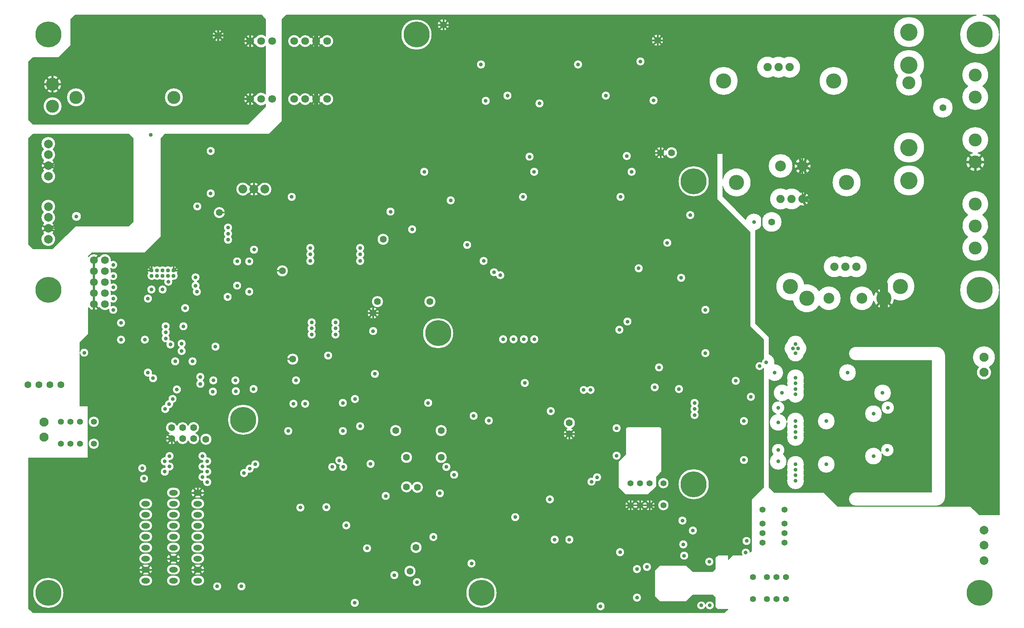
<source format=gbr>
G04 DesignSpark PCB Gerber Version 11.0 Build 5877*
G04 #@! TF.Part,Single*
G04 #@! TF.FileFunction,Copper,L2,Inr*
G04 #@! TF.FilePolarity,Positive*
%FSLAX35Y35*%
%MOIN*%
G04 #@! TA.AperFunction,ComponentPad*
%ADD28O,0.07874X0.05118*%
G04 #@! TD.AperFunction*
%ADD10C,0.00500*%
%ADD15C,0.01181*%
%ADD13C,0.01575*%
%ADD12C,0.01969*%
%ADD11C,0.02362*%
G04 #@! TA.AperFunction,ViaPad*
%ADD17C,0.03543*%
G04 #@! TA.AperFunction,ComponentPad*
%ADD26C,0.03740*%
G04 #@! TD.AperFunction*
%ADD14C,0.03937*%
G04 #@! TA.AperFunction,ComponentPad*
%ADD25C,0.05512*%
G04 #@! TA.AperFunction,ViaPad*
%ADD18C,0.06299*%
G04 #@! TA.AperFunction,ComponentPad*
%ADD20C,0.07087*%
G04 #@! TD.AperFunction*
%ADD16C,0.07480*%
G04 #@! TA.AperFunction,ComponentPad*
%ADD21C,0.07874*%
%ADD71C,0.08031*%
%ADD27C,0.08268*%
%ADD24C,0.09843*%
%ADD70C,0.11811*%
%ADD23C,0.13780*%
%ADD22C,0.15748*%
G04 #@! TA.AperFunction,WasherPad*
%ADD19C,0.23622*%
G04 #@! TD.AperFunction*
X0Y0D02*
D02*
D10*
X19077Y154581D02*
Y17573D01*
X23014Y13636D01*
X651360D01*
X654510Y16785D01*
X645061D01*
X643093Y18754D01*
Y27415D01*
X640730Y29778D01*
X622620D01*
X616715Y23872D01*
X592699D01*
X587974Y28596D01*
Y52219D01*
X592699Y56943D01*
X616715D01*
X622620Y51037D01*
X640730D01*
X643093Y53400D01*
Y63636D01*
X645455Y65998D01*
X654904D01*
Y62061D01*
X658841Y65998D01*
X667436D01*
G75*
G02*
X666661Y68360I3216J2362D01*
G01*
G75*
G02*
X674619Y68785I3990J0D01*
G01*
X675770Y69935D01*
Y116785D01*
X686793Y127809D01*
Y236211D01*
G75*
G02*
X679260Y238045I-3543J1835D01*
G01*
G75*
G02*
X685166Y241546I3990J0D01*
G01*
G75*
G02*
X685165Y241589I3978J58D01*
G01*
G75*
G02*
X686793Y244804I3990J0D01*
G01*
Y262061D01*
X674589Y274266D01*
Y359699D01*
X644667Y389620D01*
Y432140D01*
X616321D01*
Y557337D01*
X253329D01*
X249392Y553400D01*
Y460880D01*
X237581Y449069D01*
X143093D01*
X139156Y445132D01*
Y355762D01*
X124589Y341195D01*
X76557D01*
X73407Y338045D01*
Y337546D01*
G75*
G02*
X83250Y337287I4843J-3122D01*
G01*
G75*
G02*
X94012Y334423I5000J-2863D01*
G01*
G75*
G02*
X93965Y333689I-5761J-1D01*
G01*
G75*
G02*
X99839Y330171I1883J-3518D01*
G01*
G75*
G02*
X93389Y327030I-3990J0D01*
G01*
G75*
G02*
X93926Y323431I-5139J-2607D01*
G01*
G75*
G02*
X99839Y319935I1922J-3496D01*
G01*
G75*
G02*
X93556Y316669I-3990J0D01*
G01*
G75*
G02*
X94012Y314423I-5306J-2246D01*
G01*
G75*
G02*
X93873Y313166I-5761J0D01*
G01*
G75*
G02*
X99839Y309699I1976J-3467D01*
G01*
G75*
G02*
X93680Y306349I-3990J0D01*
G01*
G75*
G02*
X94012Y304423I-5430J-1926D01*
G01*
G75*
G02*
X93804Y302889I-5763J0D01*
G01*
G75*
G02*
X99839Y299463I2044J-3426D01*
G01*
G75*
G02*
X93777Y296052I-3990J0D01*
G01*
G75*
G02*
X93715Y292598I-5527J-1629D01*
G01*
G75*
G02*
X99839Y289226I2133J-3372D01*
G01*
G75*
G02*
X91858I-3990J0D01*
G01*
G75*
G02*
X91932Y289992I3991J0D01*
G01*
G75*
G02*
X83250Y291560I-3682J4431D01*
G01*
G75*
G02*
X73407Y291301I-5000J2863D01*
G01*
Y267179D01*
X65533Y259305D01*
Y250899D01*
G75*
G02*
X73461Y250250I3937J-649D01*
G01*
G75*
G02*
X65533Y249601I-3990J0D01*
G01*
Y201825D01*
X73014D01*
Y154581D01*
X19077D01*
X657606Y224659D02*
G75*
G02*
X665587I3990J0D01*
G01*
G75*
G02*
X657606I-3990J0D01*
G01*
X665087Y152612D02*
G75*
G02*
X673067I3990J0D01*
G01*
G75*
G02*
X665087I-3990J0D01*
G01*
X667449Y78990D02*
G75*
G02*
X675429I3990J0D01*
G01*
G75*
G02*
X667449I-3990J0D01*
G01*
X665087Y188045D02*
G75*
G02*
X673067I3990J0D01*
G01*
G75*
G02*
X665087I-3990J0D01*
G01*
X671386Y210093D02*
G75*
G02*
X679366I3990J0D01*
G01*
G75*
G02*
X671386I-3990J0D01*
G01*
X254063Y391982D02*
G75*
G02*
X262043I3990J0D01*
G01*
G75*
G02*
X254063I-3990J0D01*
G01*
X285297Y483822D02*
G75*
G02*
X296059Y480959I5000J-2863D01*
G01*
G75*
G02*
X285297Y478095I-5762J0D01*
G01*
G75*
G02*
X275297I-5000J2863D01*
G01*
G75*
G02*
X265297I-5000J2863D01*
G01*
G75*
G02*
X254535Y480959I-5000J2863D01*
G01*
G75*
G02*
X265297Y483822I5762J0D01*
G01*
G75*
G02*
X275297I5000J-2863D01*
G01*
G75*
G02*
X285297I5000J-2863D01*
G01*
X285559Y109699D02*
G75*
G02*
X293539I3990J0D01*
G01*
G75*
G02*
X285559I-3990J0D01*
G01*
X287134Y247652D02*
G75*
G02*
X295114I3990J0D01*
G01*
G75*
G02*
X287134I-3990J0D01*
G01*
X290933Y146313D02*
G75*
G02*
X298913I3990J0D01*
G01*
G75*
G02*
X290933I-3990J0D01*
G01*
X293827Y277809D02*
G75*
G02*
X301807I3990J0D01*
G01*
G75*
G02*
X300702Y275053I-3990J0D01*
G01*
G75*
G02*
Y269541I-2885J-2756D01*
G01*
G75*
G02*
X301807Y266785I-2885J-2756D01*
G01*
G75*
G02*
X293827I-3990J0D01*
G01*
G75*
G02*
X294931Y269541I3990J0D01*
G01*
G75*
G02*
Y275053I2885J2756D01*
G01*
G75*
G02*
X293827Y277809I2885J2756D01*
G01*
X304861Y150303D02*
G75*
G02*
X308894Y146313I43J-3990D01*
G01*
G75*
G02*
X300913I-3990J0D01*
G01*
G75*
G02*
X301403Y148229I3991J0D01*
G01*
G75*
G02*
X297370Y152219I-43J3990D01*
G01*
G75*
G02*
X305350I3990J0D01*
G01*
G75*
G02*
X304861Y150303I-3991J0D01*
G01*
X303669Y93163D02*
G75*
G02*
X311650I3990J0D01*
G01*
G75*
G02*
X303669I-3990J0D01*
G01*
X311346Y22691D02*
G75*
G02*
X319327I3990J0D01*
G01*
G75*
G02*
X311346I-3990J0D01*
G01*
X300520Y178990D02*
G75*
G02*
X308500I3990J0D01*
G01*
G75*
G02*
X300520I-3990J0D01*
G01*
Y204581D02*
G75*
G02*
X308500I3990J0D01*
G01*
G75*
G02*
X300520I-3990J0D01*
G01*
X266268Y203793D02*
G75*
G02*
X274248I3990J0D01*
G01*
G75*
G02*
X266268I-3990J0D01*
G01*
X270992Y345526D02*
G75*
G02*
X278972I3990J0D01*
G01*
G75*
G02*
X277666Y342573I-3990J0D01*
G01*
G75*
G02*
Y336667I-2684J-2953D01*
G01*
G75*
G02*
X278972Y333715I-2684J-2953D01*
G01*
G75*
G02*
X270992I-3990J0D01*
G01*
G75*
G02*
X272298Y336667I3990J0D01*
G01*
G75*
G02*
Y342573I2684J2953D01*
G01*
G75*
G02*
X270992Y345526I2684J2953D01*
G01*
X272173Y277809D02*
G75*
G02*
X280154I3990J0D01*
G01*
G75*
G02*
X279049Y275053I-3990J0D01*
G01*
G75*
G02*
Y269541I-2885J-2756D01*
G01*
G75*
G02*
X280154Y266785I-2885J-2756D01*
G01*
G75*
G02*
X272173I-3990J0D01*
G01*
G75*
G02*
X273278Y269541I3990J0D01*
G01*
G75*
G02*
Y275053I2885J2756D01*
G01*
G75*
G02*
X272173Y277809I2885J2756D01*
G01*
X285297Y536578D02*
G75*
G02*
X296059Y533715I5000J-2863D01*
G01*
G75*
G02*
X285297Y530851I-5762J0D01*
G01*
G75*
G02*
X275297I-5000J2863D01*
G01*
G75*
G02*
X265297I-5000J2863D01*
G01*
G75*
G02*
X254535Y533715I-5000J2863D01*
G01*
G75*
G02*
X265297Y536578I5762J0D01*
G01*
G75*
G02*
X275297I5000J-2863D01*
G01*
G75*
G02*
X285297I5000J-2863D01*
G01*
X311543Y208124D02*
G75*
G02*
X319524I3990J0D01*
G01*
G75*
G02*
X311543I-3990J0D01*
G01*
X316268Y183321D02*
G75*
G02*
X324248I3990J0D01*
G01*
G75*
G02*
X316268I-3990J0D01*
G01*
X322567Y72297D02*
G75*
G02*
X330547I3990J0D01*
G01*
G75*
G02*
X322567I-3990J0D01*
G01*
X316268Y345526D02*
G75*
G02*
X324248I3990J0D01*
G01*
G75*
G02*
X322942Y342573I-3990J0D01*
G01*
G75*
G02*
Y336667I-2684J-2953D01*
G01*
G75*
G02*
X324248Y333715I-2684J-2953D01*
G01*
G75*
G02*
X316268I-3990J0D01*
G01*
G75*
G02*
X317574Y336667I3990J0D01*
G01*
G75*
G02*
Y342573I2684J2953D01*
G01*
G75*
G02*
X316268Y345526I2684J2953D01*
G01*
X325717Y149069D02*
G75*
G02*
X333697I3990J0D01*
G01*
G75*
G02*
X325717I-3990J0D01*
G01*
X332069Y291720D02*
G75*
G02*
X337437Y286352I0J-5368D01*
G01*
G75*
G02*
X332069Y280984I-5368J0D01*
G01*
G75*
G02*
X326701Y286352I0J5368D01*
G01*
G75*
G02*
X332069Y291720I5368J0D01*
G01*
X328079Y269935D02*
G75*
G02*
X336059I3990J0D01*
G01*
G75*
G02*
X328079I-3990J0D01*
G01*
X329654Y230959D02*
G75*
G02*
X337634I3990J0D01*
G01*
G75*
G02*
X329654I-3990J0D01*
G01*
X330638Y296707D02*
G75*
G02*
X341374I5368J0D01*
G01*
G75*
G02*
X330638I-5368J0D01*
G01*
X339496Y119935D02*
G75*
G02*
X347476I3990J0D01*
G01*
G75*
G02*
X339496I-3990J0D01*
G01*
X347370Y47888D02*
G75*
G02*
X355350I3990J0D01*
G01*
G75*
G02*
X347370I-3990J0D01*
G01*
X335756Y353400D02*
G75*
G02*
X346492I5368J0D01*
G01*
G75*
G02*
X335756I-5368J0D01*
G01*
X343827Y378596D02*
G75*
G02*
X351807I3990J0D01*
G01*
G75*
G02*
X343827I-3990J0D01*
G01*
X347173Y179384D02*
G75*
G02*
X357909I5368J0D01*
G01*
G75*
G02*
X347173I-5368J0D01*
G01*
X367391Y130139D02*
G75*
G02*
X377594Y127809I4836J-2330D01*
G01*
G75*
G02*
X367220Y125872I-5368J0D01*
G01*
G75*
G02*
X357016Y128203I-4836J2330D01*
G01*
G75*
G02*
X367391Y130139I5368J0D01*
G01*
X360165Y51431D02*
G75*
G02*
X370902I5368J0D01*
G01*
G75*
G02*
X360165I-5368J0D01*
G01*
X367843Y41589D02*
G75*
G02*
X375823I3990J0D01*
G01*
G75*
G02*
X367843I-3990J0D01*
G01*
X365677Y73085D02*
G75*
G02*
X376413I5368J0D01*
G01*
G75*
G02*
X365677I-5368J0D01*
G01*
X357016Y154974D02*
G75*
G02*
X367752I5368J0D01*
G01*
G75*
G02*
X357016I-5368J0D01*
G01*
X357409Y539620D02*
G75*
G02*
X385469I14030J0D01*
G01*
G75*
G02*
X357409I-14030J0D01*
G01*
X363512Y362455D02*
G75*
G02*
X371492I3990J0D01*
G01*
G75*
G02*
X363512I-3990J0D01*
G01*
X374535Y414817D02*
G75*
G02*
X382516I3990J0D01*
G01*
G75*
G02*
X374535I-3990J0D01*
G01*
X377094Y267967D02*
G75*
G02*
X405154I14030J0D01*
G01*
G75*
G02*
X377094I-14030J0D01*
G01*
X378079Y204581D02*
G75*
G02*
X386059I3990J0D01*
G01*
G75*
G02*
X378079I-3990J0D01*
G01*
X382803Y82533D02*
G75*
G02*
X390783I3990J0D01*
G01*
G75*
G02*
X382803I-3990J0D01*
G01*
X388512Y154974D02*
G75*
G02*
X399248I5368J0D01*
G01*
G75*
G02*
X388512I-5368J0D01*
G01*
X388709Y122297D02*
G75*
G02*
X396689I3990J0D01*
G01*
G75*
G02*
X388709I-3990J0D01*
G01*
X394614Y146313D02*
G75*
G02*
X402594I3990J0D01*
G01*
G75*
G02*
X394614I-3990J0D01*
G01*
X401701Y139226D02*
G75*
G02*
X409681I3990J0D01*
G01*
G75*
G02*
X401701I-3990J0D01*
G01*
X388512Y179384D02*
G75*
G02*
X399248I5368J0D01*
G01*
G75*
G02*
X388512I-5368J0D01*
G01*
X378276Y296707D02*
G75*
G02*
X389012I5368J0D01*
G01*
G75*
G02*
X378276I-5368J0D01*
G01*
X395848Y553925D02*
G75*
G02*
X401217Y548557I0J-5368D01*
G01*
G75*
G02*
X395848Y543189I-5368J0D01*
G01*
G75*
G02*
X390480Y548557I0J5368D01*
G01*
G75*
G02*
X395848Y553925I5368J0D01*
G01*
X398551Y388833D02*
G75*
G02*
X406531I3990J0D01*
G01*
G75*
G02*
X398551I-3990J0D01*
G01*
X413512Y348281D02*
G75*
G02*
X421492I3990J0D01*
G01*
G75*
G02*
X413512I-3990J0D01*
G01*
X416465Y31746D02*
G75*
G02*
X444524I14030J0D01*
G01*
G75*
G02*
X416465I-14030J0D01*
G01*
X417449Y58518D02*
G75*
G02*
X425429I3990J0D01*
G01*
G75*
G02*
X417449I-3990J0D01*
G01*
X419417Y192770D02*
G75*
G02*
X427398I3990J0D01*
G01*
G75*
G02*
X419417I-3990J0D01*
G01*
X426110Y512455D02*
G75*
G02*
X434091I3990J0D01*
G01*
G75*
G02*
X426110I-3990J0D01*
G01*
X428472Y333715D02*
G75*
G02*
X436453I3990J0D01*
G01*
G75*
G02*
X428472I-3990J0D01*
G01*
X433197Y188439D02*
G75*
G02*
X441177I3990J0D01*
G01*
G75*
G02*
X433197I-3990J0D01*
G01*
X430421Y479384D02*
G75*
G02*
X438402I3990J0D01*
G01*
G75*
G02*
X430421I-3990J0D01*
G01*
X445821Y324274D02*
G75*
G02*
X451630Y320722I1819J-3552D01*
G01*
G75*
G02*
X443730Y319927I-3990J0D01*
G01*
G75*
G02*
X437921Y323478I-1819J3552D01*
G01*
G75*
G02*
X445821Y324274I3990J0D01*
G01*
X446189Y262455D02*
G75*
G02*
X454169I3990J0D01*
G01*
G75*
G02*
X446189I-3990J0D01*
G01*
X450126Y484108D02*
G75*
G02*
X458106I3990J0D01*
G01*
G75*
G02*
X450126I-3990J0D01*
G01*
X455638Y262455D02*
G75*
G02*
X463618I3990J0D01*
G01*
G75*
G02*
X455638I-3990J0D01*
G01*
X457213Y100644D02*
G75*
G02*
X465193I3990J0D01*
G01*
G75*
G02*
X457213I-3990J0D01*
G01*
X464299Y391982D02*
G75*
G02*
X472280I3990J0D01*
G01*
G75*
G02*
X464299I-3990J0D01*
G01*
X465087Y262455D02*
G75*
G02*
X473067I3990J0D01*
G01*
G75*
G02*
X465087I-3990J0D01*
G01*
X465874Y222691D02*
G75*
G02*
X473854I3990J0D01*
G01*
G75*
G02*
X465874I-3990J0D01*
G01*
X470205Y428596D02*
G75*
G02*
X478185I3990J0D01*
G01*
G75*
G02*
X470205I-3990J0D01*
G01*
X474437Y414817D02*
G75*
G02*
X482417I3990J0D01*
G01*
G75*
G02*
X474437I-3990J0D01*
G01*
X474535Y262455D02*
G75*
G02*
X482516I3990J0D01*
G01*
G75*
G02*
X474535I-3990J0D01*
G01*
X479260Y477022D02*
G75*
G02*
X487240I3990J0D01*
G01*
G75*
G02*
X479260I-3990J0D01*
G01*
X492699Y120776D02*
G75*
G02*
X496689Y116785I0J-3990D01*
G01*
G75*
G02*
X492699Y112795I-3990J0D01*
G01*
G75*
G02*
X488709Y116785I0J3990D01*
G01*
G75*
G02*
X492699Y120776I3990J0D01*
G01*
X493039Y80171D02*
G75*
G02*
X501020I3990J0D01*
G01*
G75*
G02*
X493039I-3990J0D01*
G01*
X489496Y197100D02*
G75*
G02*
X497476I3990J0D01*
G01*
G75*
G02*
X489496I-3990J0D01*
G01*
X510415Y191722D02*
G75*
G02*
X512369Y181354I0J-5368D01*
G01*
G75*
G02*
X510415Y170986I-1954J-5000D01*
G01*
G75*
G02*
X508462Y181354I0J5368D01*
G01*
G75*
G02*
X510415Y191722I1954J5000D01*
G01*
X506425Y80171D02*
G75*
G02*
X514406I3990J0D01*
G01*
G75*
G02*
X506425I-3990J0D01*
G01*
X514299Y512455D02*
G75*
G02*
X522280I3990J0D01*
G01*
G75*
G02*
X514299I-3990J0D01*
G01*
X526557Y218841D02*
G75*
G02*
X533697Y216392I3150J-2450D01*
G01*
G75*
G02*
X526557Y213942I-3990J0D01*
G01*
G75*
G02*
X519417Y216392I-3150J2450D01*
G01*
G75*
G02*
X526557Y218841I3990J0D01*
G01*
X531622Y136864D02*
G75*
G02*
X539602I3990J0D01*
G01*
G75*
G02*
X534483Y133037I-3990J0D01*
G01*
G75*
G02*
X534484Y132927I-3996J-112D01*
G01*
G75*
G02*
X526504I-3990J0D01*
G01*
G75*
G02*
X531624Y136754I3990J0D01*
G01*
G75*
G02*
X531622Y136864I3996J112D01*
G01*
X534772Y19541D02*
G75*
G02*
X542752I3990J0D01*
G01*
G75*
G02*
X534772I-3990J0D01*
G01*
X539496Y484108D02*
G75*
G02*
X547476I3990J0D01*
G01*
G75*
G02*
X539496I-3990J0D01*
G01*
X549339Y156549D02*
G75*
G02*
X557319I3990J0D01*
G01*
G75*
G02*
X549339I-3990J0D01*
G01*
X552488Y68754D02*
G75*
G02*
X560469I3990J0D01*
G01*
G75*
G02*
X552488I-3990J0D01*
G01*
X592699Y182927D02*
X594274Y181352D01*
Y141982D01*
X589549Y137258D01*
Y128596D01*
X582069Y121116D01*
X561203D01*
X554904Y127415D01*
Y151037D01*
X561596Y157730D01*
Y181352D01*
X563171Y182927D01*
X592699D01*
X590874Y111510D02*
G75*
G02*
X600823I4974J0D01*
G01*
G75*
G02*
X590874I-4974J0D01*
G01*
Y131510D02*
G75*
G02*
X600823I4974J0D01*
G01*
G75*
G02*
X590874I-4974J0D01*
G01*
X578919Y113957D02*
G75*
G02*
X588224Y111510I4331J-2447D01*
G01*
G75*
G02*
X578919Y109063I-4974J0D01*
G01*
G75*
G02*
X570258I-4331J2447D01*
G01*
G75*
G02*
X560953Y111510I-4331J2447D01*
G01*
G75*
G02*
X570258Y113957I4974J0D01*
G01*
G75*
G02*
X578919I4331J-2447D01*
G01*
X576898Y55368D02*
G75*
G02*
X584878I3990J0D01*
G01*
G75*
G02*
X576898I-3990J0D01*
G01*
X567843Y27415D02*
G75*
G02*
X575823I3990J0D01*
G01*
G75*
G02*
X567843I-3990J0D01*
G01*
Y53400D02*
G75*
G02*
X575823I3990J0D01*
G01*
G75*
G02*
X567843I-3990J0D01*
G01*
X549339Y181589D02*
G75*
G02*
X557319I3990J0D01*
G01*
G75*
G02*
X549339I-3990J0D01*
G01*
X551839Y271116D02*
G75*
G02*
X559819I3990J0D01*
G01*
G75*
G02*
X551839I-3990J0D01*
G01*
X552882Y391982D02*
G75*
G02*
X560862I3990J0D01*
G01*
G75*
G02*
X552882I-3990J0D01*
G01*
X559181Y278596D02*
G75*
G02*
X567161I3990J0D01*
G01*
G75*
G02*
X559181I-3990J0D01*
G01*
X558591Y429187D02*
G75*
G02*
X566571I3990J0D01*
G01*
G75*
G02*
X558591I-3990J0D01*
G01*
X563020Y414817D02*
G75*
G02*
X571000I3990J0D01*
G01*
G75*
G02*
X563020I-3990J0D01*
G01*
X569417Y327022D02*
G75*
G02*
X577398I3990J0D01*
G01*
G75*
G02*
X569417I-3990J0D01*
G01*
X570992Y515211D02*
G75*
G02*
X578972I3990J0D01*
G01*
G75*
G02*
X570992I-3990J0D01*
G01*
X582941Y479778D02*
G75*
G02*
X590921I3990J0D01*
G01*
G75*
G02*
X582941I-3990J0D01*
G01*
X583984Y218754D02*
G75*
G02*
X591965I3990J0D01*
G01*
G75*
G02*
X583984I-3990J0D01*
G01*
X598209Y434093D02*
G75*
G02*
X608577Y432140I5000J-1954D01*
G01*
G75*
G02*
X598209Y430186I-5368J0D01*
G01*
G75*
G02*
X587841Y432140I-5000J1954D01*
G01*
G75*
G02*
X598209Y434093I5368J0D01*
G01*
X606031Y217179D02*
G75*
G02*
X614012I3990J0D01*
G01*
G75*
G02*
X606031I-3990J0D01*
G01*
X609181Y97494D02*
G75*
G02*
X617161I3990J0D01*
G01*
G75*
G02*
X609181I-3990J0D01*
G01*
X609969Y75841D02*
G75*
G02*
X617949I3990J0D01*
G01*
G75*
G02*
X609969I-3990J0D01*
G01*
X610756Y65604D02*
G75*
G02*
X618736I3990J0D01*
G01*
G75*
G02*
X610756I-3990J0D01*
G01*
X609378Y130565D02*
G75*
G02*
X637437I14030J0D01*
G01*
G75*
G02*
X609378I-14030J0D01*
G01*
X618630Y88439D02*
G75*
G02*
X626610I3990J0D01*
G01*
G75*
G02*
X618630I-3990J0D01*
G01*
X633591Y60093D02*
G75*
G02*
X641571I3990J0D01*
G01*
G75*
G02*
X633591I-3990J0D01*
G01*
X608000Y318360D02*
G75*
G02*
X615980I3990J0D01*
G01*
G75*
G02*
X608000I-3990J0D01*
G01*
X587921Y236864D02*
G75*
G02*
X595902I3990J0D01*
G01*
G75*
G02*
X587921I-3990J0D01*
G01*
X595402Y350250D02*
G75*
G02*
X603382I3990J0D01*
G01*
G75*
G02*
X595402I-3990J0D01*
G01*
X585087Y534502D02*
G75*
G02*
X595823I5368J0D01*
G01*
G75*
G02*
X585087I-5368J0D01*
G01*
X609378Y406156D02*
G75*
G02*
X637437I14030J0D01*
G01*
G75*
G02*
X609378I-14030J0D01*
G01*
X616268Y375447D02*
G75*
G02*
X624248I3990J0D01*
G01*
G75*
G02*
X616268I-3990J0D01*
G01*
X620205Y204581D02*
G75*
G02*
X628185I3990J0D01*
G01*
G75*
G02*
X627080Y201825I-3990J0D01*
G01*
G75*
G02*
Y196313I-2885J-2756D01*
G01*
G75*
G02*
X628185Y193557I-2885J-2756D01*
G01*
G75*
G02*
X620205I-3990J0D01*
G01*
G75*
G02*
X621309Y196313I3990J0D01*
G01*
G75*
G02*
Y201825I2885J2756D01*
G01*
G75*
G02*
X620205Y204581I2885J2756D01*
G01*
X630047Y249856D02*
G75*
G02*
X638028I3990J0D01*
G01*
G75*
G02*
X630047I-3990J0D01*
G01*
Y289226D02*
G75*
G02*
X638028I3990J0D01*
G01*
G75*
G02*
X630047I-3990J0D01*
G01*
X244142Y324659D02*
G75*
G02*
X254878I5368J0D01*
G01*
G75*
G02*
X244142I-5368J0D01*
G01*
X250913Y178990D02*
G75*
G02*
X258894I3990J0D01*
G01*
G75*
G02*
X250913I-3990J0D01*
G01*
X253591Y244344D02*
G75*
G02*
X264327I5368J0D01*
G01*
G75*
G02*
X253591I-5368J0D01*
G01*
X255638Y203793D02*
G75*
G02*
X263618I3990J0D01*
G01*
G75*
G02*
X255638I-3990J0D01*
G01*
X261937Y109305D02*
G75*
G02*
X269917I3990J0D01*
G01*
G75*
G02*
X261937I-3990J0D01*
G01*
X258000Y225053D02*
G75*
G02*
X265980I3990J0D01*
G01*
G75*
G02*
X258000I-3990J0D01*
G01*
X155638Y274266D02*
G75*
G02*
X163618I3990J0D01*
G01*
G75*
G02*
X155638I-3990J0D01*
G01*
X157213Y290801D02*
G75*
G02*
X165193I3990J0D01*
G01*
G75*
G02*
X157213I-3990J0D01*
G01*
X163925Y242376D02*
G75*
G02*
X171906I3990J0D01*
G01*
G75*
G02*
X163925I-3990J0D01*
G01*
X170992Y228203D02*
G75*
G02*
X178972I3990J0D01*
G01*
G75*
G02*
X177432Y225053I-3990J0D01*
G01*
G75*
G02*
X178972Y221904I-2450J-3150D01*
G01*
G75*
G02*
X170992I-3990J0D01*
G01*
G75*
G02*
X172533Y225053I3990J0D01*
G01*
G75*
G02*
X170992Y228203I2450J3150D01*
G01*
X174732Y171510D02*
G75*
G02*
X185469I5368J0D01*
G01*
G75*
G02*
X174732I-5368J0D01*
G01*
X174004Y309109D02*
G75*
G02*
X175823Y305762I-2171J-3348D01*
G01*
G75*
G02*
X167843I-3990J0D01*
G01*
G75*
G02*
X168480Y307926I3990J0D01*
G01*
G75*
G02*
X169261Y315014I2171J3348D01*
G01*
G75*
G02*
X166661Y318754I1390J3740D01*
G01*
G75*
G02*
X174642I3990J0D01*
G01*
G75*
G02*
X172042Y315014I-3990J0D01*
G01*
G75*
G02*
X174004Y309109I-1390J-3740D01*
G01*
X168236Y383321D02*
G75*
G02*
X176217I3990J0D01*
G01*
G75*
G02*
X168236I-3990J0D01*
G01*
X180441Y395132D02*
G75*
G02*
X188421I3990J0D01*
G01*
G75*
G02*
X180441I-3990J0D01*
G01*
X182409Y214817D02*
G75*
G02*
X190390I3990J0D01*
G01*
G75*
G02*
X182409I-3990J0D01*
G01*
X186346Y37652D02*
G75*
G02*
X194327I3990J0D01*
G01*
G75*
G02*
X186346I-3990J0D01*
G01*
X182803Y225053D02*
G75*
G02*
X190783I3990J0D01*
G01*
G75*
G02*
X182803I-3990J0D01*
G01*
X184772Y255762D02*
G75*
G02*
X192752I3990J0D01*
G01*
G75*
G02*
X184772I-3990J0D01*
G01*
X192305Y383059D02*
G75*
G02*
X197673Y377691I0J-5368D01*
G01*
G75*
G02*
X192305Y372323I-5368J0D01*
G01*
G75*
G02*
X186937Y377691I0J5368D01*
G01*
G75*
G02*
X192305Y383059I5368J0D01*
G01*
X195795Y301037D02*
G75*
G02*
X203776I3990J0D01*
G01*
G75*
G02*
X195795I-3990J0D01*
G01*
X199929Y189226D02*
G75*
G02*
X227988I14030J0D01*
G01*
G75*
G02*
X199929I-14030J0D01*
G01*
X208394Y37652D02*
G75*
G02*
X216374I3990J0D01*
G01*
G75*
G02*
X208394I-3990J0D01*
G01*
X220992Y148675D02*
G75*
G02*
X228972I3990J0D01*
G01*
G75*
G02*
X223853Y144848I-3990J0D01*
G01*
G75*
G02*
X223854Y144738I-3996J-112D01*
G01*
G75*
G02*
X218735Y140911I-3990J0D01*
G01*
G75*
G02*
X218736Y140801I-3996J-112D01*
G01*
G75*
G02*
X210756I-3990J0D01*
G01*
G75*
G02*
X215876Y144628I3990J0D01*
G01*
G75*
G02*
X215874Y144738I3996J112D01*
G01*
G75*
G02*
X220994Y148565I3990J0D01*
G01*
G75*
G02*
X220992Y148675I3996J112D01*
G01*
X202882Y225053D02*
G75*
G02*
X210862I3990J0D01*
G01*
G75*
G02*
X202882I-3990J0D01*
G01*
X203276Y215211D02*
G75*
G02*
X211256I3990J0D01*
G01*
G75*
G02*
X203276I-3990J0D01*
G01*
X196189Y364030D02*
G75*
G02*
X204169I3990J0D01*
G01*
G75*
G02*
X203065Y361274I-3990J0D01*
G01*
G75*
G02*
Y355762I-2885J-2756D01*
G01*
G75*
G02*
X204169Y353006I-2885J-2756D01*
G01*
G75*
G02*
X196189I-3990J0D01*
G01*
G75*
G02*
X197294Y355762I3990J0D01*
G01*
G75*
G02*
Y361274I2885J2756D01*
G01*
G75*
G02*
X196189Y364030I2885J2756D01*
G01*
X180441Y433715D02*
G75*
G02*
X188421I3990J0D01*
G01*
G75*
G02*
X180441I-3990J0D01*
G01*
X204457Y311274D02*
G75*
G02*
X212437I3990J0D01*
G01*
G75*
G02*
X204457I-3990J0D01*
G01*
Y333321D02*
G75*
G02*
X212437I3990J0D01*
G01*
G75*
G02*
X204457I-3990J0D01*
G01*
X228644Y402793D02*
G75*
G02*
X239878Y399069I5000J-3724D01*
G01*
G75*
G02*
X228644Y395345I-6234J0D01*
G01*
G75*
G02*
X218644I-5000J3724D01*
G01*
G75*
G02*
X207409Y399069I-5000J3724D01*
G01*
G75*
G02*
X218644Y402793I6234J0D01*
G01*
G75*
G02*
X228644I5000J-3724D01*
G01*
X219811Y343951D02*
G75*
G02*
X227791I3990J0D01*
G01*
G75*
G02*
X219811I-3990J0D01*
G01*
X215480Y305762D02*
G75*
G02*
X223461I3990J0D01*
G01*
G75*
G02*
X215480I-3990J0D01*
G01*
X219417Y217179D02*
G75*
G02*
X227398I3990J0D01*
G01*
G75*
G02*
X219417I-3990J0D01*
G01*
X215480Y333321D02*
G75*
G02*
X223461I3990J0D01*
G01*
G75*
G02*
X215480I-3990J0D01*
G01*
X126504Y307730D02*
G75*
G02*
X134484I3990J0D01*
G01*
G75*
G02*
X126504I-3990J0D01*
G01*
X148230Y328426D02*
G75*
G02*
X153965Y322691I2500J-3235D01*
G01*
G75*
G02*
X149586Y316266I-3235J-2500D01*
G01*
G75*
G02*
X149858Y314817I-3718J-1449D01*
G01*
G75*
G02*
X141878I-3990J0D01*
G01*
G75*
G02*
X142194Y316373I3990J0D01*
G01*
G75*
G02*
X138230Y316956I-1463J3818D01*
G01*
G75*
G02*
X133230I-2500J3235D01*
G01*
G75*
G02*
X127495Y322691I-2500J3235D01*
G01*
G75*
G02*
X133230Y328426I3235J2500D01*
G01*
G75*
G02*
X138230I2500J-3235D01*
G01*
G75*
G02*
X143230I2500J-3235D01*
G01*
G75*
G02*
X148230I2500J-3235D01*
G01*
X154063Y258518D02*
G75*
G02*
X162043I3990J0D01*
G01*
G75*
G02*
X160226Y255171I-3990J0D01*
G01*
G75*
G02*
X162043Y251825I-2173J-3346D01*
G01*
G75*
G02*
X154063I-3990J0D01*
G01*
G75*
G02*
X155880Y255171I3990J0D01*
G01*
G75*
G02*
X154063Y258518I2173J3346D01*
G01*
X136740Y307730D02*
G75*
G02*
X144720I3990J0D01*
G01*
G75*
G02*
X136740I-3990J0D01*
G01*
X143039Y156156D02*
G75*
G02*
X151020I3990J0D01*
G01*
G75*
G02*
X146617Y152187I-3990J0D01*
G01*
G75*
G02*
X146689Y151431I-3917J-755D01*
G01*
G75*
G02*
X146617Y150676I-3989J-1D01*
G01*
G75*
G02*
X151020Y146707I413J-3969D01*
G01*
G75*
G02*
X146617Y142738I-3990J0D01*
G01*
G75*
G02*
X146689Y141982I-3917J-755D01*
G01*
G75*
G02*
X138709I-3990J0D01*
G01*
G75*
G02*
X143111Y145951I3990J0D01*
G01*
G75*
G02*
X143039Y146707I3917J755D01*
G01*
G75*
G02*
X143111Y147462I3989J1D01*
G01*
G75*
G02*
X138709Y151431I-413J3969D01*
G01*
G75*
G02*
X143111Y155400I3990J0D01*
G01*
G75*
G02*
X143039Y156156I3917J755D01*
G01*
X151951Y47705D02*
G75*
G02*
X156728Y42927I0J-4778D01*
G01*
G75*
G02*
X151951Y38150I-4778J0D01*
G01*
X149195D01*
G75*
G02*
X144417Y42927I0J4778D01*
G01*
G75*
G02*
X149195Y47705I4778J0D01*
G01*
X151951D01*
Y57705D02*
G75*
G02*
X156728Y52927I0J-4778D01*
G01*
G75*
G02*
X151951Y48150I-4778J0D01*
G01*
X149195D01*
G75*
G02*
X144417Y52927I0J4778D01*
G01*
G75*
G02*
X149195Y57705I4778J0D01*
G01*
X151951D01*
Y67705D02*
G75*
G02*
X156728Y62927I0J-4778D01*
G01*
G75*
G02*
X151951Y58150I-4778J0D01*
G01*
X149195D01*
G75*
G02*
X144417Y62927I0J4778D01*
G01*
G75*
G02*
X149195Y67705I4778J0D01*
G01*
X151951D01*
Y77705D02*
G75*
G02*
X156728Y72927I0J-4778D01*
G01*
G75*
G02*
X151951Y68150I-4778J0D01*
G01*
X149195D01*
G75*
G02*
X144417Y72927I0J4778D01*
G01*
G75*
G02*
X149195Y77705I4778J0D01*
G01*
X151951D01*
Y87705D02*
G75*
G02*
X156728Y82927I0J-4778D01*
G01*
G75*
G02*
X151951Y78150I-4778J0D01*
G01*
X149195D01*
G75*
G02*
X144417Y82927I0J4778D01*
G01*
G75*
G02*
X149195Y87705I4778J0D01*
G01*
X151951D01*
Y97705D02*
G75*
G02*
X156728Y92927I0J-4778D01*
G01*
G75*
G02*
X151951Y88150I-4778J0D01*
G01*
X149195D01*
G75*
G02*
X144417Y92927I0J4778D01*
G01*
G75*
G02*
X149195Y97705I4778J0D01*
G01*
X151951D01*
Y107705D02*
G75*
G02*
X156728Y102927I0J-4778D01*
G01*
G75*
G02*
X151951Y98150I-4778J0D01*
G01*
X149195D01*
G75*
G02*
X144417Y102927I0J4778D01*
G01*
G75*
G02*
X149195Y107705I4778J0D01*
G01*
X151951D01*
Y117705D02*
G75*
G02*
X156728Y112927I0J-4778D01*
G01*
G75*
G02*
X151951Y108150I-4778J0D01*
G01*
X149195D01*
G75*
G02*
X144417Y112927I0J4778D01*
G01*
G75*
G02*
X149195Y117705I4778J0D01*
G01*
X151951D01*
Y127705D02*
G75*
G02*
X156728Y122927I0J-4778D01*
G01*
G75*
G02*
X151951Y118150I-4778J0D01*
G01*
X149195D01*
G75*
G02*
X144417Y122927I0J4778D01*
G01*
G75*
G02*
X149195Y127705I4778J0D01*
G01*
X151951D01*
X145795Y208124D02*
G75*
G02*
X153776I3990J0D01*
G01*
G75*
G02*
X150544Y204207I-3990J0D01*
G01*
G75*
G02*
X147066Y199433I-3908J-807D01*
G01*
G75*
G02*
X147083Y199069I-3974J-363D01*
G01*
G75*
G02*
X139102I-3990J0D01*
G01*
G75*
G02*
X142662Y203036I3990J0D01*
G01*
G75*
G02*
X145878Y207317I3974J364D01*
G01*
G75*
G02*
X145795Y208124I3909J806D01*
G01*
X163841Y183975D02*
G75*
G02*
X174209Y182022I5000J-1954D01*
G01*
G75*
G02*
X170794Y177022I-5368J0D01*
G01*
G75*
G02*
X168841Y166654I-1954J-5000D01*
G01*
G75*
G02*
X163841Y170068I0J5368D01*
G01*
G75*
G02*
X153841I-5000J1954D01*
G01*
G75*
G02*
X143472Y172022I-5000J1954D01*
G01*
G75*
G02*
X146887Y177022I5368J0D01*
G01*
G75*
G02*
X148841Y187390I1954J5000D01*
G01*
G75*
G02*
X153841Y183975I0J-5368D01*
G01*
G75*
G02*
X163841I5000J-1954D01*
G01*
X180869Y155400D02*
G75*
G02*
X185272Y151431I413J-3969D01*
G01*
G75*
G02*
X180869Y147462I-3990J0D01*
G01*
G75*
G02*
X180941Y146707I-3917J-755D01*
G01*
G75*
G02*
X180869Y145951I-3989J-1D01*
G01*
G75*
G02*
X185272Y141982I413J-3969D01*
G01*
G75*
G02*
X180869Y138013I-3990J0D01*
G01*
G75*
G02*
X180941Y137258I-3917J-755D01*
G01*
G75*
G02*
X180869Y136502I-3989J-1D01*
G01*
G75*
G02*
X185272Y132533I413J-3969D01*
G01*
G75*
G02*
X177291I-3990J0D01*
G01*
G75*
G02*
X177363Y133289I3989J1D01*
G01*
G75*
G02*
X172961Y137258I-413J3969D01*
G01*
G75*
G02*
X177363Y141227I3990J0D01*
G01*
G75*
G02*
X177291Y141982I3917J755D01*
G01*
G75*
G02*
X177363Y142738I3989J1D01*
G01*
G75*
G02*
X172961Y146707I-413J3969D01*
G01*
G75*
G02*
X177363Y150676I3990J0D01*
G01*
G75*
G02*
X177291Y151431I3917J755D01*
G01*
G75*
G02*
X177363Y152187I3989J1D01*
G01*
G75*
G02*
X172961Y156156I-413J3969D01*
G01*
G75*
G02*
X180941I3990J0D01*
G01*
G75*
G02*
X180869Y155400I-3989J-1D01*
G01*
X173998Y47705D02*
G75*
G02*
X178776Y42927I0J-4778D01*
G01*
G75*
G02*
X173998Y38150I-4778J0D01*
G01*
X171242D01*
G75*
G02*
X166465Y42927I0J4778D01*
G01*
G75*
G02*
X171242Y47705I4778J0D01*
G01*
X173998D01*
Y57705D02*
G75*
G02*
X178776Y52927I0J-4778D01*
G01*
G75*
G02*
X173998Y48150I-4778J0D01*
G01*
X171242D01*
G75*
G02*
X166465Y52927I0J4778D01*
G01*
G75*
G02*
X171242Y57705I4778J0D01*
G01*
X173998D01*
Y67705D02*
G75*
G02*
X178776Y62927I0J-4778D01*
G01*
G75*
G02*
X173998Y58150I-4778J0D01*
G01*
X171242D01*
G75*
G02*
X166465Y62927I0J4778D01*
G01*
G75*
G02*
X171242Y67705I4778J0D01*
G01*
X173998D01*
Y77705D02*
G75*
G02*
X178776Y72927I0J-4778D01*
G01*
G75*
G02*
X173998Y68150I-4778J0D01*
G01*
X171242D01*
G75*
G02*
X166465Y72927I0J4778D01*
G01*
G75*
G02*
X171242Y77705I4778J0D01*
G01*
X173998D01*
Y87705D02*
G75*
G02*
Y78150I0J-4778D01*
G01*
X171242D01*
G75*
G02*
X166465Y82927I0J4778D01*
G01*
G75*
G02*
X171242Y87705I4778J0D01*
G01*
X173998D01*
Y97705D02*
G75*
G02*
Y88150I0J-4778D01*
G01*
X171242D01*
G75*
G02*
X166465Y92927I0J4778D01*
G01*
G75*
G02*
X171242Y97705I4778J0D01*
G01*
X173998D01*
Y107705D02*
G75*
G02*
X178776Y102927I0J-4778D01*
G01*
G75*
G02*
X173998Y98150I-4778J0D01*
G01*
X171242D01*
G75*
G02*
X166465Y102927I0J4778D01*
G01*
G75*
G02*
X171242Y107705I4778J0D01*
G01*
X173998D01*
Y117705D02*
G75*
G02*
X178776Y112927I0J-4778D01*
G01*
G75*
G02*
X173998Y108150I-4778J0D01*
G01*
X171242D01*
G75*
G02*
X166465Y112927I0J4778D01*
G01*
G75*
G02*
X171242Y117705I4778J0D01*
G01*
X173998D01*
Y127705D02*
G75*
G02*
X178776Y122927I0J-4778D01*
G01*
G75*
G02*
X173998Y118150I-4778J0D01*
G01*
X171242D01*
G75*
G02*
X166465Y122927I0J4778D01*
G01*
G75*
G02*
X171242Y127705I4778J0D01*
G01*
X173998D01*
X147151Y261665D02*
G75*
G02*
X151807Y257730I666J-3934D01*
G01*
G75*
G02*
X143827I-3990J0D01*
G01*
G75*
G02*
X144152Y259308I3990J0D01*
G01*
G75*
G02*
X140601Y265998I-666J3934D01*
G01*
G75*
G02*
Y271510I2885J2756D01*
G01*
G75*
G02*
X139496Y274266I2885J2756D01*
G01*
G75*
G02*
X147476I3990J0D01*
G01*
G75*
G02*
X146372Y271510I-3990J0D01*
G01*
G75*
G02*
Y265998I-2885J-2756D01*
G01*
G75*
G02*
X147151Y261665I-2885J-2756D01*
G01*
X148157Y242376D02*
G75*
G02*
X156138I3990J0D01*
G01*
G75*
G02*
X148157I-3990J0D01*
G01*
X149732Y216785D02*
G75*
G02*
X157713I3990J0D01*
G01*
G75*
G02*
X149732I-3990J0D01*
G01*
X118236Y145132D02*
G75*
G02*
X126217I3990J0D01*
G01*
G75*
G02*
X118236I-3990J0D01*
G01*
X126754Y47705D02*
G75*
G02*
X131531Y42927I0J-4778D01*
G01*
G75*
G02*
X126754Y38150I-4778J0D01*
G01*
X123998D01*
G75*
G02*
X119220Y42927I0J4778D01*
G01*
G75*
G02*
X123998Y47705I4778J0D01*
G01*
X126754D01*
Y57705D02*
G75*
G02*
X131531Y52927I0J-4778D01*
G01*
G75*
G02*
X126754Y48150I-4778J0D01*
G01*
X123998D01*
G75*
G02*
X119220Y52927I0J4778D01*
G01*
G75*
G02*
X123998Y57705I4778J0D01*
G01*
X126754D01*
Y67705D02*
G75*
G02*
X131531Y62927I0J-4778D01*
G01*
G75*
G02*
X126754Y58150I-4778J0D01*
G01*
X123998D01*
G75*
G02*
X119220Y62927I0J4778D01*
G01*
G75*
G02*
X123998Y67705I4778J0D01*
G01*
X126754D01*
Y77705D02*
G75*
G02*
X131531Y72927I0J-4778D01*
G01*
G75*
G02*
X126754Y68150I-4778J0D01*
G01*
X123998D01*
G75*
G02*
X119220Y72927I0J4778D01*
G01*
G75*
G02*
X123998Y77705I4778J0D01*
G01*
X126754D01*
Y87705D02*
G75*
G02*
Y78150I0J-4778D01*
G01*
X123998D01*
G75*
G02*
X119220Y82927I0J4778D01*
G01*
G75*
G02*
X123998Y87705I4778J0D01*
G01*
X126754D01*
Y97705D02*
G75*
G02*
X131531Y92927I0J-4778D01*
G01*
G75*
G02*
X126754Y88150I-4778J0D01*
G01*
X123998D01*
G75*
G02*
X119220Y92927I0J4778D01*
G01*
G75*
G02*
X123998Y97705I4778J0D01*
G01*
X126754D01*
Y107705D02*
G75*
G02*
X131531Y102927I0J-4778D01*
G01*
G75*
G02*
X126754Y98150I-4778J0D01*
G01*
X123998D01*
G75*
G02*
X119220Y102927I0J4778D01*
G01*
G75*
G02*
X123998Y107705I4778J0D01*
G01*
X126754D01*
Y117705D02*
G75*
G02*
X131531Y112927I0J-4778D01*
G01*
G75*
G02*
X126754Y108150I-4778J0D01*
G01*
X123998D01*
G75*
G02*
X119220Y112927I0J4778D01*
G01*
G75*
G02*
X123998Y117705I4778J0D01*
G01*
X126754D01*
X119811Y135683D02*
G75*
G02*
X127791I3990J0D01*
G01*
G75*
G02*
X119811I-3990J0D01*
G01*
X120598Y262061D02*
G75*
G02*
X128579I3990J0D01*
G01*
G75*
G02*
X120598I-3990J0D01*
G01*
X131138Y230902D02*
G75*
G02*
X136059Y227022I931J-3880D01*
G01*
G75*
G02*
X128079I-3990J0D01*
G01*
G75*
G02*
X128276Y228260I3990J0D01*
G01*
G75*
G02*
X123354Y232140I-931J3880D01*
G01*
G75*
G02*
X131335I3990J0D01*
G01*
G75*
G02*
X131138Y230902I-3990J0D01*
G01*
X123354Y299463D02*
G75*
G02*
X131335I3990J0D01*
G01*
G75*
G02*
X123354I-3990J0D01*
G01*
X98945Y262061D02*
G75*
G02*
X106925I3990J0D01*
G01*
G75*
G02*
X98945I-3990J0D01*
G01*
Y277415D02*
G75*
G02*
X106925I3990J0D01*
G01*
G75*
G02*
X98945I-3990J0D01*
G01*
X73157Y167415D02*
G75*
G02*
X83106I4974J0D01*
G01*
G75*
G02*
X73157I-4974J0D01*
G01*
Y187415D02*
G75*
G02*
X83106I4974J0D01*
G01*
G75*
G02*
X73157I-4974J0D01*
G01*
X22764Y31746D02*
G75*
G02*
X50823I14030J0D01*
G01*
G75*
G02*
X22764I-14030J0D01*
G01*
X634136Y21418D02*
G75*
G02*
X641965Y20329I3839J-1089D01*
G01*
G75*
G02*
X634136Y19239I-3990J0D01*
G01*
G75*
G02*
X626307Y20329I-3839J1089D01*
G01*
G75*
G02*
X634136Y21418I3990J0D01*
G01*
X19327Y22691D02*
G36*
X19327Y22691D02*
Y17323D01*
X22764Y13886D01*
X651610D01*
X654510Y16785D01*
X645061D01*
X643093Y18754D01*
Y22691D01*
X641190D01*
G75*
G02*
X641965Y20329I-3216J-2362D01*
G01*
G75*
G02*
X634136Y19239I-3990J0D01*
G01*
G75*
G02*
X626307Y20329I-3839J1089D01*
G01*
G75*
G02*
X627081Y22691I3990J0D01*
G01*
X541211D01*
G75*
G02*
X542752Y19541I-2450J-3150D01*
G01*
G75*
G02*
X534772I-3990J0D01*
G01*
G75*
G02*
X536312Y22691I3990J0D01*
G01*
X441210D01*
G75*
G02*
X419778I-10716J9056D01*
G01*
X319327D01*
G75*
G02*
X311346I-3990J0D01*
G01*
X47509D01*
G75*
G02*
X26077I-10716J9056D01*
G01*
X19327D01*
G37*
X633513D02*
G36*
X633513Y22691D02*
G75*
G02*
X634136Y21418I-3216J-2362D01*
G01*
G75*
G02*
X634759Y22691I3839J-1089D01*
G01*
X633513D01*
G37*
X19327Y27415D02*
G36*
X19327Y27415D02*
Y22691D01*
X26077D01*
G75*
G02*
X23449Y27415I10716J9055D01*
G01*
X19327D01*
G37*
X50138D02*
G36*
X50138Y27415D02*
G75*
G02*
X47509Y22691I-13344J4331D01*
G01*
X311346D01*
G75*
G02*
X319327I3990J0D01*
G01*
X419778D01*
G75*
G02*
X417150Y27415I10716J9055D01*
G01*
X50138D01*
G37*
X443839D02*
G36*
X443839Y27415D02*
G75*
G02*
X441210Y22691I-13344J4331D01*
G01*
X536312D01*
G75*
G02*
X541211I2450J-3150D01*
G01*
X627081D01*
G75*
G02*
X633513I3216J-2362D01*
G01*
X634759D01*
G75*
G02*
X641190I3216J-2362D01*
G01*
X643093D01*
Y27415D01*
X620258D01*
X616715Y23872D01*
X592699D01*
X589156Y27415D01*
X575823D01*
G75*
G02*
X567843I-3990J0D01*
G01*
X443839D01*
G37*
X19327Y37652D02*
G36*
X19327Y37652D02*
Y27415D01*
X23449D01*
G75*
G02*
X22764Y31746I13344J4330D01*
G01*
G75*
G02*
X24067Y37652I14030J0D01*
G01*
X19327D01*
G37*
X50823Y31746D02*
G36*
X50823Y31746D02*
G75*
G02*
X50138Y27415I-14030J0D01*
G01*
X417150D01*
G75*
G02*
X416465Y31746I13344J4330D01*
G01*
G75*
G02*
X417768Y37652I14030J0D01*
G01*
X372482D01*
G75*
G02*
X371183I-649J3938D01*
G01*
X216374D01*
G75*
G02*
X208394I-3990J0D01*
G01*
X194327D01*
G75*
G02*
X186346I-3990J0D01*
G01*
X49519D01*
G75*
G02*
X50823Y31746I-12726J-5906D01*
G01*
G37*
X444524D02*
G36*
X444524Y31746D02*
G75*
G02*
X443839Y27415I-14030J0D01*
G01*
X567843D01*
G75*
G02*
X575823I3990J0D01*
G01*
X589156D01*
X587974Y28596D01*
Y37652D01*
X443220D01*
G75*
G02*
X444524Y31746I-12726J-5906D01*
G01*
G37*
X622620Y29778D02*
G36*
X622620Y29778D02*
X620258Y27415D01*
X643093D01*
X640730Y29778D01*
X622620D01*
G37*
X19327Y41589D02*
G36*
X19327Y41589D02*
Y37652D01*
X24067D01*
G75*
G02*
X26796Y41589I12726J-5906D01*
G01*
X19327D01*
G37*
X46791D02*
G36*
X46791Y41589D02*
G75*
G02*
X49519Y37652I-9998J-9843D01*
G01*
X186346D01*
G75*
G02*
X189687Y41589I3990J0D01*
G01*
X178584D01*
G75*
G02*
X173998Y38150I-4586J1338D01*
G01*
X171242D01*
G75*
G02*
X166656Y41589I0J4777D01*
G01*
X156537D01*
G75*
G02*
X151951Y38150I-4586J1338D01*
G01*
X149195D01*
G75*
G02*
X144609Y41589I0J4777D01*
G01*
X131340D01*
G75*
G02*
X126754Y38150I-4586J1338D01*
G01*
X123998D01*
G75*
G02*
X119412Y41589I0J4777D01*
G01*
X46791D01*
G37*
X190986D02*
G36*
X190986Y41589D02*
G75*
G02*
X194327Y37652I-649J-3937D01*
G01*
X208394D01*
G75*
G02*
X211735Y41589I3990J0D01*
G01*
X190986D01*
G37*
X213033D02*
G36*
X213033Y41589D02*
G75*
G02*
X216374Y37652I-649J-3937D01*
G01*
X371183D01*
G75*
G02*
X367843Y41589I649J3937D01*
G01*
X213033D01*
G37*
X375823D02*
G36*
X375823Y41589D02*
G75*
G02*
X372482Y37652I-3990J0D01*
G01*
X417768D01*
G75*
G02*
X420496Y41589I12726J-5906D01*
G01*
X375823D01*
G37*
X440492D02*
G36*
X440492Y41589D02*
G75*
G02*
X443220Y37652I-9998J-9843D01*
G01*
X587974D01*
Y41589D01*
X440492D01*
G37*
X19327Y47888D02*
G36*
X19327Y47888D02*
Y41589D01*
X26796D01*
G75*
G02*
X46791I9998J-9843D01*
G01*
X119412D01*
G75*
G02*
X119220Y42927I4586J1339D01*
G01*
Y42927D01*
Y42928D01*
G75*
G02*
X123998Y47705I4778J0D01*
G01*
X126754D01*
G75*
G02*
X131531Y42928I0J-4777D01*
G01*
Y42927D01*
Y42927D01*
G75*
G02*
X131340Y41589I-4777J0D01*
G01*
X144609D01*
G75*
G02*
X144417Y42927I4586J1339D01*
G01*
Y42927D01*
Y42928D01*
G75*
G02*
X149195Y47705I4778J0D01*
G01*
X151951D01*
G75*
G02*
X156728Y42928I0J-4777D01*
G01*
Y42927D01*
Y42927D01*
G75*
G02*
X156537Y41589I-4777J0D01*
G01*
X166656D01*
G75*
G02*
X166465Y42927I4586J1339D01*
G01*
Y42927D01*
Y42928D01*
G75*
G02*
X171242Y47705I4778J0D01*
G01*
X173998D01*
G75*
G02*
X178776Y42928I0J-4777D01*
G01*
Y42927D01*
Y42927D01*
G75*
G02*
X178584Y41589I-4777J0D01*
G01*
X189687D01*
G75*
G02*
X190986I649J-3938D01*
G01*
X211735D01*
G75*
G02*
X213033I649J-3938D01*
G01*
X367843D01*
G75*
G02*
X375823I3990J0D01*
G01*
X420496D01*
G75*
G02*
X440492I9998J-9843D01*
G01*
X587974D01*
Y47888D01*
X369566D01*
G75*
G02*
X361501I-4033J3543D01*
G01*
X355350D01*
G75*
G02*
X347370I-3990J0D01*
G01*
X19327D01*
G37*
Y53400D02*
G36*
X19327Y53400D02*
Y47888D01*
X347370D01*
G75*
G02*
X355350I3990J0D01*
G01*
X361501D01*
G75*
G02*
X360165Y51431I4033J3543D01*
G01*
G75*
G02*
X360539Y53400I5368J0D01*
G01*
X178752D01*
G75*
G02*
X178776Y52928I-4754J-470D01*
G01*
Y52927D01*
Y52927D01*
G75*
G02*
X173998Y48150I-4778J0D01*
G01*
X171242D01*
G75*
G02*
X166465Y52927I0J4777D01*
G01*
Y52927D01*
Y52928D01*
G75*
G02*
X166488Y53400I4777J2D01*
G01*
X156705D01*
G75*
G02*
X156728Y52928I-4754J-470D01*
G01*
Y52927D01*
Y52927D01*
G75*
G02*
X151951Y48150I-4778J0D01*
G01*
X149195D01*
G75*
G02*
X144417Y52927I0J4777D01*
G01*
Y52927D01*
Y52928D01*
G75*
G02*
X144441Y53400I4777J2D01*
G01*
X131508D01*
G75*
G02*
X131531Y52928I-4754J-470D01*
G01*
Y52927D01*
Y52927D01*
G75*
G02*
X126754Y48150I-4778J0D01*
G01*
X123998D01*
G75*
G02*
X119220Y52927I0J4777D01*
G01*
Y52927D01*
Y52928D01*
G75*
G02*
X119244Y53400I4777J2D01*
G01*
X19327D01*
G37*
X370902Y51431D02*
G36*
X370902Y51431D02*
G75*
G02*
X369566Y47888I-5368J0D01*
G01*
X587974D01*
Y52219D01*
X589156Y53400D01*
X584359D01*
G75*
G02*
X577417I-3471J1969D01*
G01*
X575823D01*
G75*
G02*
X567843I-3990J0D01*
G01*
X370528D01*
G75*
G02*
X370902Y51431I-4994J-1969D01*
G01*
G37*
X620258Y53400D02*
G36*
X620258Y53400D02*
X622620Y51037D01*
X640730D01*
X643093Y53400D01*
X620258D01*
G37*
X19327Y58518D02*
G36*
X19327Y58518D02*
Y53400D01*
X119244D01*
G75*
G02*
X123998Y57705I4754J-472D01*
G01*
X126754D01*
G75*
G02*
X131508Y53400I0J-4777D01*
G01*
X144441D01*
G75*
G02*
X149195Y57705I4754J-472D01*
G01*
X151951D01*
G75*
G02*
X156705Y53400I0J-4777D01*
G01*
X166488D01*
G75*
G02*
X171242Y57705I4754J-472D01*
G01*
X173998D01*
G75*
G02*
X178752Y53400I0J-4777D01*
G01*
X360539D01*
G75*
G02*
X370528I4994J-1969D01*
G01*
X567843D01*
G75*
G02*
X575823I3990J0D01*
G01*
X577417D01*
G75*
G02*
X576898Y55368I3471J1969D01*
G01*
G75*
G02*
X578438Y58518I3990J0D01*
G01*
X425429D01*
G75*
G02*
X417449I-3990J0D01*
G01*
X175837D01*
G75*
G02*
X173998Y58150I-1839J4409D01*
G01*
X171242D01*
G75*
G02*
X169403Y58518I0J4778D01*
G01*
X153790D01*
G75*
G02*
X151951Y58150I-1839J4409D01*
G01*
X149195D01*
G75*
G02*
X147356Y58518I0J4778D01*
G01*
X128593D01*
G75*
G02*
X126754Y58150I-1839J4409D01*
G01*
X123998D01*
G75*
G02*
X122159Y58518I0J4778D01*
G01*
X19327D01*
G37*
X584878Y55368D02*
G36*
X584878Y55368D02*
G75*
G02*
X584359Y53400I-3990J0D01*
G01*
X589156D01*
X592699Y56943D01*
X616715D01*
X620258Y53400D01*
X643093D01*
Y58518D01*
X641247D01*
G75*
G02*
X633915I-3666J1575D01*
G01*
X583337D01*
G75*
G02*
X584878Y55368I-2450J-3150D01*
G01*
G37*
X19327Y65604D02*
G36*
X19327Y65604D02*
Y58518D01*
X122159D01*
G75*
G02*
X119220Y62927I1839J4409D01*
G01*
Y62927D01*
Y62928D01*
G75*
G02*
X120041Y65604I4777J0D01*
G01*
X19327D01*
G37*
X131531Y62927D02*
G36*
X131531Y62927D02*
G75*
G02*
X128593Y58518I-4777J0D01*
G01*
X147356D01*
G75*
G02*
X144417Y62927I1839J4409D01*
G01*
Y62927D01*
Y62928D01*
G75*
G02*
X145238Y65604I4777J0D01*
G01*
X130711D01*
G75*
G02*
X131531Y62928I-3957J-2677D01*
G01*
Y62927D01*
Y62927D01*
G37*
X156728D02*
G36*
X156728Y62927D02*
G75*
G02*
X153790Y58518I-4777J0D01*
G01*
X169403D01*
G75*
G02*
X166465Y62927I1839J4409D01*
G01*
Y62927D01*
Y62928D01*
G75*
G02*
X167285Y65604I4777J0D01*
G01*
X155908D01*
G75*
G02*
X156728Y62928I-3957J-2677D01*
G01*
Y62927D01*
Y62927D01*
G37*
X178776D02*
G36*
X178776Y62927D02*
G75*
G02*
X175837Y58518I-4777J0D01*
G01*
X417449D01*
G75*
G02*
X425429I3990J0D01*
G01*
X578438D01*
G75*
G02*
X583337I2450J-3150D01*
G01*
X633915D01*
G75*
G02*
X633591Y60093I3666J1575D01*
G01*
G75*
G02*
X641571I3990J0D01*
G01*
G75*
G02*
X641247Y58518I-3990J0D01*
G01*
X643093D01*
Y63636D01*
X645061Y65604D01*
X618736D01*
G75*
G02*
X610756I-3990J0D01*
G01*
X558928D01*
G75*
G02*
X554029I-2450J3150D01*
G01*
X177955D01*
G75*
G02*
X178776Y62928I-3957J-2677D01*
G01*
Y62927D01*
Y62927D01*
G37*
X654904Y65604D02*
G36*
X654904Y65604D02*
Y62061D01*
X658447Y65604D01*
X654904D01*
G37*
X19327Y72297D02*
G36*
X19327Y72297D02*
Y65604D01*
X120041D01*
G75*
G02*
X123998Y67705I3957J-2677D01*
G01*
X126754D01*
G75*
G02*
X130711Y65604I0J-4777D01*
G01*
X145238D01*
G75*
G02*
X149195Y67705I3957J-2677D01*
G01*
X151951D01*
G75*
G02*
X155908Y65604I0J-4777D01*
G01*
X167285D01*
G75*
G02*
X171242Y67705I3957J-2677D01*
G01*
X173998D01*
G75*
G02*
X177955Y65604I0J-4777D01*
G01*
X554029D01*
G75*
G02*
X552488Y68754I2450J3150D01*
G01*
G75*
G02*
X554644Y72297I3990J0D01*
G01*
X376356D01*
G75*
G02*
X365735I-5310J787D01*
G01*
X330547D01*
G75*
G02*
X322567I-3990J0D01*
G01*
X178734D01*
G75*
G02*
X173998Y68150I-4735J630D01*
G01*
X171242D01*
G75*
G02*
X166506Y72297I0J4777D01*
G01*
X156687D01*
G75*
G02*
X151951Y68150I-4735J630D01*
G01*
X149195D01*
G75*
G02*
X144459Y72297I0J4777D01*
G01*
X131490D01*
G75*
G02*
X126754Y68150I-4735J630D01*
G01*
X123998D01*
G75*
G02*
X119262Y72297I0J4777D01*
G01*
X19327D01*
G37*
X560469Y68754D02*
G36*
X560469Y68754D02*
G75*
G02*
X558928Y65604I-3990J0D01*
G01*
X610756D01*
G75*
G02*
X618736I3990J0D01*
G01*
X645061D01*
X645455Y65998D01*
X654904D01*
Y65604D01*
X658447D01*
X658841Y65998D01*
X667436D01*
G75*
G02*
X666661Y68359I3213J2361D01*
G01*
G75*
G02*
Y68360I5639J0D01*
G01*
G75*
G02*
X670002Y72297I3990J0D01*
G01*
X615793D01*
G75*
G02*
X612124I-1835J3543D01*
G01*
X558313D01*
G75*
G02*
X560469Y68754I-1835J-3543D01*
G01*
G37*
X671302Y72297D02*
G36*
X671302Y72297D02*
G75*
G02*
X674619Y68785I-650J-3937D01*
G01*
X675770Y69935D01*
Y72297D01*
X671302D01*
G37*
X19327Y78990D02*
G36*
X19327Y78990D02*
Y72297D01*
X119262D01*
G75*
G02*
X119220Y72927I4736J630D01*
G01*
Y72927D01*
Y72928D01*
G75*
G02*
X123998Y77705I4778J0D01*
G01*
X126754D01*
G75*
G02*
X131531Y72928I0J-4777D01*
G01*
Y72927D01*
Y72927D01*
G75*
G02*
X131490Y72297I-4778J0D01*
G01*
X144459D01*
G75*
G02*
X144417Y72927I4736J630D01*
G01*
Y72927D01*
Y72928D01*
G75*
G02*
X149195Y77705I4778J0D01*
G01*
X151951D01*
G75*
G02*
X156728Y72928I0J-4777D01*
G01*
Y72927D01*
Y72927D01*
G75*
G02*
X156687Y72297I-4778J0D01*
G01*
X166506D01*
G75*
G02*
X166465Y72927I4736J630D01*
G01*
Y72927D01*
Y72928D01*
G75*
G02*
X171242Y77705I4778J0D01*
G01*
X173998D01*
G75*
G02*
X178776Y72928I0J-4777D01*
G01*
Y72927D01*
Y72927D01*
G75*
G02*
X178734Y72297I-4778J0D01*
G01*
X322567D01*
G75*
G02*
X330547I3990J0D01*
G01*
X365735D01*
G75*
G02*
X365677Y73085I5311J786D01*
G01*
G75*
G02*
X376413I5368J0D01*
G01*
G75*
G02*
X376356Y72297I-5369J-1D01*
G01*
X554644D01*
G75*
G02*
X558313I1835J-3543D01*
G01*
X612124D01*
G75*
G02*
X609969Y75841I1835J3543D01*
G01*
G75*
G02*
X611509Y78990I3990J0D01*
G01*
X514227D01*
G75*
G02*
X506604I-3811J1181D01*
G01*
X500841D01*
G75*
G02*
X493218I-3811J1181D01*
G01*
X388628D01*
G75*
G02*
X384959I-1835J3543D01*
G01*
X176704D01*
G75*
G02*
X173998Y78150I-2706J3937D01*
G01*
X171242D01*
G75*
G02*
X168535Y78990I0J4777D01*
G01*
X154657D01*
G75*
G02*
X151951Y78150I-2706J3937D01*
G01*
X149195D01*
G75*
G02*
X146488Y78990I0J4777D01*
G01*
X129460D01*
G75*
G02*
X126754Y78150I-2706J3937D01*
G01*
X123998D01*
G75*
G02*
X121291Y78990I0J4777D01*
G01*
X19327D01*
G37*
X617949Y75841D02*
G36*
X617949Y75841D02*
G75*
G02*
X615793Y72297I-3990J0D01*
G01*
X670002D01*
G75*
G02*
X671302I650J-3937D01*
G01*
X675770D01*
Y78990D01*
X675429D01*
G75*
G02*
X667449I-3990J0D01*
G01*
X616408D01*
G75*
G02*
X617949Y75841I-2450J-3150D01*
G01*
G37*
X19327Y88439D02*
G36*
X19327Y88439D02*
Y78990D01*
X121291D01*
G75*
G02*
X119220Y82927I2706J3937D01*
G01*
Y82927D01*
Y82928D01*
G75*
G02*
X123998Y87705I4778J0D01*
G01*
X126754D01*
G75*
G02*
X131531Y82927I0J-4778D01*
G01*
G75*
G02*
X129460Y78990I-4778J0D01*
G01*
X146488D01*
G75*
G02*
X144417Y82927I2706J3937D01*
G01*
Y82927D01*
Y82928D01*
G75*
G02*
X149195Y87705I4778J0D01*
G01*
X151951D01*
G75*
G02*
X156728Y82928I0J-4777D01*
G01*
Y82927D01*
Y82927D01*
G75*
G02*
X154657Y78990I-4777J0D01*
G01*
X168535D01*
G75*
G02*
X166465Y82927I2706J3937D01*
G01*
Y82927D01*
Y82928D01*
G75*
G02*
X171242Y87705I4778J0D01*
G01*
X173998D01*
G75*
G02*
X178776Y82927I0J-4778D01*
G01*
G75*
G02*
X176704Y78990I-4778J0D01*
G01*
X384959D01*
G75*
G02*
X382803Y82533I1835J3543D01*
G01*
G75*
G02*
X390783I3990J0D01*
G01*
G75*
G02*
X388628Y78990I-3990J0D01*
G01*
X493218D01*
G75*
G02*
X493039Y80171I3811J1181D01*
G01*
G75*
G02*
X501020I3990J0D01*
G01*
G75*
G02*
X500841Y78990I-3990J0D01*
G01*
X506604D01*
G75*
G02*
X506425Y80171I3811J1181D01*
G01*
G75*
G02*
X514406I3990J0D01*
G01*
G75*
G02*
X514227Y78990I-3990J0D01*
G01*
X611509D01*
G75*
G02*
X616408I2450J-3150D01*
G01*
X667449D01*
G75*
G02*
X675429I3990J0D01*
G01*
X675770D01*
Y88439D01*
X626610D01*
G75*
G02*
X618630I-3990J0D01*
G01*
X175635D01*
G75*
G02*
X173998Y88150I-1637J4488D01*
G01*
X171242D01*
G75*
G02*
X169604Y88439I0J4778D01*
G01*
X153589D01*
G75*
G02*
X151951Y88150I-1637J4488D01*
G01*
X149195D01*
G75*
G02*
X147557Y88439I0J4778D01*
G01*
X128392D01*
G75*
G02*
X126754Y88150I-1637J4488D01*
G01*
X123998D01*
G75*
G02*
X122360Y88439I0J4778D01*
G01*
X19327D01*
G37*
Y93163D02*
G36*
X19327Y93163D02*
Y88439D01*
X122360D01*
G75*
G02*
X119220Y92927I1637J4488D01*
G01*
Y92927D01*
Y92928D01*
G75*
G02*
X119226Y93163I4776J-2D01*
G01*
X19327D01*
G37*
X131531Y92927D02*
G36*
X131531Y92927D02*
G75*
G02*
X128392Y88439I-4777J0D01*
G01*
X147557D01*
G75*
G02*
X144417Y92927I1637J4488D01*
G01*
Y92927D01*
Y92928D01*
G75*
G02*
X144423Y93163I4776J-2D01*
G01*
X131526D01*
G75*
G02*
X131531Y92928I-4770J-237D01*
G01*
Y92927D01*
Y92927D01*
G37*
X156728D02*
G36*
X156728Y92927D02*
G75*
G02*
X153589Y88439I-4777J0D01*
G01*
X169604D01*
G75*
G02*
X166465Y92927I1637J4488D01*
G01*
Y92927D01*
Y92928D01*
G75*
G02*
X166470Y93163I4776J-2D01*
G01*
X156722D01*
G75*
G02*
X156728Y92928I-4770J-237D01*
G01*
Y92927D01*
Y92927D01*
G37*
X178776Y92927D02*
G36*
X178776Y92927D02*
G75*
G02*
X175635Y88439I-4778J0D01*
G01*
X618630D01*
G75*
G02*
X626610I3990J0D01*
G01*
X675770D01*
Y93163D01*
X311650D01*
G75*
G02*
X303669I-3990J0D01*
G01*
X178770D01*
G75*
G02*
X178776Y92927I-4772J-237D01*
G01*
G37*
X19327Y100644D02*
G36*
X19327Y100644D02*
Y93163D01*
X119226D01*
G75*
G02*
X123998Y97705I4771J-236D01*
G01*
X126754D01*
G75*
G02*
X131526Y93163I0J-4777D01*
G01*
X144423D01*
G75*
G02*
X149195Y97705I4771J-236D01*
G01*
X151951D01*
G75*
G02*
X156722Y93163I0J-4777D01*
G01*
X166470D01*
G75*
G02*
X171242Y97705I4771J-236D01*
G01*
X173998D01*
G75*
G02*
X178770Y93163I0J-4778D01*
G01*
X303669D01*
G75*
G02*
X311650I3990J0D01*
G01*
X675770D01*
Y100644D01*
X615621D01*
G75*
G02*
X617161Y97494I-2450J-3150D01*
G01*
G75*
G02*
X609181I-3990J0D01*
G01*
G75*
G02*
X610722Y100644I3990J0D01*
G01*
X465193D01*
G75*
G02*
X457213I-3990J0D01*
G01*
X178195D01*
G75*
G02*
X173998Y98150I-4196J2283D01*
G01*
X171242D01*
G75*
G02*
X167045Y100644I0J4778D01*
G01*
X156148D01*
G75*
G02*
X151951Y98150I-4196J2283D01*
G01*
X149195D01*
G75*
G02*
X144998Y100644I0J4778D01*
G01*
X130951D01*
G75*
G02*
X126754Y98150I-4196J2283D01*
G01*
X123998D01*
G75*
G02*
X119801Y100644I0J4778D01*
G01*
X19327D01*
G37*
Y109699D02*
G36*
X19327Y109699D02*
Y100644D01*
X119801D01*
G75*
G02*
X119220Y102927I4196J2283D01*
G01*
Y102927D01*
Y102928D01*
G75*
G02*
X123998Y107705I4778J0D01*
G01*
X126754D01*
G75*
G02*
X131531Y102928I0J-4777D01*
G01*
Y102927D01*
Y102927D01*
G75*
G02*
X130951Y100644I-4777J0D01*
G01*
X144998D01*
G75*
G02*
X144417Y102927I4196J2283D01*
G01*
Y102927D01*
Y102928D01*
G75*
G02*
X149195Y107705I4778J0D01*
G01*
X151951D01*
G75*
G02*
X156728Y102928I0J-4777D01*
G01*
Y102927D01*
Y102927D01*
G75*
G02*
X156148Y100644I-4777J0D01*
G01*
X167045D01*
G75*
G02*
X166465Y102927I4196J2283D01*
G01*
Y102927D01*
Y102928D01*
G75*
G02*
X171242Y107705I4778J0D01*
G01*
X173998D01*
G75*
G02*
X178776Y102928I0J-4777D01*
G01*
Y102927D01*
Y102927D01*
G75*
G02*
X178195Y100644I-4777J0D01*
G01*
X457213D01*
G75*
G02*
X465193I3990J0D01*
G01*
X610722D01*
G75*
G02*
X615621I2450J-3150D01*
G01*
X675770D01*
Y109699D01*
X600481D01*
G75*
G02*
X591215I-4633J1811D01*
G01*
X587883D01*
G75*
G02*
X578919Y109063I-4633J1811D01*
G01*
G75*
G02*
X570258I-4331J2447D01*
G01*
G75*
G02*
X561294Y109699I-4331J2448D01*
G01*
X293539D01*
G75*
G02*
X285559I-3990J0D01*
G01*
X269898D01*
G75*
G02*
X269917Y109305I-3971J-392D01*
G01*
G75*
G02*
X261937I-3990J0D01*
G01*
G75*
G02*
X261956Y109699I3991J2D01*
G01*
X177520D01*
G75*
G02*
X173998Y108150I-3522J3228D01*
G01*
X171242D01*
G75*
G02*
X167720Y109699I0J4777D01*
G01*
X155473D01*
G75*
G02*
X151951Y108150I-3522J3228D01*
G01*
X149195D01*
G75*
G02*
X145673Y109699I0J4777D01*
G01*
X130276D01*
G75*
G02*
X126754Y108150I-3522J3228D01*
G01*
X123998D01*
G75*
G02*
X120476Y109699I0J4777D01*
G01*
X19327D01*
G37*
Y119935D02*
G36*
X19327Y119935D02*
Y109699D01*
X120476D01*
G75*
G02*
X119220Y112927I3522J3228D01*
G01*
Y112927D01*
Y112928D01*
G75*
G02*
X123998Y117705I4778J0D01*
G01*
X126754D01*
G75*
G02*
X131531Y112928I0J-4777D01*
G01*
Y112927D01*
Y112927D01*
G75*
G02*
X130276Y109699I-4777J0D01*
G01*
X145673D01*
G75*
G02*
X144417Y112927I3522J3228D01*
G01*
Y112927D01*
Y112928D01*
G75*
G02*
X149195Y117705I4778J0D01*
G01*
X151951D01*
G75*
G02*
X156728Y112928I0J-4777D01*
G01*
Y112927D01*
Y112927D01*
G75*
G02*
X155473Y109699I-4777J0D01*
G01*
X167720D01*
G75*
G02*
X166465Y112927I3522J3228D01*
G01*
Y112927D01*
Y112928D01*
G75*
G02*
X171242Y117705I4778J0D01*
G01*
X173998D01*
G75*
G02*
X178776Y112928I0J-4777D01*
G01*
Y112927D01*
Y112927D01*
G75*
G02*
X177520Y109699I-4777J0D01*
G01*
X261956D01*
G75*
G02*
X269898I3971J-394D01*
G01*
X285559D01*
G75*
G02*
X293539I3990J0D01*
G01*
X561294D01*
G75*
G02*
X560953Y111510I4633J1811D01*
G01*
G75*
G02*
X570258Y113957I4974J0D01*
G01*
G75*
G02*
X578919I4331J-2447D01*
G01*
G75*
G02*
X588224Y111510I4331J-2447D01*
G01*
G75*
G02*
X587883Y109699I-4974J0D01*
G01*
X591215D01*
G75*
G02*
X590874Y111510I4633J1811D01*
G01*
G75*
G02*
X600823I4974J0D01*
G01*
G75*
G02*
X600481Y109699I-4974J0D01*
G01*
X675770D01*
Y116785D01*
X678919Y119935D01*
X632563D01*
G75*
G02*
X614252I-9156J10630D01*
G01*
X495149D01*
G75*
G02*
X496689Y116786I-2449J-3149D01*
G01*
G75*
G02*
Y116785I-5013J0D01*
G01*
G75*
G02*
X492699Y112795I-3990J-1D01*
G01*
G75*
G02*
X488709Y116785I0J3989D01*
G01*
G75*
G02*
Y116786I5013J1D01*
G01*
G75*
G02*
X490249Y119935I3989J0D01*
G01*
X395915D01*
G75*
G02*
X389483I-3216J2362D01*
G01*
X347476D01*
G75*
G02*
X339496I-3990J0D01*
G01*
X177723D01*
G75*
G02*
X173998Y118150I-3724J2992D01*
G01*
X171242D01*
G75*
G02*
X167517Y119935I0J4777D01*
G01*
X155676D01*
G75*
G02*
X151951Y118150I-3724J2992D01*
G01*
X149195D01*
G75*
G02*
X145470Y119935I0J4777D01*
G01*
X19327D01*
G37*
Y128006D02*
G36*
X19327Y128006D02*
Y119935D01*
X145470D01*
G75*
G02*
X144417Y122927I3724J2992D01*
G01*
Y122927D01*
Y122928D01*
G75*
G02*
X149195Y127705I4778J0D01*
G01*
X151951D01*
G75*
G02*
X156728Y122928I0J-4777D01*
G01*
Y122927D01*
Y122927D01*
G75*
G02*
X155676Y119935I-4777J0D01*
G01*
X167517D01*
G75*
G02*
X166465Y122927I3724J2992D01*
G01*
Y122927D01*
Y122928D01*
G75*
G02*
X171242Y127705I4778J0D01*
G01*
X173998D01*
G75*
G02*
X178776Y122928I0J-4777D01*
G01*
Y122927D01*
Y122927D01*
G75*
G02*
X177723Y119935I-4777J0D01*
G01*
X339496D01*
G75*
G02*
X347476I3990J0D01*
G01*
X389483D01*
G75*
G02*
X388709Y122297I3216J2362D01*
G01*
G75*
G02*
X396689I3990J0D01*
G01*
G75*
G02*
X395915Y119935I-3990J0D01*
G01*
X490249D01*
G75*
G02*
X492699Y120776I2450J-3149D01*
G01*
G75*
G02*
X495149Y119935I0J-3989D01*
G01*
X614252D01*
G75*
G02*
X609613Y128006I9156J10630D01*
G01*
X599379D01*
G75*
G02*
X592318I-3531J3504D01*
G01*
X588959D01*
X582069Y121116D01*
X561203D01*
X554904Y127415D01*
Y128006D01*
X377591D01*
G75*
G02*
X377594Y127809I-5371J-195D01*
G01*
G75*
G02*
X367220Y125872I-5368J0D01*
G01*
G75*
G02*
X357019Y128006I-4836J2330D01*
G01*
X19327D01*
G37*
X637202D02*
G36*
X637202Y128006D02*
G75*
G02*
X632563Y119935I-13794J2559D01*
G01*
X678919D01*
X686543Y127559D01*
Y128006D01*
X637202D01*
G37*
X19327Y139226D02*
G36*
X19327Y139226D02*
Y128006D01*
X357019D01*
G75*
G02*
X357016Y128203I5371J195D01*
G01*
G75*
G02*
X367391Y130139I5368J0D01*
G01*
G75*
G02*
X377591Y128006I4836J-2330D01*
G01*
X554904D01*
Y139226D01*
X538828D01*
G75*
G02*
X539602Y136864I-3216J-2362D01*
G01*
G75*
G02*
X534483Y133037I-3990J0D01*
G01*
G75*
G02*
X534484Y132927I-3859J-110D01*
G01*
G75*
G02*
X526504I-3990J0D01*
G01*
G75*
G02*
X531624Y136754I3990J0D01*
G01*
G75*
G02*
X531622Y136864I3859J110D01*
G01*
G75*
G02*
X532396Y139226I3990J0D01*
G01*
X409681D01*
G75*
G02*
X401701I-3990J0D01*
G01*
X218412D01*
G75*
G02*
X211080I-3666J1575D01*
G01*
X184167D01*
G75*
G02*
X180869Y138013I-2886J2756D01*
G01*
G75*
G02*
X180941Y137258I-3937J-757D01*
G01*
G75*
G02*
X180869Y136502I-4009J1D01*
G01*
G75*
G02*
X185272Y132533I413J-3969D01*
G01*
G75*
G02*
X177291I-3990J0D01*
G01*
G75*
G02*
X177363Y133289I4009J-1D01*
G01*
G75*
G02*
X172961Y137258I-413J3969D01*
G01*
G75*
G02*
X173480Y139226I3990J0D01*
G01*
X145584D01*
G75*
G02*
X139813I-2885J2756D01*
G01*
X125636D01*
G75*
G02*
X127791Y135683I-1835J-3543D01*
G01*
G75*
G02*
X119811I-3990J0D01*
G01*
G75*
G02*
X121967Y139226I3990J0D01*
G01*
X19327D01*
G37*
X589549Y128596D02*
G36*
X589549Y128596D02*
X588959Y128006D01*
X592318D01*
G75*
G02*
X590874Y131510I3531J3504D01*
G01*
G75*
G02*
X600823I4974J0D01*
G01*
G75*
G02*
X599379Y128006I-4974J0D01*
G01*
X609613D01*
G75*
G02*
X609378Y130565I13795J2559D01*
G01*
G75*
G02*
X612371Y139226I14030J0D01*
G01*
X591518D01*
X589549Y137258D01*
Y128596D01*
G37*
X637437Y130565D02*
G36*
X637437Y130565D02*
G75*
G02*
X637202Y128006I-14031J0D01*
G01*
X686543D01*
Y139226D01*
X634444D01*
G75*
G02*
X637437Y130565I-11037J-8661D01*
G01*
G37*
X19327Y146313D02*
G36*
X19327Y146313D02*
Y139226D01*
X121967D01*
G75*
G02*
X125636I1835J-3543D01*
G01*
X139813D01*
G75*
G02*
X138709Y141982I2885J2756D01*
G01*
G75*
G02*
X143111Y145951I3990J0D01*
G01*
G75*
G02*
X143059Y146313I3937J759D01*
G01*
X126038D01*
G75*
G02*
X126217Y145132I-3811J-1181D01*
G01*
G75*
G02*
X118236I-3990J0D01*
G01*
G75*
G02*
X118415Y146313I3990J0D01*
G01*
X19327D01*
G37*
X146689Y141982D02*
G36*
X146689Y141982D02*
G75*
G02*
X145584Y139226I-3990J0D01*
G01*
X173480D01*
G75*
G02*
X177363Y141227I3471J-1969D01*
G01*
G75*
G02*
X177291Y141982I3937J757D01*
G01*
G75*
G02*
X177363Y142738I4009J-1D01*
G01*
G75*
G02*
X172980Y146313I-413J3969D01*
G01*
X151000D01*
G75*
G02*
X146617Y142738I-3971J394D01*
G01*
G75*
G02*
X146689Y141982I-3937J-757D01*
G01*
G37*
X180922Y146313D02*
G36*
X180922Y146313D02*
G75*
G02*
X180869Y145951I-3990J397D01*
G01*
G75*
G02*
X185272Y141982I413J-3969D01*
G01*
G75*
G02*
X184167Y139226I-3991J0D01*
G01*
X211080D01*
G75*
G02*
X210756Y140801I3666J1575D01*
G01*
G75*
G02*
X215876Y144628I3990J0D01*
G01*
G75*
G02*
X215874Y144738I3859J110D01*
G01*
G75*
G02*
X216198Y146313I3990J0D01*
G01*
X180922D01*
G37*
X218736Y140801D02*
G36*
X218736Y140801D02*
G75*
G02*
X218412Y139226I-3990J0D01*
G01*
X401701D01*
G75*
G02*
X409681I3990J0D01*
G01*
X532396D01*
G75*
G02*
X538828I3216J-2362D01*
G01*
X554904D01*
Y146313D01*
X402594D01*
G75*
G02*
X394614I-3990J0D01*
G01*
X332592D01*
G75*
G02*
X326821I-2885J2756D01*
G01*
X308894D01*
G75*
G02*
X300913I-3990J0D01*
G01*
X298913D01*
G75*
G02*
X290933I-3990J0D01*
G01*
X228198D01*
G75*
G02*
X223853Y144848I-3216J2363D01*
G01*
G75*
G02*
X223854Y144738I-3859J-110D01*
G01*
G75*
G02*
X218735Y140911I-3990J0D01*
G01*
G75*
G02*
X218736Y140801I-3859J-110D01*
G01*
G37*
X594274Y141982D02*
G36*
X594274Y141982D02*
X591518Y139226D01*
X612371D01*
G75*
G02*
X634444I11037J-8661D01*
G01*
X686543D01*
Y146313D01*
X594274D01*
Y141982D01*
G37*
X19327Y152612D02*
G36*
X19327Y152612D02*
Y146313D01*
X118415D01*
G75*
G02*
X126038I3811J-1181D01*
G01*
X143059D01*
G75*
G02*
X143039Y146707I3989J393D01*
G01*
G75*
G02*
X143111Y147462I4009J-1D01*
G01*
G75*
G02*
X138709Y151431I-413J3969D01*
G01*
G75*
G02*
X138887Y152612I3990J0D01*
G01*
X19327D01*
G37*
X146689Y151431D02*
G36*
X146689Y151431D02*
G75*
G02*
X146617Y150676I-4009J1D01*
G01*
G75*
G02*
X151020Y146707I413J-3969D01*
G01*
G75*
G02*
X151000Y146313I-3991J-2D01*
G01*
X172980D01*
G75*
G02*
X172961Y146707I3971J392D01*
G01*
G75*
G02*
X177363Y150676I3990J0D01*
G01*
G75*
G02*
X177291Y151431I3937J757D01*
G01*
G75*
G02*
X177363Y152187I4009J-1D01*
G01*
G75*
G02*
X175116Y152612I-413J3969D01*
G01*
X148865D01*
G75*
G02*
X146617Y152187I-1835J3544D01*
G01*
G75*
G02*
X146689Y151431I-3937J-757D01*
G01*
G37*
X180941Y146707D02*
G36*
X180941Y146707D02*
G75*
G02*
X180922Y146313I-4009J-1D01*
G01*
X216198D01*
G75*
G02*
X220994Y148565I3666J-1575D01*
G01*
G75*
G02*
X220992Y148675I3859J110D01*
G01*
G75*
G02*
X224333Y152612I3990J0D01*
G01*
X185093D01*
G75*
G02*
X185272Y151431I-3811J-1181D01*
G01*
G75*
G02*
X180869Y147462I-3990J0D01*
G01*
G75*
G02*
X180941Y146707I-3937J-757D01*
G01*
G37*
X228972Y148675D02*
G36*
X228972Y148675D02*
G75*
G02*
X228198Y146313I-3990J0D01*
G01*
X290933D01*
G75*
G02*
X298913I3990J0D01*
G01*
X300913D01*
G75*
G02*
X301403Y148229I3993J0D01*
G01*
G75*
G02*
X297370Y152218I-43J3989D01*
G01*
Y152219D01*
G75*
G02*
X297389Y152612I3991J2D01*
G01*
X225631D01*
G75*
G02*
X228972Y148675I-649J-3937D01*
G01*
G37*
X305350Y152219D02*
G36*
X305350Y152219D02*
G75*
G02*
X304861Y150303I-3993J0D01*
G01*
G75*
G02*
X308894Y146313I43J-3989D01*
G01*
Y146313D01*
X326821D01*
G75*
G02*
X325717Y149069I2885J2756D01*
G01*
G75*
G02*
X327872Y152612I3990J0D01*
G01*
X305331D01*
G75*
G02*
X305350Y152219I-3971J-392D01*
G01*
G37*
X333697Y149069D02*
G36*
X333697Y149069D02*
G75*
G02*
X332592Y146313I-3990J0D01*
G01*
X394614D01*
G75*
G02*
X402594I3990J0D01*
G01*
X554904D01*
Y151037D01*
X556478Y152612D01*
X553978D01*
G75*
G02*
X552680I-649J3938D01*
G01*
X398700D01*
G75*
G02*
X389059I-4820J2362D01*
G01*
X367204D01*
G75*
G02*
X357563I-4820J2362D01*
G01*
X331541D01*
G75*
G02*
X333697Y149069I-1835J-3543D01*
G01*
G37*
X594274Y152612D02*
G36*
X594274Y152612D02*
Y146313D01*
X686543D01*
Y152612D01*
X673067D01*
G75*
G02*
X665087I-3990J0D01*
G01*
X594274D01*
G37*
X19327Y154581D02*
G36*
X19327Y154581D02*
Y152612D01*
X138887D01*
G75*
G02*
X143111Y155400I3811J-1181D01*
G01*
G75*
G02*
X143039Y156156I3937J757D01*
G01*
G75*
G02*
X143059Y156549I3991J2D01*
G01*
X73014D01*
Y154581D01*
X19327D01*
G37*
X151000Y156549D02*
G36*
X151000Y156549D02*
G75*
G02*
X151020Y156156I-3971J-392D01*
G01*
G75*
G02*
X148865Y152612I-3990J0D01*
G01*
X175116D01*
G75*
G02*
X172961Y156156I1835J3543D01*
G01*
G75*
G02*
X172980Y156549I3991J2D01*
G01*
X151000D01*
G37*
X180941Y156156D02*
G36*
X180941Y156156D02*
G75*
G02*
X180869Y155400I-4009J1D01*
G01*
G75*
G02*
X185093Y152612I413J-3969D01*
G01*
X224333D01*
G75*
G02*
X225631I649J-3938D01*
G01*
X297389D01*
G75*
G02*
X305331I3971J-394D01*
G01*
X327872D01*
G75*
G02*
X331541I1835J-3543D01*
G01*
X357563D01*
G75*
G02*
X357016Y154974I4820J2362D01*
G01*
G75*
G02*
X357252Y156549I5368J0D01*
G01*
X180922D01*
G75*
G02*
X180941Y156156I-3971J-392D01*
G01*
G37*
X367752Y154974D02*
G36*
X367752Y154974D02*
G75*
G02*
X367204Y152612I-5368J0D01*
G01*
X389059D01*
G75*
G02*
X388512Y154974I4820J2362D01*
G01*
G75*
G02*
X388748Y156549I5368J0D01*
G01*
X367516D01*
G75*
G02*
X367752Y154974I-5132J-1575D01*
G01*
G37*
X399248D02*
G36*
X399248Y154974D02*
G75*
G02*
X398700Y152612I-5368J0D01*
G01*
X552680D01*
G75*
G02*
X549339Y156549I649J3937D01*
G01*
X399012D01*
G75*
G02*
X399248Y154974I-5132J-1575D01*
G01*
G37*
X553978Y152612D02*
G36*
X553978Y152612D02*
X556478D01*
X560415Y156549D01*
X557319D01*
G75*
G02*
X553978Y152612I-3990J0D01*
G01*
G37*
X594274Y156549D02*
G36*
X594274Y156549D02*
Y152612D01*
X665087D01*
G75*
G02*
X668428Y156549I3990J0D01*
G01*
X594274D01*
G37*
X669726D02*
G36*
X669726Y156549D02*
G75*
G02*
X673067Y152612I-649J-3937D01*
G01*
X686543D01*
Y156549D01*
X669726D01*
G37*
X73014Y171510D02*
G36*
X73014Y171510D02*
Y156549D01*
X143059D01*
G75*
G02*
X151000I3971J-394D01*
G01*
X172980D01*
G75*
G02*
X180922I3971J-394D01*
G01*
X357252D01*
G75*
G02*
X367516I5132J-1575D01*
G01*
X388748D01*
G75*
G02*
X399012I5132J-1575D01*
G01*
X549339D01*
G75*
G02*
X557319I3990J0D01*
G01*
X560415D01*
X561596Y157730D01*
Y171510D01*
X512729D01*
G75*
G02*
X510415Y170986I-2313J4844D01*
G01*
G75*
G02*
X508102Y171510I0J5369D01*
G01*
X185469D01*
G75*
G02*
X174732I-5368J0D01*
G01*
X174184D01*
G75*
G02*
X168841Y166654I-5344J512D01*
G01*
G75*
G02*
X163841Y170068I0J5369D01*
G01*
G75*
G02*
X153841I-5000J1954D01*
G01*
G75*
G02*
X143497Y171510I-5000J1954D01*
G01*
X80957D01*
G75*
G02*
X83106Y167415I-2825J-4094D01*
G01*
G75*
G02*
X73157I-4974J0D01*
G01*
G75*
G02*
X75307Y171510I4974J0D01*
G01*
X73014D01*
G37*
X594274D02*
G36*
X594274Y171510D02*
Y156549D01*
X668428D01*
G75*
G02*
X669726I649J-3938D01*
G01*
X686543D01*
Y171510D01*
X594274D01*
G37*
X73014Y178990D02*
G36*
X73014Y178990D02*
Y171510D01*
X75307D01*
G75*
G02*
X80957I2825J-4094D01*
G01*
X143497D01*
G75*
G02*
X143472Y172022I5344J511D01*
G01*
G75*
G02*
X146887Y177022I5369J0D01*
G01*
G75*
G02*
X144410Y178990I1954J5000D01*
G01*
X73014D01*
G37*
X173270D02*
G36*
X173270Y178990D02*
G75*
G02*
X170794Y177022I-4430J3031D01*
G01*
G75*
G02*
X174209Y172022I-1954J-5000D01*
G01*
G75*
G02*
X174184Y171510I-5368J0D01*
G01*
X174732D01*
G75*
G02*
X185469I5368J0D01*
G01*
X508102D01*
G75*
G02*
X505047Y176354I2313J4844D01*
G01*
G75*
G02*
X505739Y178990I5368J0D01*
G01*
X399233D01*
G75*
G02*
X388526I-5354J394D01*
G01*
X357895D01*
G75*
G02*
X347188I-5354J394D01*
G01*
X308500D01*
G75*
G02*
X300520I-3990J0D01*
G01*
X258894D01*
G75*
G02*
X250913I-3990J0D01*
G01*
X223553D01*
G75*
G02*
X204365I-9594J10236D01*
G01*
X173270D01*
G37*
X515783Y176354D02*
G36*
X515783Y176354D02*
G75*
G02*
X512729Y171510I-5368J0D01*
G01*
X561596D01*
Y178990D01*
X556357D01*
G75*
G02*
X550301I-3028J2598D01*
G01*
X515091D01*
G75*
G02*
X515783Y176354I-4676J-2637D01*
G01*
G37*
X594274Y178990D02*
G36*
X594274Y178990D02*
Y171510D01*
X686543D01*
Y178990D01*
X594274D01*
G37*
X73014Y183321D02*
G36*
X73014Y183321D02*
Y178990D01*
X144410D01*
G75*
G02*
X143472Y182022I4430J3031D01*
G01*
G75*
G02*
X143632Y183321I5368J-1D01*
G01*
X80957D01*
G75*
G02*
X75307I-2825J4094D01*
G01*
X73014D01*
G37*
X174209Y182022D02*
G36*
X174209Y182022D02*
G75*
G02*
X173270Y178990I-5369J0D01*
G01*
X204365D01*
G75*
G02*
X201233Y183321I9594J10237D01*
G01*
X174049D01*
G75*
G02*
X174209Y182022I-5209J-1299D01*
G01*
G37*
X226685Y183321D02*
G36*
X226685Y183321D02*
G75*
G02*
X223553Y178990I-12726J5906D01*
G01*
X250913D01*
G75*
G02*
X258894I3990J0D01*
G01*
X300520D01*
G75*
G02*
X308500I3990J0D01*
G01*
X347188D01*
G75*
G02*
X347173Y179384I5355J395D01*
G01*
G75*
G02*
X348892Y183321I5368J0D01*
G01*
X324248D01*
G75*
G02*
X316268I-3990J0D01*
G01*
X226685D01*
G37*
X357909Y179384D02*
G36*
X357909Y179384D02*
G75*
G02*
X357895Y178990I-5369J2D01*
G01*
X388526D01*
G75*
G02*
X388512Y179384I5355J395D01*
G01*
G75*
G02*
X390231Y183321I5368J0D01*
G01*
X356191D01*
G75*
G02*
X357909Y179384I-3649J-3937D01*
G01*
G37*
X399248D02*
G36*
X399248Y179384D02*
G75*
G02*
X399233Y178990I-5369J2D01*
G01*
X505739D01*
G75*
G02*
X508462Y181354I4676J-2636D01*
G01*
G75*
G02*
X505986Y183321I1954J5000D01*
G01*
X397529D01*
G75*
G02*
X399248Y179384I-3649J-3937D01*
G01*
G37*
X514844Y183321D02*
G36*
X514844Y183321D02*
G75*
G02*
X512369Y181354I-4429J3033D01*
G01*
G75*
G02*
X515091Y178990I-1954J-5000D01*
G01*
X550301D01*
G75*
G02*
X549339Y181589I3028J2599D01*
G01*
G75*
G02*
X549734Y183321I3990J0D01*
G01*
X514844D01*
G37*
X557319Y181589D02*
G36*
X557319Y181589D02*
G75*
G02*
X556357Y178990I-3990J0D01*
G01*
X561596D01*
Y181352D01*
X563171Y182927D01*
X592699D01*
X594274Y181352D01*
Y178990D01*
X686543D01*
Y183321D01*
X556923D01*
G75*
G02*
X557319Y181589I-3594J-1732D01*
G01*
G37*
X73014Y188045D02*
G36*
X73014Y188045D02*
Y183321D01*
X75307D01*
G75*
G02*
X73157Y187415I2825J4094D01*
G01*
G75*
G02*
X73198Y188045I4974J-1D01*
G01*
X73014D01*
G37*
X83106Y187415D02*
G36*
X83106Y187415D02*
G75*
G02*
X80957Y183321I-4974J0D01*
G01*
X143632D01*
G75*
G02*
X148841Y187390I5208J-1299D01*
G01*
G75*
G02*
X153841Y183975I0J-5369D01*
G01*
G75*
G02*
X163841I5000J-1954D01*
G01*
G75*
G02*
X174049Y183321I5000J-1954D01*
G01*
X201233D01*
G75*
G02*
X199979Y188045I12726J5905D01*
G01*
X83066D01*
G75*
G02*
X83106Y187415I-4934J-631D01*
G01*
G37*
X227938Y188045D02*
G36*
X227938Y188045D02*
G75*
G02*
X226685Y183321I-13980J1181D01*
G01*
X316268D01*
G75*
G02*
X324248I3990J0D01*
G01*
X348892D01*
G75*
G02*
X356191I3649J-3937D01*
G01*
X390231D01*
G75*
G02*
X397529I3649J-3937D01*
G01*
X505986D01*
G75*
G02*
X505047Y186354I4429J3033D01*
G01*
G75*
G02*
X505321Y188045I5368J-1D01*
G01*
X441158D01*
G75*
G02*
X433216I-3971J394D01*
G01*
X227938D01*
G37*
X515783Y186354D02*
G36*
X515783Y186354D02*
G75*
G02*
X514844Y183321I-5368J0D01*
G01*
X549734D01*
G75*
G02*
X556923I3594J-1732D01*
G01*
X686543D01*
Y188045D01*
X673067D01*
G75*
G02*
X665087I-3990J0D01*
G01*
X515510D01*
G75*
G02*
X515783Y186354I-5094J-1692D01*
G01*
G37*
X73014Y192770D02*
G36*
X73014Y192770D02*
Y188045D01*
X73198D01*
G75*
G02*
X83066I4934J-630D01*
G01*
X199979D01*
G75*
G02*
X199929Y189226I13980J1183D01*
G01*
G75*
G02*
X200384Y192770I14030J0D01*
G01*
X73014D01*
G37*
X227988Y189226D02*
G36*
X227988Y189226D02*
G75*
G02*
X227938Y188045I-14030J2D01*
G01*
X433216D01*
G75*
G02*
X433197Y188439I3971J392D01*
G01*
G75*
G02*
X441177I3990J0D01*
G01*
G75*
G02*
X441158Y188045I-3991J-2D01*
G01*
X505321D01*
G75*
G02*
X510415Y191722I5094J-1691D01*
G01*
G75*
G02*
X515510Y188045I0J-5368D01*
G01*
X665087D01*
G75*
G02*
X673067I3990J0D01*
G01*
X686543D01*
Y192770D01*
X628107D01*
G75*
G02*
X620283I-3912J787D01*
G01*
X427398D01*
G75*
G02*
X419417I-3990J0D01*
G01*
X227533D01*
G75*
G02*
X227988Y189226I-13575J-3543D01*
G01*
G37*
X73014Y197100D02*
G36*
X73014Y197100D02*
Y192770D01*
X200384D01*
G75*
G02*
X202347Y197100I13576J-3544D01*
G01*
X146563D01*
G75*
G02*
X139622I-3471J1969D01*
G01*
X73014D01*
G37*
X225570D02*
G36*
X225570Y197100D02*
G75*
G02*
X227533Y192770I-11612J-7875D01*
G01*
X419417D01*
G75*
G02*
X427398I3990J0D01*
G01*
X620283D01*
G75*
G02*
X620205Y193557I3912J787D01*
G01*
G75*
G02*
X621309Y196313I3991J0D01*
G01*
G75*
G02*
X620724Y197100I2885J2757D01*
G01*
X497476D01*
G75*
G02*
X489496I-3990J0D01*
G01*
X225570D01*
G37*
X627666D02*
G36*
X627666Y197100D02*
G75*
G02*
X627080Y196313I-3471J1969D01*
G01*
G75*
G02*
X628185Y193557I-2887J-2756D01*
G01*
G75*
G02*
X628107Y192770I-3990J0D01*
G01*
X686543D01*
Y197100D01*
X627666D01*
G37*
X65533Y204581D02*
G36*
X65533Y204581D02*
Y201825D01*
X73014D01*
Y197100D01*
X139622D01*
G75*
G02*
X139102Y199069I3471J1969D01*
G01*
G75*
G02*
X142662Y203036I3991J0D01*
G01*
G75*
G02*
X142646Y203399I3973J363D01*
G01*
G75*
G02*
X142824Y204581I3991J0D01*
G01*
X65533D01*
G37*
X147083Y199069D02*
G36*
X147083Y199069D02*
G75*
G02*
X146563Y197100I-3990J0D01*
G01*
X202347D01*
G75*
G02*
X225570I11611J-7874D01*
G01*
X489496D01*
G75*
G02*
X497476I3990J0D01*
G01*
X620724D01*
G75*
G02*
X620205Y199069I3470J1968D01*
G01*
G75*
G02*
X621309Y201825I3990J0D01*
G01*
G75*
G02*
X620205Y204581I2887J2756D01*
G01*
X386059D01*
G75*
G02*
X378079I-3990J0D01*
G01*
X317368D01*
G75*
G02*
X313699I-1835J3543D01*
G01*
X308500D01*
G75*
G02*
X300520I-3990J0D01*
G01*
X274170D01*
G75*
G02*
X274248Y203793I-3912J-787D01*
G01*
G75*
G02*
X266268I-3990J0D01*
G01*
G75*
G02*
X266346Y204581I3990J0D01*
G01*
X263540D01*
G75*
G02*
X263618Y203793I-3912J-787D01*
G01*
G75*
G02*
X255638I-3990J0D01*
G01*
G75*
G02*
X255716Y204581I3990J0D01*
G01*
X151620D01*
G75*
G02*
X150544Y204207I-1834J3543D01*
G01*
G75*
G02*
X150626Y203400I-3909J-806D01*
G01*
G75*
G02*
X147066Y199433I-3991J0D01*
G01*
G75*
G02*
X147083Y199078I-3802J-355D01*
G01*
G75*
G02*
Y199069I-3817J-4D01*
G01*
G37*
X628185D02*
G36*
X628185Y199069D02*
G75*
G02*
X627666Y197100I-3990J0D01*
G01*
X686543D01*
Y204581D01*
X628185D01*
G75*
G02*
X627080Y201825I-3991J0D01*
G01*
G75*
G02*
X628185Y199069I-2885J-2756D01*
G01*
G37*
X65533Y210093D02*
G36*
X65533Y210093D02*
Y204581D01*
X142824D01*
G75*
G02*
X145878Y207317I3811J-1181D01*
G01*
G75*
G02*
X145795Y208121I3891J804D01*
G01*
G75*
G02*
Y208124I4155J2D01*
G01*
G75*
G02*
X146315Y210093I3990J0D01*
G01*
X65533D01*
G37*
X153256D02*
G36*
X153256Y210093D02*
G75*
G02*
X153776Y208124I-3471J-1969D01*
G01*
Y208124D01*
G75*
G02*
X151620Y204581I-3990J0D01*
G01*
X255716D01*
G75*
G02*
X263540I3912J-787D01*
G01*
X266346D01*
G75*
G02*
X274170I3912J-787D01*
G01*
X300520D01*
G75*
G02*
X308500I3990J0D01*
G01*
X313699D01*
G75*
G02*
X311543Y208124I1835J3543D01*
G01*
G75*
G02*
X312063Y210093I3990J0D01*
G01*
X153256D01*
G37*
X319524Y208124D02*
G36*
X319524Y208124D02*
G75*
G02*
X317368Y204581I-3990J0D01*
G01*
X378079D01*
G75*
G02*
X386059I3990J0D01*
G01*
X620205D01*
G75*
G02*
X628185I3990J0D01*
G01*
X686543D01*
Y210093D01*
X679366D01*
G75*
G02*
X671386I-3990J0D01*
G01*
X319004D01*
G75*
G02*
X319524Y208124I-3471J-1969D01*
G01*
G37*
X65533Y216392D02*
G36*
X65533Y216392D02*
Y210093D01*
X146315D01*
G75*
G02*
X153256I3471J-1969D01*
G01*
X312063D01*
G75*
G02*
X319004I3471J-1969D01*
G01*
X671386D01*
G75*
G02*
X679366I3990J0D01*
G01*
X686543D01*
Y216392D01*
X613933D01*
G75*
G02*
X606110I-3912J787D01*
G01*
X591190D01*
G75*
G02*
X584759I-3216J2362D01*
G01*
X533697D01*
G75*
G02*
X526557Y213942I-3990J0D01*
G01*
G75*
G02*
X519417Y216392I-3150J2450D01*
G01*
X227319D01*
G75*
G02*
X219496I-3912J787D01*
G01*
X211077D01*
G75*
G02*
X211256Y215211I-3811J-1181D01*
G01*
G75*
G02*
X203276I-3990J0D01*
G01*
G75*
G02*
X203454Y216392I3990J0D01*
G01*
X190066D01*
G75*
G02*
X190390Y214817I-3666J-1575D01*
G01*
G75*
G02*
X182409I-3990J0D01*
G01*
G75*
G02*
X182733Y216392I3990J0D01*
G01*
X157693D01*
G75*
G02*
X149752I-3971J394D01*
G01*
X65533D01*
G37*
Y224659D02*
G36*
X65533Y224659D02*
Y216392D01*
X149752D01*
G75*
G02*
X149732Y216785I3971J392D01*
G01*
G75*
G02*
X157713I3990J0D01*
G01*
G75*
G02*
X157693Y216392I-3991J-2D01*
G01*
X182733D01*
G75*
G02*
X190066I3666J-1575D01*
G01*
X203454D01*
G75*
G02*
X211077I3811J-1181D01*
G01*
X219496D01*
G75*
G02*
X219417Y217179I3912J787D01*
G01*
G75*
G02*
X227398I3990J0D01*
G01*
G75*
G02*
X227319Y216392I-3990J0D01*
G01*
X519417D01*
G75*
G02*
X526557Y218841I3990J0D01*
G01*
G75*
G02*
X533697Y216392I3150J-2450D01*
G01*
X584759D01*
G75*
G02*
X583984Y218754I3216J2362D01*
G01*
G75*
G02*
X591965I3990J0D01*
G01*
G75*
G02*
X591190Y216392I-3990J0D01*
G01*
X606110D01*
G75*
G02*
X606031Y217179I3912J787D01*
G01*
G75*
G02*
X614012I3990J0D01*
G01*
G75*
G02*
X613933Y216392I-3990J0D01*
G01*
X686543D01*
Y224659D01*
X665587D01*
G75*
G02*
X657606I-3990J0D01*
G01*
X473335D01*
G75*
G02*
X473854Y222691I-3471J-1969D01*
G01*
G75*
G02*
X465874I-3990J0D01*
G01*
G75*
G02*
X466393Y224659I3990J0D01*
G01*
X265961D01*
G75*
G02*
X258019I-3971J394D01*
G01*
X210843D01*
G75*
G02*
X202901I-3971J394D01*
G01*
X190764D01*
G75*
G02*
X182822I-3971J394D01*
G01*
X177868D01*
G75*
G02*
X178972Y221904I-2886J-2756D01*
G01*
G75*
G02*
X170992I-3990J0D01*
G01*
G75*
G02*
X172097Y224659I3991J0D01*
G01*
X135285D01*
G75*
G02*
X128853I-3216J2362D01*
G01*
X65533D01*
G37*
Y230959D02*
G36*
X65533Y230959D02*
Y224659D01*
X128853D01*
G75*
G02*
X128079Y227022I3216J2362D01*
G01*
G75*
G02*
X128276Y228260I4001J-1D01*
G01*
G75*
G02*
X123533Y230959I-931J3880D01*
G01*
X65533D01*
G37*
X131156D02*
G36*
X131156Y230959D02*
G75*
G02*
X131138Y230902I-3826J1182D01*
G01*
G75*
G02*
X131420Y230959I931J-3879D01*
G01*
X131156D01*
G37*
X136059Y227022D02*
G36*
X136059Y227022D02*
G75*
G02*
X135285Y224659I-3990J0D01*
G01*
X172097D01*
G75*
G02*
X172533Y225053I2886J-2757D01*
G01*
G75*
G02*
X170992Y228203I2450J3150D01*
G01*
G75*
G02*
X172097Y230959I3990J0D01*
G01*
X132718D01*
G75*
G02*
X136059Y227022I-649J-3937D01*
G01*
G37*
X177432Y225053D02*
G36*
X177432Y225053D02*
G75*
G02*
X177868Y224659I-2450J-3150D01*
G01*
X182822D01*
G75*
G02*
X182803Y225053I3971J392D01*
G01*
G75*
G02*
X190783I3990J0D01*
G01*
G75*
G02*
X190764Y224659I-3991J-2D01*
G01*
X202901D01*
G75*
G02*
X202882Y225053I3971J392D01*
G01*
G75*
G02*
X210862I3990J0D01*
G01*
G75*
G02*
X210843Y224659I-3991J-2D01*
G01*
X258019D01*
G75*
G02*
X258000Y225053I3971J392D01*
G01*
G75*
G02*
X265980I3990J0D01*
G01*
G75*
G02*
X265961Y224659I-3991J-2D01*
G01*
X466393D01*
G75*
G02*
X473335I3471J-1969D01*
G01*
X657606D01*
G75*
G02*
X665587I3990J0D01*
G01*
X686543D01*
Y230959D01*
X337634D01*
G75*
G02*
X329654I-3990J0D01*
G01*
X177868D01*
G75*
G02*
X178972Y228203I-2885J-2756D01*
G01*
G75*
G02*
X177432Y225053I-3991J0D01*
G01*
G37*
X65533Y236864D02*
G36*
X65533Y236864D02*
Y230959D01*
X123533D01*
G75*
G02*
X123354Y232140I3812J1181D01*
G01*
G75*
G02*
X131335I3990J0D01*
G01*
G75*
G02*
X131156Y230959I-4001J1D01*
G01*
X131420D01*
G75*
G02*
X132718I649J-3937D01*
G01*
X172097D01*
G75*
G02*
X177868I2885J-2756D01*
G01*
X329654D01*
G75*
G02*
X337634I3990J0D01*
G01*
X686543D01*
Y235793D01*
G75*
G02*
X679439Y236864I-3293J2253D01*
G01*
X595902D01*
G75*
G02*
X587921I-3990J0D01*
G01*
X65533D01*
G37*
Y242376D02*
G36*
X65533Y242376D02*
Y236864D01*
X587921D01*
G75*
G02*
X595902I3990J0D01*
G01*
X679439D01*
G75*
G02*
X679260Y238045I3811J1181D01*
G01*
G75*
G02*
X685166Y241546I3990J0D01*
G01*
G75*
G02*
X685165Y241578I1166J30D01*
G01*
G75*
G02*
Y241589I1139J6D01*
G01*
G75*
G02*
X685244Y242376I3991J0D01*
G01*
X263953D01*
G75*
G02*
X253965I-4994J1969D01*
G01*
X171906D01*
G75*
G02*
X163925I-3990J0D01*
G01*
X156138D01*
G75*
G02*
X148157I-3990J0D01*
G01*
X65533D01*
G37*
Y247652D02*
G36*
X65533Y247652D02*
Y242376D01*
X148157D01*
G75*
G02*
X156138I3990J0D01*
G01*
X163925D01*
G75*
G02*
X171906I3990J0D01*
G01*
X253965D01*
G75*
G02*
X253591Y244344I4994J1969D01*
G01*
G75*
G02*
X254730Y247652I5368J0D01*
G01*
X72498D01*
G75*
G02*
X66443I-3028J2598D01*
G01*
X65533D01*
G37*
X264327Y244344D02*
G36*
X264327Y244344D02*
G75*
G02*
X263953Y242376I-5368J0D01*
G01*
X685244D01*
G75*
G02*
X686543Y244605I3912J-788D01*
G01*
Y247652D01*
X637363D01*
G75*
G02*
X630712I-3326J2205D01*
G01*
X295114D01*
G75*
G02*
X287134I-3990J0D01*
G01*
X263187D01*
G75*
G02*
X264327Y244344I-4228J-3307D01*
G01*
G37*
X65533Y249601D02*
G36*
X65533Y249601D02*
Y247652D01*
X66443D01*
G75*
G02*
X65533Y249601I3028J2599D01*
G01*
G37*
Y255762D02*
G36*
X65533Y255762D02*
Y250899D01*
G75*
G02*
X73461Y250250I3937J-649D01*
G01*
G75*
G02*
X72498Y247652I-3990J0D01*
G01*
X254730D01*
G75*
G02*
X263187I4228J-3307D01*
G01*
X287134D01*
G75*
G02*
X295114I3990J0D01*
G01*
X630712D01*
G75*
G02*
X630047Y249856I3326J2205D01*
G01*
G75*
G02*
X638028I3990J0D01*
G01*
G75*
G02*
X637363Y247652I-3990J0D01*
G01*
X686543D01*
Y255762D01*
X398043D01*
G75*
G02*
X384205I-6919J12205D01*
G01*
X192752D01*
G75*
G02*
X184772I-3990J0D01*
G01*
X160939D01*
G75*
G02*
X160226Y255171I-2885J2755D01*
G01*
G75*
G02*
X162043Y251825I-2173J-3346D01*
G01*
Y251825D01*
G75*
G02*
X154063I-3990J0D01*
G01*
Y251825D01*
G75*
G02*
X155880Y255171I3990J0D01*
G01*
G75*
G02*
X155168Y255762I2173J3345D01*
G01*
X151288D01*
G75*
G02*
X144346I-3471J1969D01*
G01*
X65533D01*
G37*
Y259305D02*
G36*
X65533Y259305D02*
Y255762D01*
X144346D01*
G75*
G02*
X143827Y257730I3471J1969D01*
G01*
G75*
G02*
X144152Y259308I3994J-1D01*
G01*
G75*
G02*
X139574Y262455I-666J3934D01*
G01*
X128559D01*
G75*
G02*
X128579Y262061I-3971J-392D01*
G01*
G75*
G02*
X120598I-3990J0D01*
G01*
G75*
G02*
X120618Y262455I3991J2D01*
G01*
X106906D01*
G75*
G02*
X106925Y262061I-3971J-392D01*
G01*
G75*
G02*
X98945I-3990J0D01*
G01*
G75*
G02*
X98964Y262455I3991J2D01*
G01*
X68683D01*
X65533Y259305D01*
G37*
X147398Y262455D02*
G36*
X147398Y262455D02*
G75*
G02*
X147151Y261665I-3911J788D01*
G01*
G75*
G02*
X151807Y257730I665J-3935D01*
G01*
G75*
G02*
X151288Y255762I-3990J0D01*
G01*
X155168D01*
G75*
G02*
X154063Y258517I2885J2756D01*
G01*
Y258518D01*
G75*
G02*
X157404Y262455I3990J0D01*
G01*
X147398D01*
G37*
X158702D02*
G36*
X158702Y262455D02*
G75*
G02*
X162043Y258518I-649J-3937D01*
G01*
Y258517D01*
G75*
G02*
X160939Y255762I-3990J0D01*
G01*
X184772D01*
G75*
G02*
X192752I3990J0D01*
G01*
X384205D01*
G75*
G02*
X378222Y262455I6919J12205D01*
G01*
X158702D01*
G37*
X404026D02*
G36*
X404026Y262455D02*
G75*
G02*
X398043Y255762I-12902J5512D01*
G01*
X686543D01*
Y262311D01*
X686400Y262455D01*
X482516D01*
G75*
G02*
X474535I-3990J0D01*
G01*
X473067D01*
G75*
G02*
X465087I-3990J0D01*
G01*
X463618D01*
G75*
G02*
X455638I-3990J0D01*
G01*
X454169D01*
G75*
G02*
X446189I-3990J0D01*
G01*
X404026D01*
G37*
X73407Y267179D02*
G36*
X73407Y267179D02*
X68683Y262455D01*
X98964D01*
G75*
G02*
X106906I3971J-394D01*
G01*
X120618D01*
G75*
G02*
X128559I3971J-394D01*
G01*
X139574D01*
G75*
G02*
X139496Y263242I3912J787D01*
G01*
G75*
G02*
X140601Y265998I3990J0D01*
G01*
G75*
G02*
X139496Y268754I2885J2756D01*
G01*
G75*
G02*
X140601Y271510I3990J0D01*
G01*
G75*
G02*
X140016Y272297I2887J2756D01*
G01*
X73407D01*
Y267179D01*
G37*
X146957Y272297D02*
G36*
X146957Y272297D02*
G75*
G02*
X146372Y271510I-3472J1969D01*
G01*
G75*
G02*
X147476Y268754I-2885J-2756D01*
G01*
G75*
G02*
X146372Y265998I-3990J0D01*
G01*
G75*
G02*
X147476Y263242I-2885J-2756D01*
G01*
G75*
G02*
X147398Y262455I-3989J-1D01*
G01*
X157404D01*
G75*
G02*
X158702I649J-3938D01*
G01*
X378222D01*
G75*
G02*
X377094Y267967I12902J5511D01*
G01*
G75*
G02*
X377780Y272297I14030J0D01*
G01*
X335285D01*
G75*
G02*
X336059Y269935I-3216J-2362D01*
G01*
G75*
G02*
X328079I-3990J0D01*
G01*
G75*
G02*
X328853Y272297I3990J0D01*
G01*
X301807D01*
G75*
G02*
X300702Y269541I-3990J0D01*
G01*
G75*
G02*
X301807Y266785I-2887J-2756D01*
G01*
G75*
G02*
X293827I-3990J0D01*
G01*
G75*
G02*
X294931Y269541I3991J0D01*
G01*
G75*
G02*
X293827Y272297I2885J2756D01*
G01*
X280154D01*
G75*
G02*
X279049Y269541I-3990J0D01*
G01*
G75*
G02*
X280154Y266785I-2887J-2756D01*
G01*
G75*
G02*
X272173I-3990J0D01*
G01*
G75*
G02*
X273278Y269541I3991J0D01*
G01*
G75*
G02*
X272173Y272297I2885J2756D01*
G01*
X163099D01*
G75*
G02*
X156157I-3471J1969D01*
G01*
X146957D01*
G37*
X405154Y267967D02*
G36*
X405154Y267967D02*
G75*
G02*
X404026Y262455I-14030J0D01*
G01*
X446189D01*
G75*
G02*
X454169I3990J0D01*
G01*
X455638D01*
G75*
G02*
X463618I3990J0D01*
G01*
X465087D01*
G75*
G02*
X473067I3990J0D01*
G01*
X474535D01*
G75*
G02*
X482516I3990J0D01*
G01*
X686400D01*
X676557Y272297D01*
X559640D01*
G75*
G02*
X559819Y271116I-3811J-1181D01*
G01*
G75*
G02*
X551839I-3990J0D01*
G01*
G75*
G02*
X552017Y272297I3990J0D01*
G01*
X404469D01*
G75*
G02*
X405154Y267967I-13344J-4330D01*
G01*
G37*
X73407Y278596D02*
G36*
X73407Y278596D02*
Y272297D01*
X140016D01*
G75*
G02*
X139496Y274266I3472J1969D01*
G01*
G75*
G02*
X147476I3990J0D01*
G01*
G75*
G02*
X146957Y272297I-3991J1D01*
G01*
X156157D01*
G75*
G02*
X155638Y274266I3471J1969D01*
G01*
G75*
G02*
X163618I3990J0D01*
G01*
G75*
G02*
X163099Y272297I-3990J0D01*
G01*
X272173D01*
G75*
G02*
X273278Y275053I3990J0D01*
G01*
G75*
G02*
X272173Y277809I2887J2756D01*
G01*
G75*
G02*
X272252Y278596I3990J0D01*
G01*
X106746D01*
G75*
G02*
X106925Y277415I-3811J-1181D01*
G01*
G75*
G02*
X98945I-3990J0D01*
G01*
G75*
G02*
X99124Y278596I3990J0D01*
G01*
X73407D01*
G37*
X279049Y275053D02*
G36*
X279049Y275053D02*
G75*
G02*
X280154Y272297I-2885J-2756D01*
G01*
X293827D01*
G75*
G02*
X294931Y275053I3990J0D01*
G01*
G75*
G02*
X293827Y277809I2887J2756D01*
G01*
G75*
G02*
X293905Y278596I3990J0D01*
G01*
X280075D01*
G75*
G02*
X280154Y277809I-3912J-787D01*
G01*
G75*
G02*
X279049Y275053I-3991J0D01*
G01*
G37*
X300702D02*
G36*
X300702Y275053D02*
G75*
G02*
X301807Y272297I-2885J-2756D01*
G01*
X328853D01*
G75*
G02*
X335285I3216J-2362D01*
G01*
X377780D01*
G75*
G02*
X381968Y278596I13344J-4331D01*
G01*
X301729D01*
G75*
G02*
X301807Y277809I-3912J-787D01*
G01*
G75*
G02*
X300702Y275053I-3991J0D01*
G01*
G37*
X400280Y278596D02*
G36*
X400280Y278596D02*
G75*
G02*
X404469Y272297I-9156J-10630D01*
G01*
X552017D01*
G75*
G02*
X559640I3811J-1181D01*
G01*
X676557D01*
X674589Y274266D01*
Y278596D01*
X567161D01*
G75*
G02*
X559181I-3990J0D01*
G01*
X400280D01*
G37*
X73407Y286352D02*
G36*
X73407Y286352D02*
Y278596D01*
X99124D01*
G75*
G02*
X106746I3811J-1181D01*
G01*
X272252D01*
G75*
G02*
X280075I3912J-787D01*
G01*
X293905D01*
G75*
G02*
X301729I3912J-787D01*
G01*
X381968D01*
G75*
G02*
X400280I9156J-10630D01*
G01*
X559181D01*
G75*
G02*
X567161I3990J0D01*
G01*
X674589D01*
Y286352D01*
X636806D01*
G75*
G02*
X631269I-2768J2874D01*
G01*
X337437D01*
G75*
G02*
X332069Y280984I-5368J0D01*
G01*
G75*
G02*
X326701Y286352I0J5368D01*
G01*
X98617D01*
G75*
G02*
X93080I-2768J2874D01*
G01*
X73407D01*
G37*
Y290801D02*
G36*
X73407Y290801D02*
Y286352D01*
X93080D01*
G75*
G02*
X91858Y289226I2768J2874D01*
G01*
Y289227D01*
G75*
G02*
X91932Y289992I3990J0D01*
G01*
G75*
G02*
X83769Y290801I-3682J4431D01*
G01*
X82731D01*
G75*
G02*
X73769I-4481J3622D01*
G01*
X73407D01*
G37*
X99839Y289226D02*
G36*
X99839Y289226D02*
G75*
G02*
X98617Y286352I-3990J0D01*
G01*
X326701D01*
G75*
G02*
X329065Y290801I5369J-1D01*
G01*
X165193D01*
G75*
G02*
X157213I-3990J0D01*
G01*
X99515D01*
G75*
G02*
X99839Y289226I-3667J-1575D01*
G01*
G37*
X335072Y290801D02*
G36*
X335072Y290801D02*
G75*
G02*
X337437Y286352I-3004J-4450D01*
G01*
X631269D01*
G75*
G02*
X630047Y289226I2768J2874D01*
G01*
G75*
G02*
X630371Y290801I3990J0D01*
G01*
X335072D01*
G37*
X638028Y289226D02*
G36*
X638028Y289226D02*
G75*
G02*
X636806Y286352I-3990J0D01*
G01*
X674589D01*
Y290801D01*
X637704D01*
G75*
G02*
X638028Y289226I-3666J-1575D01*
G01*
G37*
X73407Y291301D02*
G36*
X73407Y291301D02*
Y290801D01*
X73769D01*
G75*
G02*
X73407Y291301I4481J3622D01*
G01*
G37*
X83250Y291560D02*
G36*
X83250Y291560D02*
G75*
G02*
X82731Y290801I-5000J2863D01*
G01*
X83769D01*
G75*
G02*
X83250Y291560I4481J3622D01*
G01*
G37*
X94012Y294423D02*
G36*
X94012Y294423D02*
G75*
G02*
X93715Y292598I-5762J0D01*
G01*
G75*
G02*
X99515Y290801I2133J-3372D01*
G01*
X157213D01*
G75*
G02*
X165193I3990J0D01*
G01*
X329065D01*
G75*
G02*
X332069Y291720I3004J-4449D01*
G01*
G75*
G02*
X335072Y290801I-1J-5369D01*
G01*
X630371D01*
G75*
G02*
X637704I3666J-1575D01*
G01*
X674589D01*
Y296707D01*
X389012D01*
G75*
G02*
X378276I-5368J0D01*
G01*
X341374D01*
G75*
G02*
X330638I-5368J0D01*
G01*
X130230D01*
G75*
G02*
X124459I-2885J2756D01*
G01*
X98734D01*
G75*
G02*
X93777Y296052I-2885J2756D01*
G01*
G75*
G02*
X94012Y294423I-5526J-1629D01*
G01*
G37*
X99839Y299463D02*
G36*
X99839Y299463D02*
G75*
G02*
X98734Y296707I-3990J0D01*
G01*
X124459D01*
G75*
G02*
X123354Y299463I2885J2756D01*
G01*
G75*
G02*
X123678Y301037I3990J0D01*
G01*
X99515D01*
G75*
G02*
X99839Y299463I-3666J-1575D01*
G01*
G37*
X131335D02*
G36*
X131335Y299463D02*
G75*
G02*
X130230Y296707I-3990J0D01*
G01*
X330638D01*
G75*
G02*
X332834Y301037I5368J0D01*
G01*
X203776D01*
G75*
G02*
X195795I-3990J0D01*
G01*
X131011D01*
G75*
G02*
X131335Y299463I-3666J-1575D01*
G01*
G37*
X339178Y301037D02*
G36*
X339178Y301037D02*
G75*
G02*
X341374Y296707I-3172J-4331D01*
G01*
X378276D01*
G75*
G02*
X380472Y301037I5368J0D01*
G01*
X339178D01*
G37*
X386816D02*
G36*
X386816Y301037D02*
G75*
G02*
X389012Y296707I-3172J-4331D01*
G01*
X674589D01*
Y301037D01*
X386816D01*
G37*
X94012Y304423D02*
G36*
X94012Y304423D02*
G75*
G02*
X93804Y302889I-5785J3D01*
G01*
G75*
G02*
X99515Y301037I2044J-3427D01*
G01*
X123678D01*
G75*
G02*
X131011I3666J-1575D01*
G01*
X195795D01*
G75*
G02*
X203776I3990J0D01*
G01*
X332834D01*
G75*
G02*
X339178I3172J-4331D01*
G01*
X380472D01*
G75*
G02*
X386816I3172J-4331D01*
G01*
X674589D01*
Y305762D01*
X223461D01*
G75*
G02*
X215480I-3990J0D01*
G01*
X175823D01*
G75*
G02*
X167843I-3990J0D01*
G01*
X144201D01*
G75*
G02*
X137259I-3471J1969D01*
G01*
X133965D01*
G75*
G02*
X127023I-3471J1969D01*
G01*
X96498D01*
G75*
G02*
X95198I-650J3938D01*
G01*
X93854D01*
G75*
G02*
X94012Y304424I-5598J-1339D01*
G01*
Y304423D01*
G37*
X93680Y306349D02*
G36*
X93680Y306349D02*
G75*
G02*
X93854Y305762I-5424J-1924D01*
G01*
X95198D01*
G75*
G02*
X93680Y306349I650J3937D01*
G01*
G37*
X99839Y309699D02*
G36*
X99839Y309699D02*
G75*
G02*
X96498Y305762I-3990J0D01*
G01*
X127023D01*
G75*
G02*
X126504Y307730I3471J1969D01*
G01*
G75*
G02*
X128659Y311274I3990J0D01*
G01*
X99515D01*
G75*
G02*
X99839Y309699I-3667J-1575D01*
G01*
G37*
X134484Y307730D02*
G36*
X134484Y307730D02*
G75*
G02*
X133965Y305762I-3990J0D01*
G01*
X137259D01*
G75*
G02*
X136740Y307730I3471J1969D01*
G01*
G75*
G02*
X138896Y311274I3990J0D01*
G01*
X132329D01*
G75*
G02*
X134484Y307730I-1835J-3543D01*
G01*
G37*
X144033Y311274D02*
G36*
X144033Y311274D02*
X142565D01*
G75*
G02*
X144720Y307730I-1835J-3543D01*
G01*
G75*
G02*
X144201Y305762I-3990J0D01*
G01*
X167843D01*
G75*
G02*
Y305763I3759J0D01*
G01*
G75*
G02*
X168480Y307926I3988J0D01*
G01*
G75*
G02*
X166661Y311274I2171J3348D01*
G01*
X147703D01*
G75*
G02*
X144033I-1835J3543D01*
G01*
G37*
X174642D02*
G36*
X174642Y311274D02*
G75*
G02*
X174004Y309109I-3990J0D01*
G01*
G75*
G02*
X175823Y305762I-2172J-3348D01*
G01*
X215480D01*
G75*
G02*
X223461I3990J0D01*
G01*
X674589D01*
Y311274D01*
X212437D01*
G75*
G02*
X204457I-3990J0D01*
G01*
X174642D01*
G37*
X94012Y314423D02*
G36*
X94012Y314423D02*
G75*
G02*
X93873Y313166I-5788J3D01*
G01*
G75*
G02*
X99515Y311274I1976J-3467D01*
G01*
X128659D01*
G75*
G02*
X132329I1835J-3543D01*
G01*
X138896D01*
G75*
G02*
X142565I1835J-3543D01*
G01*
X144033D01*
G75*
G02*
X141878Y314817I1835J3543D01*
G01*
G75*
G02*
X142194Y316373I3993J-1D01*
G01*
G75*
G02*
X138230Y316956I-1464J3817D01*
G01*
G75*
G02*
X133230I-2500J3234D01*
G01*
G75*
G02*
X126642Y320191I-2500J3235D01*
G01*
G75*
G02*
X127115Y322100I4088J0D01*
G01*
X99200D01*
G75*
G02*
X99839Y319935I-3351J-2165D01*
G01*
Y319935D01*
Y319935D01*
G75*
G02*
X93556Y316669I-3990J0D01*
G01*
G75*
G02*
X94012Y314423I-5315J-2248D01*
G01*
G37*
X149858Y314817D02*
G36*
X149858Y314817D02*
G75*
G02*
X147703Y311274I-3990J0D01*
G01*
X166661D01*
G75*
G02*
X169261Y315014I3990J0D01*
G01*
G75*
G02*
X166661Y318754I1390J3740D01*
G01*
Y318754D01*
G75*
G02*
X168478Y322100I3990J0D01*
G01*
X154346D01*
G75*
G02*
X154819Y320191I-3615J-1909D01*
G01*
G75*
G02*
X149586Y316266I-4089J0D01*
G01*
G75*
G02*
X149858Y314817I-3728J-1451D01*
G01*
G37*
X172825Y322100D02*
G36*
X172825Y322100D02*
G75*
G02*
X174642Y318754I-2173J-3346D01*
G01*
Y318754D01*
G75*
G02*
X172042Y315014I-3990J0D01*
G01*
G75*
G02*
X174642Y311274I-1390J-3740D01*
G01*
X204457D01*
G75*
G02*
X212437I3990J0D01*
G01*
X674589D01*
Y322100D01*
X613380D01*
G75*
G02*
X615980Y318360I-1390J-3740D01*
G01*
G75*
G02*
X608000I-3990J0D01*
G01*
G75*
G02*
X610600Y322100I3990J0D01*
G01*
X451384D01*
G75*
G02*
X451630Y320722I-3745J-1378D01*
G01*
G75*
G02*
X443730Y319927I-3990J0D01*
G01*
G75*
G02*
X438167Y322100I-1818J3552D01*
G01*
X254229D01*
G75*
G02*
X244791I-4719J2559D01*
G01*
X172825D01*
G37*
X93399Y327022D02*
G36*
X93399Y327022D02*
X93393D01*
G75*
G02*
X94012Y324423I-5141J-2598D01*
G01*
G75*
G02*
X93926Y323431I-5760J-1D01*
G01*
G75*
G02*
X99200Y322100I1922J-3496D01*
G01*
X127115D01*
G75*
G02*
X127495Y322691I3615J-1911D01*
G01*
G75*
G02*
X126642Y325191I3235J2500D01*
G01*
G75*
G02*
X127074Y327022I4089J0D01*
G01*
X98298D01*
G75*
G02*
X93399I-2449J3150D01*
G01*
G37*
X153965Y322691D02*
G36*
X153965Y322691D02*
G75*
G02*
X154346Y322100I-3235J-2501D01*
G01*
X168478D01*
G75*
G02*
X172825I2173J-3346D01*
G01*
X244791D01*
G75*
G02*
X244142Y324659I4719J2559D01*
G01*
G75*
G02*
X244689Y327022I5368J0D01*
G01*
X154386D01*
G75*
G02*
X154819Y325191I-3656J-1831D01*
G01*
G75*
G02*
X153965Y322691I-4089J0D01*
G01*
G37*
X254878Y324659D02*
G36*
X254878Y324659D02*
G75*
G02*
X254229Y322100I-5368J0D01*
G01*
X438167D01*
G75*
G02*
X437921Y323478I3745J1378D01*
G01*
G75*
G02*
X440076Y327022I3990J0D01*
G01*
X254330D01*
G75*
G02*
X254878Y324659I-4820J-2362D01*
G01*
G37*
X443746Y327022D02*
G36*
X443746Y327022D02*
G75*
G02*
X445821Y324274I-1835J-3543D01*
G01*
G75*
G02*
X451384Y322100I1818J-3552D01*
G01*
X610600D01*
G75*
G02*
X613380I1390J-3740D01*
G01*
X674589D01*
Y327022D01*
X577398D01*
G75*
G02*
X569417I-3990J0D01*
G01*
X443746D01*
G37*
X93389Y327030D02*
G36*
X93389Y327030D02*
G75*
G02*
X93393Y327022I-5183J-2597D01*
G01*
X93399D01*
G75*
G02*
X93389Y327030I2460J3209D01*
G01*
G37*
X93968Y333715D02*
G36*
X93968Y333715D02*
G75*
G02*
X93965Y333689I-5797J700D01*
G01*
G75*
G02*
X94013Y333715I1885J-3508D01*
G01*
X93968D01*
G37*
X99839Y330171D02*
G36*
X99839Y330171D02*
G75*
G02*
X98298Y327022I-3991J0D01*
G01*
X127074D01*
G75*
G02*
X133230Y328426I3656J-1831D01*
G01*
G75*
G02*
X138230I2500J-3234D01*
G01*
G75*
G02*
X143230I2500J-3234D01*
G01*
G75*
G02*
X148230I2500J-3234D01*
G01*
G75*
G02*
X154386Y327022I2500J-3235D01*
G01*
X244689D01*
G75*
G02*
X254330I4820J-2362D01*
G01*
X440076D01*
G75*
G02*
X443746I1835J-3543D01*
G01*
X569417D01*
G75*
G02*
X577398I3990J0D01*
G01*
X674589D01*
Y333715D01*
X436453D01*
G75*
G02*
X428472I-3990J0D01*
G01*
X324248D01*
G75*
G02*
X316268I-3990J0D01*
G01*
X278972D01*
G75*
G02*
X270992I-3990J0D01*
G01*
X223441D01*
G75*
G02*
X223461Y333321I-3971J-392D01*
G01*
G75*
G02*
X215480I-3990J0D01*
G01*
G75*
G02*
X215500Y333715I3991J2D01*
G01*
X212418D01*
G75*
G02*
X212437Y333321I-3971J-392D01*
G01*
G75*
G02*
X204457I-3990J0D01*
G01*
G75*
G02*
X204476Y333715I3991J2D01*
G01*
X97683D01*
G75*
G02*
X99839Y330171I-1835J-3543D01*
G01*
G37*
X73407Y338045D02*
G36*
X73407Y338045D02*
Y337546D01*
G75*
G02*
X75762Y339620I4843J-3123D01*
G01*
X74982D01*
X73407Y338045D01*
G37*
X80738Y339620D02*
G36*
X80738Y339620D02*
G75*
G02*
X83250Y337287I-2488J-5197D01*
G01*
G75*
G02*
X85762Y339620I5000J-2864D01*
G01*
X80738D01*
G37*
X94012Y334423D02*
G36*
X94012Y334423D02*
G75*
G02*
X93968Y333715I-5825J4D01*
G01*
X94013D01*
G75*
G02*
X97683I1835J-3544D01*
G01*
X204476D01*
G75*
G02*
X212418I3971J-394D01*
G01*
X215500D01*
G75*
G02*
X223441I3971J-394D01*
G01*
X270992D01*
G75*
G02*
Y333716I3981J1D01*
G01*
G75*
G02*
X272298Y336667I3988J0D01*
G01*
G75*
G02*
X270992Y339620I2684J2953D01*
G01*
X90738D01*
G75*
G02*
X94012Y334423I-2488J-5197D01*
G01*
G37*
X278972Y339620D02*
G36*
X278972Y339620D02*
G75*
G02*
X277666Y336667I-3991J0D01*
G01*
G75*
G02*
X278972Y333716I-2681J-2952D01*
G01*
G75*
G02*
Y333715I-3981J0D01*
G01*
X316268D01*
G75*
G02*
Y333716I3981J1D01*
G01*
G75*
G02*
X317574Y336667I3988J0D01*
G01*
G75*
G02*
X316268Y339620I2684J2953D01*
G01*
X278972D01*
G37*
X324248D02*
G36*
X324248Y339620D02*
G75*
G02*
X322942Y336667I-3991J0D01*
G01*
G75*
G02*
X324248Y333716I-2681J-2952D01*
G01*
G75*
G02*
Y333715I-3981J0D01*
G01*
X428472D01*
G75*
G02*
X436453I3990J0D01*
G01*
X674589D01*
Y339620D01*
X324248D01*
G37*
X74982D02*
G36*
X74982Y339620D02*
X75762D01*
G75*
G02*
X80738I2488J-5197D01*
G01*
X85762D01*
G75*
G02*
X90738I2488J-5197D01*
G01*
X270992D01*
G75*
G02*
X272298Y342573I3991J0D01*
G01*
G75*
G02*
X271316Y343951I2681J2952D01*
G01*
X227791D01*
G75*
G02*
X219811I-3990J0D01*
G01*
X127344D01*
X124589Y341195D01*
X76557D01*
X74982Y339620D01*
G37*
X278649Y343951D02*
G36*
X278649Y343951D02*
G75*
G02*
X277666Y342573I-3664J1574D01*
G01*
G75*
G02*
X278972Y339620I-2684J-2953D01*
G01*
X316268D01*
G75*
G02*
X317574Y342573I3991J0D01*
G01*
G75*
G02*
X316591Y343951I2681J2952D01*
G01*
X278649D01*
G37*
X323924D02*
G36*
X323924Y343951D02*
G75*
G02*
X322942Y342573I-3664J1574D01*
G01*
G75*
G02*
X324248Y339620I-2684J-2953D01*
G01*
X674589D01*
Y343951D01*
X323924D01*
G37*
X131675Y348281D02*
G36*
X131675Y348281D02*
X127344Y343951D01*
X219811D01*
G75*
G02*
X227791I3990J0D01*
G01*
X271316D01*
G75*
G02*
X270992Y345524I3664J1574D01*
G01*
G75*
G02*
Y345526I3981J1D01*
G01*
G75*
G02*
X272097Y348281I3990J0D01*
G01*
X131675D01*
G37*
X277868D02*
G36*
X277868Y348281D02*
G75*
G02*
X278972Y345526I-2885J-2756D01*
G01*
G75*
G02*
Y345524I-3981J0D01*
G01*
G75*
G02*
X278649Y343951I-3988J0D01*
G01*
X316591D01*
G75*
G02*
X316268Y345524I3664J1574D01*
G01*
G75*
G02*
Y345526I3981J1D01*
G01*
G75*
G02*
X317372Y348281I3990J0D01*
G01*
X277868D01*
G37*
X323143D02*
G36*
X323143Y348281D02*
G75*
G02*
X324248Y345526I-2885J-2756D01*
G01*
G75*
G02*
Y345524I-3981J0D01*
G01*
G75*
G02*
X323924Y343951I-3988J0D01*
G01*
X674589D01*
Y348281D01*
X602863D01*
G75*
G02*
X595921I-3471J1969D01*
G01*
X421492D01*
G75*
G02*
X413512I-3990J0D01*
G01*
X342743D01*
G75*
G02*
X339505I-1619J5119D01*
G01*
X323143D01*
G37*
X136793Y353400D02*
G36*
X136793Y353400D02*
X131675Y348281D01*
X272097D01*
G75*
G02*
X277868I2885J-2756D01*
G01*
X317372D01*
G75*
G02*
X323143I2885J-2756D01*
G01*
X339505D01*
G75*
G02*
X335756Y353400I1619J5118D01*
G01*
X204150D01*
G75*
G02*
X204169Y353006I-3972J-396D01*
G01*
G75*
G02*
X196189I-3990J0D01*
G01*
G75*
G02*
X196209Y353400I3991J-2D01*
G01*
X136793D01*
G37*
X346492D02*
G36*
X346492Y353400D02*
G75*
G02*
X342743Y348281I-5368J0D01*
G01*
X413512D01*
G75*
G02*
X421492I3990J0D01*
G01*
X595921D01*
G75*
G02*
X595402Y350250I3471J1969D01*
G01*
G75*
G02*
X596942Y353400I3990J0D01*
G01*
X346492D01*
G37*
X603382Y350250D02*
G36*
X603382Y350250D02*
G75*
G02*
X602863Y348281I-3990J0D01*
G01*
X674589D01*
Y353400D01*
X601841D01*
G75*
G02*
X603382Y350250I-2450J-3150D01*
G01*
G37*
X139156Y355762D02*
G36*
X139156Y355762D02*
X136793Y353400D01*
X196209D01*
G75*
G02*
X197294Y355762I3972J-394D01*
G01*
G75*
G02*
X196189Y358518I2885J2756D01*
G01*
G75*
G02*
X197294Y361274I3990J0D01*
G01*
G75*
G02*
X196513Y362455I2887J2757D01*
G01*
X139156D01*
Y355762D01*
G37*
X203845Y362455D02*
G36*
X203845Y362455D02*
G75*
G02*
X203065Y361274I-3667J1576D01*
G01*
G75*
G02*
X204169Y358518I-2885J-2756D01*
G01*
G75*
G02*
X203065Y355762I-3990J0D01*
G01*
G75*
G02*
X204150Y353400I-2887J-2756D01*
G01*
X335756D01*
G75*
G02*
X346492I5368J0D01*
G01*
X596942D01*
G75*
G02*
X601841I2450J-3150D01*
G01*
X674589D01*
Y359699D01*
X671833Y362455D01*
X371492D01*
G75*
G02*
X363512I-3990J0D01*
G01*
X203845D01*
G37*
X139156Y378596D02*
G36*
X139156Y378596D02*
Y362455D01*
X196513D01*
G75*
G02*
X196189Y364030I3667J1575D01*
G01*
G75*
G02*
X204169I3990J0D01*
G01*
G75*
G02*
X203845Y362455I-3991J0D01*
G01*
X363512D01*
G75*
G02*
X371492I3990J0D01*
G01*
X671833D01*
X655691Y378596D01*
X622707D01*
G75*
G02*
X624248Y375447I-2450J-3150D01*
G01*
G75*
G02*
X616268I-3990J0D01*
G01*
G75*
G02*
X617808Y378596I3990J0D01*
G01*
X351807D01*
G75*
G02*
X343827I-3990J0D01*
G01*
X197596D01*
G75*
G02*
X197673Y377691I-5292J-907D01*
G01*
G75*
G02*
X192305Y372323I-5368J0D01*
G01*
G75*
G02*
X186937Y377691I0J5368D01*
G01*
G75*
G02*
X187014Y378596I5369J-2D01*
G01*
X139156D01*
G37*
Y383321D02*
G36*
X139156Y383321D02*
Y378596D01*
X187014D01*
G75*
G02*
X192305Y383059I5292J-906D01*
G01*
G75*
G02*
X197596Y378596I-1J-5369D01*
G01*
X343827D01*
G75*
G02*
X351807I3990J0D01*
G01*
X617808D01*
G75*
G02*
X622707I2450J-3150D01*
G01*
X655691D01*
X650967Y383321D01*
X176217D01*
G75*
G02*
X168236I-3990J0D01*
G01*
X139156D01*
G37*
Y391982D02*
G36*
X139156Y391982D02*
Y383321D01*
X168236D01*
G75*
G02*
X176217I3990J0D01*
G01*
X650967D01*
X644667Y389620D01*
Y391982D01*
X560862D01*
G75*
G02*
X552882I-3990J0D01*
G01*
X472280D01*
G75*
G02*
X464299I-3990J0D01*
G01*
X404991D01*
G75*
G02*
X406531Y388833I-2450J-3150D01*
G01*
G75*
G02*
X398551I-3990J0D01*
G01*
G75*
G02*
X400092Y391982I3990J0D01*
G01*
X262043D01*
G75*
G02*
X254063I-3990J0D01*
G01*
X186881D01*
G75*
G02*
X181981I-2450J3150D01*
G01*
X139156D01*
G37*
Y399069D02*
G36*
X139156Y399069D02*
Y391982D01*
X181981D01*
G75*
G02*
X180441Y395132I2450J3150D01*
G01*
G75*
G02*
X183782Y399069I3990J0D01*
G01*
X139156D01*
G37*
X188421Y395132D02*
G36*
X188421Y395132D02*
G75*
G02*
X186881Y391982I-3990J0D01*
G01*
X254063D01*
G75*
G02*
X262043I3990J0D01*
G01*
X400092D01*
G75*
G02*
X404991I2450J-3150D01*
G01*
X464299D01*
G75*
G02*
X472280I3990J0D01*
G01*
X552882D01*
G75*
G02*
X560862I3990J0D01*
G01*
X644667D01*
Y399069D01*
X635516D01*
G75*
G02*
X611299I-12108J7087D01*
G01*
X239878D01*
G75*
G02*
X228644Y395345I-6234J0D01*
G01*
G75*
G02*
X218644I-5000J3724D01*
G01*
G75*
G02*
X207409Y399069I-5000J3724D01*
G01*
X185080D01*
G75*
G02*
X188421Y395132I-649J-3937D01*
G01*
G37*
X139156Y414817D02*
G36*
X139156Y414817D02*
Y399069D01*
X183782D01*
G75*
G02*
X185080I649J-3938D01*
G01*
X207409D01*
G75*
G02*
X218644Y402793I6234J0D01*
G01*
G75*
G02*
X228644I5000J-3724D01*
G01*
G75*
G02*
X239878Y399069I5000J-3724D01*
G01*
X611299D01*
G75*
G02*
X609378Y406156I12108J7087D01*
G01*
G75*
G02*
X612371Y414817I14030J0D01*
G01*
X571000D01*
G75*
G02*
X563020I-3990J0D01*
G01*
X482417D01*
G75*
G02*
X474437I-3990J0D01*
G01*
X382516D01*
G75*
G02*
X374535I-3990J0D01*
G01*
X139156D01*
G37*
X637437Y406156D02*
G36*
X637437Y406156D02*
G75*
G02*
X635516Y399069I-14030J0D01*
G01*
X644667D01*
Y414817D01*
X634444D01*
G75*
G02*
X637437Y406156I-11037J-8661D01*
G01*
G37*
X139156Y428596D02*
G36*
X139156Y428596D02*
Y414817D01*
X374535D01*
G75*
G02*
X382516I3990J0D01*
G01*
X474437D01*
G75*
G02*
X482417I3990J0D01*
G01*
X563020D01*
G75*
G02*
X571000I3990J0D01*
G01*
X612371D01*
G75*
G02*
X634444I11037J-8661D01*
G01*
X644667D01*
Y428596D01*
X607242D01*
G75*
G02*
X599176I-4033J3544D01*
G01*
X597242D01*
G75*
G02*
X589176I-4033J3544D01*
G01*
X566527D01*
G75*
G02*
X558635I-3946J591D01*
G01*
X478185D01*
G75*
G02*
X470205I-3990J0D01*
G01*
X139156D01*
G37*
Y433715D02*
G36*
X139156Y433715D02*
Y428596D01*
X470205D01*
G75*
G02*
X478185I3990J0D01*
G01*
X558635D01*
G75*
G02*
X558591Y429187I3946J592D01*
G01*
G75*
G02*
X566571I3990J0D01*
G01*
G75*
G02*
X566527Y428596I-3990J1D01*
G01*
X589176D01*
G75*
G02*
X587841Y432140I4033J3543D01*
G01*
G75*
G02*
X588077Y433715I5368J0D01*
G01*
X188421D01*
G75*
G02*
X180441I-3990J0D01*
G01*
X139156D01*
G37*
X598209Y430186D02*
G36*
X598209Y430186D02*
G75*
G02*
X597242Y428596I-5000J1953D01*
G01*
X599176D01*
G75*
G02*
X598209Y430186I4033J3543D01*
G01*
G37*
X608577Y432140D02*
G36*
X608577Y432140D02*
G75*
G02*
X607242Y428596I-5368J0D01*
G01*
X644667D01*
Y432140D01*
X616321D01*
Y433715D01*
X608341D01*
G75*
G02*
X608577Y432140I-5132J-1575D01*
G01*
G37*
X139156Y445132D02*
G36*
X139156Y445132D02*
Y433715D01*
X180441D01*
G75*
G02*
X188421I3990J0D01*
G01*
X588077D01*
G75*
G02*
X598209Y434093I5132J-1575D01*
G01*
G75*
G02*
X608341Y433715I5000J-1954D01*
G01*
X616321D01*
Y477022D01*
X589817D01*
G75*
G02*
X584046I-2885J2756D01*
G01*
X487240D01*
G75*
G02*
X479260I-3990J0D01*
G01*
X437627D01*
G75*
G02*
X431196I-3216J2362D01*
G01*
X294504D01*
G75*
G02*
X286090I-4207J3937D01*
G01*
X284504D01*
G75*
G02*
X276090I-4207J3937D01*
G01*
X274504D01*
G75*
G02*
X266090I-4207J3937D01*
G01*
X264504D01*
G75*
G02*
X256090I-4207J3937D01*
G01*
X249392D01*
Y460880D01*
X237581Y449069D01*
X143093D01*
X139156Y445132D01*
G37*
X249392Y480959D02*
G36*
X249392Y480959D02*
Y477022D01*
X256090D01*
G75*
G02*
X254535Y480959I4207J3937D01*
G01*
X249392D01*
G37*
X265297Y478095D02*
G36*
X265297Y478095D02*
G75*
G02*
X264504Y477022I-5000J2863D01*
G01*
X266090D01*
G75*
G02*
X265297Y478095I4207J3937D01*
G01*
G37*
X275297D02*
G36*
X275297Y478095D02*
G75*
G02*
X274504Y477022I-5000J2863D01*
G01*
X276090D01*
G75*
G02*
X275297Y478095I4207J3937D01*
G01*
G37*
X285297D02*
G36*
X285297Y478095D02*
G75*
G02*
X284504Y477022I-5000J2863D01*
G01*
X286090D01*
G75*
G02*
X285297Y478095I4207J3937D01*
G01*
G37*
X296059Y480959D02*
G36*
X296059Y480959D02*
G75*
G02*
X294504Y477022I-5762J0D01*
G01*
X431196D01*
G75*
G02*
X430421Y479384I3216J2362D01*
G01*
G75*
G02*
X430745Y480959I3990J0D01*
G01*
X296059D01*
G37*
X438402Y479384D02*
G36*
X438402Y479384D02*
G75*
G02*
X437627Y477022I-3990J0D01*
G01*
X479260D01*
G75*
G02*
X482601Y480959I3990J0D01*
G01*
X456566D01*
G75*
G02*
X451667I-2450J3150D01*
G01*
X438078D01*
G75*
G02*
X438402Y479384I-3666J-1575D01*
G01*
G37*
X483899Y480959D02*
G36*
X483899Y480959D02*
G75*
G02*
X487240Y477022I-649J-3937D01*
G01*
X584046D01*
G75*
G02*
X582941Y479778I2885J2756D01*
G01*
G75*
G02*
X583120Y480959I3990J0D01*
G01*
X545936D01*
G75*
G02*
X541037I-2450J3150D01*
G01*
X483899D01*
G37*
X590921Y479778D02*
G36*
X590921Y479778D02*
G75*
G02*
X589817Y477022I-3990J0D01*
G01*
X616321D01*
Y480959D01*
X590743D01*
G75*
G02*
X590921Y479778I-3811J-1181D01*
G01*
G37*
X249392Y512455D02*
G36*
X249392Y512455D02*
Y480959D01*
X254535D01*
G75*
G02*
X265297Y483822I5762J0D01*
G01*
G75*
G02*
X275297I5000J-2863D01*
G01*
G75*
G02*
X285297I5000J-2863D01*
G01*
G75*
G02*
X296059Y480959I5000J-2863D01*
G01*
X430745D01*
G75*
G02*
X438078I3666J-1575D01*
G01*
X451667D01*
G75*
G02*
X450126Y484108I2450J3150D01*
G01*
G75*
G02*
X458106I3990J0D01*
G01*
G75*
G02*
X456566Y480959I-3990J0D01*
G01*
X482601D01*
G75*
G02*
X483899I649J-3938D01*
G01*
X541037D01*
G75*
G02*
X539496Y484108I2450J3150D01*
G01*
G75*
G02*
X547476I3990J0D01*
G01*
G75*
G02*
X545936Y480959I-3990J0D01*
G01*
X583120D01*
G75*
G02*
X590743I3811J-1181D01*
G01*
X616321D01*
Y512455D01*
X577868D01*
G75*
G02*
X572097I-2885J2756D01*
G01*
X522280D01*
G75*
G02*
X514299I-3990J0D01*
G01*
X434091D01*
G75*
G02*
X426110I-3990J0D01*
G01*
X249392D01*
G37*
Y533715D02*
G36*
X249392Y533715D02*
Y512455D01*
X426110D01*
G75*
G02*
X434091I3990J0D01*
G01*
X514299D01*
G75*
G02*
X522280I3990J0D01*
G01*
X572097D01*
G75*
G02*
X570992Y515211I2885J2756D01*
G01*
G75*
G02*
X578972I3990J0D01*
G01*
G75*
G02*
X577868Y512455I-3990J0D01*
G01*
X616321D01*
Y533715D01*
X595765D01*
G75*
G02*
X585144I-5310J787D01*
G01*
X384165D01*
G75*
G02*
X358713I-12726J5906D01*
G01*
X296059D01*
G75*
G02*
X285297Y530851I-5762J0D01*
G01*
G75*
G02*
X275297I-5000J2863D01*
G01*
G75*
G02*
X265297I-5000J2863D01*
G01*
G75*
G02*
X254535Y533715I-5000J2863D01*
G01*
X249392D01*
G37*
Y548557D02*
G36*
X249392Y548557D02*
Y533715D01*
X254535D01*
G75*
G02*
X265297Y536578I5762J0D01*
G01*
G75*
G02*
X275297I5000J-2863D01*
G01*
G75*
G02*
X285297I5000J-2863D01*
G01*
G75*
G02*
X296059Y533715I5000J-2863D01*
G01*
X358713D01*
G75*
G02*
X357409Y539620I12726J5906D01*
G01*
G75*
G02*
X360624Y548557I14030J0D01*
G01*
X249392D01*
G37*
X385469Y539620D02*
G36*
X385469Y539620D02*
G75*
G02*
X384165Y533715I-14030J0D01*
G01*
X585144D01*
G75*
G02*
X585087Y534502I5311J786D01*
G01*
G75*
G02*
X595823I5368J0D01*
G01*
G75*
G02*
X595765Y533715I-5369J-1D01*
G01*
X616321D01*
Y548557D01*
X401217D01*
G75*
G02*
X395848Y543189I-5368J0D01*
G01*
G75*
G02*
X390480Y548557I0J5368D01*
G01*
X382254D01*
G75*
G02*
X385469Y539620I-10815J-8937D01*
G01*
G37*
X249392Y553400D02*
G36*
X249392Y553400D02*
Y548557D01*
X360624D01*
G75*
G02*
X382254I10815J-8937D01*
G01*
X390480D01*
G75*
G02*
X395848Y553925I5368J0D01*
G01*
G75*
G02*
X401217Y548557I0J-5368D01*
G01*
X616321D01*
Y557087D01*
X253079D01*
X249392Y553400D01*
G37*
X19077Y445132D02*
Y348675D01*
X23014Y344738D01*
X40730D01*
X61596Y365604D01*
X110022D01*
X113959Y369541D01*
Y445132D01*
X110022Y449069D01*
X23014D01*
X19077Y445132D01*
X30244Y383124D02*
G75*
G02*
X43343I6549J0D01*
G01*
G75*
G02*
X41115Y378203I-6549J0D01*
G01*
G75*
G02*
X40807Y368106I-4321J-4921D01*
G01*
G75*
G02*
Y358772I-4014J-4667D01*
G01*
G75*
G02*
X36793Y347047I-4013J-5175D01*
G01*
G75*
G02*
X32780Y358772I0J6549D01*
G01*
G75*
G02*
Y368106I4014J4667D01*
G01*
G75*
G02*
X32472Y378203I4013J5175D01*
G01*
G75*
G02*
X30244Y383124I4321J4921D01*
G01*
Y440211D02*
G75*
G02*
X43343I6549J0D01*
G01*
G75*
G02*
X41115Y435289I-6549J0D01*
G01*
G75*
G02*
X40807Y425193I-4321J-4921D01*
G01*
G75*
G02*
Y415858I-4014J-4667D01*
G01*
G75*
G02*
X36793Y404134I-4013J-5175D01*
G01*
G75*
G02*
X32780Y415858I0J6549D01*
G01*
G75*
G02*
Y425193I4014J4667D01*
G01*
G75*
G02*
X32472Y435289I4013J5175D01*
G01*
G75*
G02*
X30244Y440211I4321J4921D01*
G01*
X58000Y374266D02*
G75*
G02*
X66768I4384J0D01*
G01*
G75*
G02*
X58000I-4384J0D01*
G01*
X19327Y368360D02*
G36*
X19327Y368360D02*
Y348425D01*
X22764Y344988D01*
X40980D01*
X61596Y365604D01*
X110022D01*
X112778Y368360D01*
X41114D01*
G75*
G02*
X40807Y368106I-4321J4919D01*
G01*
G75*
G02*
X42949Y363439I-4014J-4667D01*
G01*
G75*
G02*
X40807Y358772I-6156J0D01*
G01*
G75*
G02*
X43343Y353596I-4013J-5175D01*
G01*
G75*
G02*
X36793Y347047I-6549J0D01*
G01*
G75*
G02*
X30244Y353596I0J6549D01*
G01*
G75*
G02*
X32780Y358772I6549J0D01*
G01*
G75*
G02*
X30638Y363439I4014J4667D01*
G01*
G75*
G02*
X32780Y368106I6156J0D01*
G01*
G75*
G02*
X32472Y368360I4014J5173D01*
G01*
X19327D01*
G37*
Y374266D02*
G36*
X19327Y374266D02*
Y368360D01*
X32472D01*
G75*
G02*
X30244Y373281I4321J4922D01*
G01*
G75*
G02*
X30319Y374266I6550J0D01*
G01*
X19327D01*
G37*
X43343Y373281D02*
G36*
X43343Y373281D02*
G75*
G02*
X41114Y368360I-6549J0D01*
G01*
X112778D01*
X113709Y369291D01*
Y374266D01*
X66768D01*
G75*
G02*
X58000I-4384J0D01*
G01*
X43268D01*
G75*
G02*
X43343Y373281I-6476J-985D01*
G01*
G37*
X19327Y425447D02*
G36*
X19327Y425447D02*
Y374266D01*
X30319D01*
G75*
G02*
X32472Y378203I6475J-984D01*
G01*
G75*
G02*
X30244Y383124I4322J4922D01*
G01*
G75*
G02*
X43343I6549J0D01*
G01*
G75*
G02*
X41115Y378203I-6550J0D01*
G01*
G75*
G02*
X43268Y374266I-4321J-4921D01*
G01*
X58000D01*
G75*
G02*
X66768I4384J0D01*
G01*
X113709D01*
Y425447D01*
X41114D01*
G75*
G02*
X40807Y425193I-4321J4919D01*
G01*
G75*
G02*
X42949Y420526I-4014J-4667D01*
G01*
G75*
G02*
X40807Y415858I-6156J0D01*
G01*
G75*
G02*
X43343Y410683I-4013J-5175D01*
G01*
G75*
G02*
X36793Y404134I-6549J0D01*
G01*
G75*
G02*
X30244Y410683I0J6549D01*
G01*
G75*
G02*
X32780Y415858I6549J0D01*
G01*
G75*
G02*
X30638Y420526I4014J4667D01*
G01*
G75*
G02*
X32780Y425193I6156J0D01*
G01*
G75*
G02*
X32472Y425447I4014J5173D01*
G01*
X19327D01*
G37*
Y445382D02*
G36*
X19327Y445382D02*
Y425447D01*
X32472D01*
G75*
G02*
X30244Y430368I4321J4922D01*
G01*
G75*
G02*
X32472Y435289I6549J0D01*
G01*
G75*
G02*
X30244Y440211I4322J4922D01*
G01*
G75*
G02*
X43343I6549J0D01*
G01*
G75*
G02*
X41115Y435289I-6550J0D01*
G01*
G75*
G02*
X43343Y430368I-4321J-4921D01*
G01*
G75*
G02*
X41114Y425447I-6549J0D01*
G01*
X113709D01*
Y445382D01*
X110272Y448819D01*
X22764D01*
X19327Y445382D01*
G37*
X19077Y514817D02*
Y462061D01*
X23014Y458124D01*
X218289D01*
X234431Y474266D01*
Y476398D01*
G75*
G02*
X225063Y477720I-4134J4561D01*
G01*
G75*
G02*
X214535Y480959I-4765J3239D01*
G01*
G75*
G02*
X225063Y484197I5762J0D01*
G01*
G75*
G02*
X234431Y485520I5235J-3239D01*
G01*
Y529154D01*
G75*
G02*
X225063Y530476I-4134J4561D01*
G01*
G75*
G02*
X214535Y533715I-4765J3239D01*
G01*
G75*
G02*
X225063Y536953I5762J0D01*
G01*
G75*
G02*
X234431Y538276I5235J-3239D01*
G01*
Y553400D01*
X230494Y557337D01*
X61203D01*
X57266Y553400D01*
Y529778D01*
X46242Y518754D01*
X23014D01*
X19077Y514817D01*
X142449Y482533D02*
G75*
G02*
X159484I8518J0D01*
G01*
G75*
G02*
X142449I-8518J0D01*
G01*
X185756Y538715D02*
G75*
G02*
X196492I5368J0D01*
G01*
G75*
G02*
X185756I-5368J0D01*
G01*
X53472Y482533D02*
G75*
G02*
X70508I8518J0D01*
G01*
G75*
G02*
X53472I-8518J0D01*
G01*
X40730Y483020D02*
G75*
G02*
X49248Y474502I0J-8518D01*
G01*
G75*
G02*
X40730Y465984I-8518J0D01*
G01*
G75*
G02*
X32213Y474502I0J8518D01*
G01*
G75*
G02*
X40730Y483020I8518J0D01*
G01*
Y502626D02*
G75*
G02*
X48854Y494502I0J-8124D01*
G01*
G75*
G02*
X40730Y486378I-8124J0D01*
G01*
G75*
G02*
X32606Y494502I0J8124D01*
G01*
G75*
G02*
X40730Y502626I8124J0D01*
G01*
X19327Y482533D02*
G36*
X19327Y482533D02*
Y461811D01*
X22764Y458374D01*
X218539D01*
X234181Y474016D01*
Y476183D01*
G75*
G02*
X225063Y477720I-3884J4775D01*
G01*
G75*
G02*
X214535Y480959I-4765J3239D01*
G01*
G75*
G02*
X214755Y482533I5762J0D01*
G01*
X159484D01*
G75*
G02*
X142449I-8518J0D01*
G01*
X70508D01*
G75*
G02*
X53472I-8518J0D01*
G01*
X43567D01*
G75*
G02*
X49248Y474502I-2837J-8032D01*
G01*
G75*
G02*
X40730Y465984I-8518J0D01*
G01*
G75*
G02*
X32213Y474502I0J8518D01*
G01*
G75*
G02*
X37894Y482533I8518J0D01*
G01*
X19327D01*
G37*
Y494502D02*
G36*
X19327Y494502D02*
Y482533D01*
X37894D01*
G75*
G02*
X40730Y483020I2837J-8031D01*
G01*
G75*
G02*
X43567Y482533I0J-8518D01*
G01*
X53472D01*
G75*
G02*
X70508I8518J0D01*
G01*
X142449D01*
G75*
G02*
X159484I8518J0D01*
G01*
X214755D01*
G75*
G02*
X225063Y484197I5543J-1575D01*
G01*
G75*
G02*
X234181Y485734I5235J-3238D01*
G01*
Y494502D01*
X48854D01*
G75*
G02*
X40730Y486378I-8124J0D01*
G01*
G75*
G02*
X32606Y494502I0J8124D01*
G01*
X19327D01*
G37*
Y515067D02*
G36*
X19327Y515067D02*
Y494502D01*
X32606D01*
G75*
G02*
X40730Y502626I8124J0D01*
G01*
G75*
G02*
X48854Y494502I0J-8124D01*
G01*
X234181D01*
Y528939D01*
G75*
G02*
X225063Y530476I-3884J4775D01*
G01*
G75*
G02*
X214535Y533715I-4765J3239D01*
G01*
G75*
G02*
X217434Y538715I5762J0D01*
G01*
X196492D01*
G75*
G02*
X185756I-5368J0D01*
G01*
X57266D01*
Y529778D01*
X46242Y518754D01*
X23014D01*
X19327Y515067D01*
G37*
X223160Y538715D02*
G36*
X223160Y538715D02*
G75*
G02*
X225063Y536953I-2863J-5000D01*
G01*
G75*
G02*
X226707Y538715I5235J-3238D01*
G01*
X223160D01*
G37*
X233888D02*
G36*
X233888Y538715D02*
G75*
G02*
X234181Y538490I-3593J-5000D01*
G01*
Y538715D01*
X233888D01*
G37*
X57266Y553400D02*
G36*
X57266Y553400D02*
Y538715D01*
X185756D01*
G75*
G02*
X196492I5368J0D01*
G01*
X217434D01*
G75*
G02*
X223160I2863J-5000D01*
G01*
X226707D01*
G75*
G02*
X233888I3591J-5000D01*
G01*
X234181D01*
Y553650D01*
X230744Y557087D01*
X60953D01*
X57266Y553400D01*
G37*
X615533Y557337D02*
Y431352D01*
X787974D01*
Y372297D01*
X869280D01*
G75*
G02*
X872570Y375604I10034J-6693D01*
G01*
G75*
G02*
X879313Y397665I6743J10000D01*
G01*
G75*
G02*
X886056Y375604I0J-12061D01*
G01*
G75*
G02*
X889346Y372297I-6743J-10000D01*
G01*
X901360D01*
Y553400D01*
X897423Y557337D01*
X886237D01*
G75*
G02*
X901217Y539620I-2987J-17717D01*
G01*
G75*
G02*
X865283I-17967J0D01*
G01*
G75*
G02*
X880263Y557337I17967J0D01*
G01*
X615533D01*
X867252Y443715D02*
G75*
G02*
X891374I12061J0D01*
G01*
G75*
G02*
X881698Y431892I-12061J0D01*
G01*
G75*
G02*
X879313Y415197I-2385J-8177D01*
G01*
G75*
G02*
X876928Y431892I0J8518D01*
G01*
G75*
G02*
X867252Y443715I2385J11823D01*
G01*
Y502770D02*
G75*
G02*
X891374I12061J0D01*
G01*
G75*
G02*
X886056Y492770I-12061J0D01*
G01*
G75*
G02*
X879313Y470709I-6743J-10000D01*
G01*
G75*
G02*
X872570Y492770I0J12061D01*
G01*
G75*
G02*
X867252Y502770I6743J10000D01*
G01*
X637528Y497494D02*
G75*
G02*
X663618I13045J0D01*
G01*
G75*
G02*
X637528I-13045J0D01*
G01*
X705573Y518534D02*
G75*
G02*
X720469Y509994I5000J-8540D01*
G01*
G75*
G02*
X705573Y501454I-9896J0D01*
G01*
G75*
G02*
X695573I-5000J8540D01*
G01*
G75*
G02*
X680677Y509994I-5000J8540D01*
G01*
G75*
G02*
X695573Y518534I9896J0D01*
G01*
G75*
G02*
X705573I5000J-8540D01*
G01*
X737528Y497494D02*
G75*
G02*
X763618I13045J0D01*
G01*
G75*
G02*
X737528I-13045J0D01*
G01*
X805047Y406943D02*
G75*
G02*
X833106I14030J0D01*
G01*
G75*
G02*
X805047I-14030J0D01*
G01*
Y436943D02*
G75*
G02*
X833106I14030J0D01*
G01*
G75*
G02*
X805047I-14030J0D01*
G01*
Y511943D02*
G75*
G02*
X833106I14030J0D01*
G01*
G75*
G02*
X829294Y502328I-14030J0D01*
G01*
G75*
G02*
X819077Y483858I-10217J-6409D01*
G01*
G75*
G02*
X808859Y502328I0J12061D01*
G01*
G75*
G02*
X805047Y511943I10217J9614D01*
G01*
Y541943D02*
G75*
G02*
X833106I14030J0D01*
G01*
G75*
G02*
X805047I-14030J0D01*
G01*
X840480Y473085D02*
G75*
G02*
X859091I9305J0D01*
G01*
G75*
G02*
X840480I-9305J0D01*
G01*
X787974Y406943D02*
G36*
X787974Y406943D02*
Y372547D01*
X869451D01*
G75*
G02*
X872570Y375604I9862J-6943D01*
G01*
G75*
G02*
X867252Y385604I6743J10000D01*
G01*
G75*
G02*
X879313Y397665I12061J0D01*
G01*
G75*
G02*
X891374Y385604I0J-12061D01*
G01*
G75*
G02*
X886056Y375604I-12061J0D01*
G01*
G75*
G02*
X889175Y372547I-6743J-10000D01*
G01*
X901110D01*
Y406943D01*
X833106D01*
G75*
G02*
X805047I-14030J0D01*
G01*
X787974D01*
G37*
X615783Y435486D02*
G36*
X615783Y435486D02*
Y431352D01*
X787974D01*
Y406943D01*
X805047D01*
G75*
G02*
X833106I14030J0D01*
G01*
X901110D01*
Y435486D01*
X888131D01*
G75*
G02*
X881698Y431892I-8819J8230D01*
G01*
G75*
G02*
X887831Y423715I-2385J-8177D01*
G01*
G75*
G02*
X879313Y415197I-8518J0D01*
G01*
G75*
G02*
X870795Y423715I0J8518D01*
G01*
G75*
G02*
X876928Y431892I8518J0D01*
G01*
G75*
G02*
X870495Y435486I2385J11823D01*
G01*
X833030D01*
G75*
G02*
X805123I-13954J1457D01*
G01*
X615783D01*
G37*
Y473085D02*
G36*
X615783Y473085D02*
Y435486D01*
X805123D01*
G75*
G02*
X805047Y436943I13956J1458D01*
G01*
G75*
G02*
X833106I14030J0D01*
G01*
G75*
G02*
X833030Y435486I-14031J2D01*
G01*
X870495D01*
G75*
G02*
X867252Y443715I8818J8229D01*
G01*
G75*
G02*
X891374I12061J0D01*
G01*
G75*
G02*
X888131Y435486I-12062J0D01*
G01*
X901110D01*
Y473085D01*
X886501D01*
G75*
G02*
X879313Y470709I-7188J9685D01*
G01*
G75*
G02*
X872125Y473085I0J12061D01*
G01*
X859091D01*
G75*
G02*
X840480I-9305J0D01*
G01*
X615783D01*
G37*
Y492770D02*
G36*
X615783Y492770D02*
Y473085D01*
X840480D01*
G75*
G02*
X859091I9305J0D01*
G01*
X872125D01*
G75*
G02*
X867252Y482770I7188J9685D01*
G01*
G75*
G02*
X872570Y492770I12061J0D01*
G01*
X830719D01*
G75*
G02*
X819077Y483858I-11643J3150D01*
G01*
G75*
G02*
X807434Y492770I0J12061D01*
G01*
X762733D01*
G75*
G02*
X738413I-12160J4724D01*
G01*
X662733D01*
G75*
G02*
X638413I-12160J4724D01*
G01*
X615783D01*
G37*
X891374Y482770D02*
G36*
X891374Y482770D02*
G75*
G02*
X886501Y473085I-12061J0D01*
G01*
X901110D01*
Y492770D01*
X886056D01*
G75*
G02*
X891374Y482770I-6743J-10000D01*
G01*
G37*
X615783Y509994D02*
G36*
X615783Y509994D02*
Y492770D01*
X638413D01*
G75*
G02*
X637528Y497494I12160J4724D01*
G01*
G75*
G02*
X646841Y509994I13045J0D01*
G01*
X615783D01*
G37*
X663618Y497494D02*
G36*
X663618Y497494D02*
G75*
G02*
X662733Y492770I-13046J0D01*
G01*
X738413D01*
G75*
G02*
X737528Y497494I12160J4724D01*
G01*
G75*
G02*
X746841Y509994I13045J0D01*
G01*
X720469D01*
G75*
G02*
X705573Y501454I-9896J0D01*
G01*
G75*
G02*
X695573I-5000J8541D01*
G01*
G75*
G02*
X680677Y509994I-5000J8540D01*
G01*
X654305D01*
G75*
G02*
X663618Y497494I-3732J-12500D01*
G01*
G37*
X763618D02*
G36*
X763618Y497494D02*
G75*
G02*
X762733Y492770I-13046J0D01*
G01*
X807434D01*
G75*
G02*
X807016Y495919I11643J3150D01*
G01*
G75*
G02*
X808859Y502328I12061J0D01*
G01*
G75*
G02*
X805183Y509994I10217J9614D01*
G01*
X754305D01*
G75*
G02*
X763618Y497494I-3732J-12500D01*
G01*
G37*
X831138Y495919D02*
G36*
X831138Y495919D02*
G75*
G02*
X830719Y492770I-12061J0D01*
G01*
X872570D01*
G75*
G02*
X867252Y502770I6743J10000D01*
G01*
G75*
G02*
X869655Y509994I12061J0D01*
G01*
X832970D01*
G75*
G02*
X829294Y502328I-13894J1949D01*
G01*
G75*
G02*
X831138Y495919I-10217J-6409D01*
G01*
G37*
X891374Y502770D02*
G36*
X891374Y502770D02*
G75*
G02*
X886056Y492770I-12061J0D01*
G01*
X901110D01*
Y509994D01*
X888971D01*
G75*
G02*
X891374Y502770I-9658J-7224D01*
G01*
G37*
X615783Y541943D02*
G36*
X615783Y541943D02*
Y509994D01*
X646841D01*
G75*
G02*
X654305I3732J-12500D01*
G01*
X680677D01*
G75*
G02*
X695573Y518534I9896J0D01*
G01*
G75*
G02*
X705573I5000J-8541D01*
G01*
G75*
G02*
X720469Y509994I5000J-8540D01*
G01*
X746841D01*
G75*
G02*
X754305I3732J-12500D01*
G01*
X805183D01*
G75*
G02*
X805047Y511942I13893J1947D01*
G01*
G75*
G02*
Y511943I22557J0D01*
G01*
G75*
G02*
X833106I14030J0D01*
G01*
G75*
G02*
X832970Y509994I-14031J-1D01*
G01*
X869655D01*
G75*
G02*
X888971I9658J-7224D01*
G01*
X901110D01*
Y537669D01*
G75*
G02*
X865283Y539620I-17860J1952D01*
G01*
Y539620D01*
G75*
G02*
X865434Y541943I17967J0D01*
G01*
X833106D01*
G75*
G02*
X805047I-14030J0D01*
G01*
X615783D01*
G37*
X901066D02*
G36*
X901066Y541943D02*
G75*
G02*
X901110Y541572I-17822J-2324D01*
G01*
Y541943D01*
X901066D01*
G37*
X615783Y557087D02*
G36*
X615783Y557087D02*
Y541943D01*
X805047D01*
G75*
G02*
X833106I14030J0D01*
G01*
X865434D01*
G75*
G02*
X879041Y557087I17815J-2323D01*
G01*
X615783D01*
G37*
X897673D02*
G36*
X897673Y557087D02*
X887459D01*
G75*
G02*
X901066Y541943I-4209J-17467D01*
G01*
X901110D01*
Y553650D01*
X897673Y557087D01*
G37*
X649785Y401745D02*
Y392376D01*
X670586Y371576D01*
G75*
G02*
X685467Y372153I7546J-2428D01*
G01*
G75*
G02*
X703579Y369148I8806J-3006D01*
G01*
G75*
G02*
X685467Y366142I-9305J0D01*
G01*
G75*
G02*
X679707Y361378I-7335J3006D01*
G01*
Y276628D01*
X691911Y264423D01*
Y249021D01*
G75*
G02*
X696935Y240067I-2756J-7432D01*
G01*
G75*
G02*
X704957Y232140I94J-7927D01*
G01*
G75*
G02*
X691911Y226086I-7927J0D01*
G01*
Y127809D01*
X696636Y123085D01*
X741518D01*
X754116Y110486D01*
X874982D01*
X882856Y102612D01*
X901360D01*
Y373085D01*
X888774D01*
G75*
G02*
X886056Y355604I-9461J-7480D01*
G01*
G75*
G02*
X879313Y333543I-6743J-10000D01*
G01*
G75*
G02*
X872570Y355604I0J12061D01*
G01*
G75*
G02*
X869852Y373085I6743J10000D01*
G01*
X788762D01*
Y432140D01*
X649785D01*
Y408515D01*
G75*
G02*
X675429Y405130I12598J-3385D01*
G01*
G75*
G02*
X649785Y401745I-13045J0D01*
G01*
X798157Y310486D02*
G75*
G02*
X824248I13045J0D01*
G01*
G75*
G02*
X805646Y298683I-13045J0D01*
G01*
G75*
G02*
X787013Y297321I-9443J1053D01*
G01*
G75*
G02*
X765126Y299736I-10810J2415D01*
G01*
G75*
G02*
X787013Y302152I11077J0D01*
G01*
G75*
G02*
X798241Y309017I9190J-2416D01*
G01*
G75*
G02*
X798157Y310486I12964J1470D01*
G01*
X865283Y307337D02*
G75*
G02*
X901217I17967J0D01*
G01*
G75*
G02*
X865283I-17967J0D01*
G01*
X887187Y256406D02*
G75*
G02*
X892027Y237036I0J-10289D01*
G01*
G75*
G02*
X887187Y225591I-4840J-4700D01*
G01*
G75*
G02*
X882347Y237036I0J6746D01*
G01*
G75*
G02*
X887187Y256406I4840J9080D01*
G01*
X691307Y420130D02*
G75*
G02*
X713461I11077J0D01*
G01*
G75*
G02*
X691307I-11077J0D01*
G01*
X720263Y396118D02*
G75*
G02*
X728736Y390130I2121J-5988D01*
G01*
G75*
G02*
X720263Y384143I-6352J0D01*
G01*
G75*
G02*
X707384Y381591I-7879J5988D01*
G01*
G75*
G02*
X692488Y390130I-5000J8540D01*
G01*
G75*
G02*
X707384Y398670I9896J0D01*
G01*
G75*
G02*
X720263Y396118I5000J-8540D01*
G01*
X714850Y420130D02*
G75*
G02*
X729917I7533J0D01*
G01*
G75*
G02*
X714850I-7533J0D01*
G01*
X766203Y337026D02*
G75*
G02*
X781098Y328486I5000J-8540D01*
G01*
G75*
G02*
X766203Y319946I-9896J0D01*
G01*
G75*
G02*
X756203I-5000J8540D01*
G01*
G75*
G02*
X741307Y328486I-5000J8540D01*
G01*
G75*
G02*
X756203Y337026I9896J0D01*
G01*
G75*
G02*
X766203I5000J-8540D01*
G01*
X843880Y255868D02*
G75*
G02*
X852254Y247494I0J-8374D01*
G01*
Y119148D01*
G75*
G02*
X843880Y110774I-8374J0D01*
G01*
X770652D01*
G75*
G02*
X764246Y117179I0J6406D01*
G01*
G75*
G02*
X770652Y123585I6406J0D01*
G01*
X839443D01*
Y243057D01*
X770652D01*
G75*
G02*
X764246Y249463I0J6406D01*
G01*
G75*
G02*
X770652Y255868I6406J0D01*
G01*
X843880D01*
X793433Y161667D02*
G75*
G02*
X805350I5959J0D01*
G01*
G75*
G02*
X794385Y158436I-5959J0D01*
G01*
G75*
G02*
X794720Y156156I-7592J-2280D01*
G01*
G75*
G02*
X778866I-7927J0D01*
G01*
G75*
G02*
X793621Y160184I7927J0D01*
G01*
G75*
G02*
X793433Y161667I5770J1484D01*
G01*
X778866Y194738D02*
G75*
G02*
X794720I7927J0D01*
G01*
G75*
G02*
X778866I-7927J0D01*
G01*
X787134Y213636D02*
G75*
G02*
X802988I7927J0D01*
G01*
G75*
G02*
X787134I-7927J0D01*
G01*
X793827Y200250D02*
G75*
G02*
X805744I5959J0D01*
G01*
G75*
G02*
X793827I-5959J0D01*
G01*
X749339Y405130D02*
G75*
G02*
X775429I13045J0D01*
G01*
G75*
G02*
X749339I-13045J0D01*
G01*
X737390Y306446D02*
G75*
G02*
X757280Y299736I8813J-6710D01*
G01*
G75*
G02*
X737390Y293026I-11077J0D01*
G01*
G75*
G02*
X713331Y297616I-11187J6710D01*
G01*
G75*
G02*
X698157Y310486I-2128J12870D01*
G01*
G75*
G02*
X724074Y312607I13045J0D01*
G01*
G75*
G02*
X737390Y306446I2128J-12870D01*
G01*
X755244Y232140D02*
G75*
G02*
X771098I7927J0D01*
G01*
G75*
G02*
X755244I-7927J0D01*
G01*
X735953Y148675D02*
G75*
G02*
X751807I7927J0D01*
G01*
G75*
G02*
X735953I-7927J0D01*
G01*
Y188045D02*
G75*
G02*
X751807I7927J0D01*
G01*
G75*
G02*
X735953I-7927J0D01*
G01*
X723615Y260059D02*
G75*
G02*
X723722Y248414I-5325J-5872D01*
G01*
G75*
G02*
X708132I-7795J1442D01*
G01*
G75*
G02*
X708240Y260059I5432J5773D01*
G01*
G75*
G02*
X723615I7687J-1935D01*
G01*
X708000Y227435D02*
G75*
G02*
X723854I7927J0D01*
G01*
G75*
G02*
X723426Y224866I-7928J0D01*
G01*
G75*
G02*
X723430Y219738I-7500J-2569D01*
G01*
G75*
G02*
X723491Y214807I-7504J-2559D01*
G01*
G75*
G02*
X709333Y208035I-7564J-2372D01*
G01*
G75*
G02*
X702196Y205857I-5610J5600D01*
G01*
G75*
G02*
X702006Y194578I-2017J-5607D01*
G01*
G75*
G02*
X708000Y188155I-1826J-7714D01*
G01*
G75*
G02*
X723854Y188065I7927J-90D01*
G01*
G75*
G02*
X723450Y185565I-7927J1D01*
G01*
G75*
G02*
X723854Y183065I-7522J-2501D01*
G01*
G75*
G02*
X723450Y180565I-7927J1D01*
G01*
G75*
G02*
X723854Y178065I-7522J-2501D01*
G01*
G75*
G02*
X723450Y175565I-7927J1D01*
G01*
G75*
G02*
X723854Y173065I-7522J-2501D01*
G01*
G75*
G02*
X708000I-7927J0D01*
G01*
G75*
G02*
X708405Y175565I7927J-1D01*
G01*
G75*
G02*
X708000Y178065I7522J2501D01*
G01*
G75*
G02*
X708405Y180565I7927J-1D01*
G01*
G75*
G02*
X708000Y183065I7522J2501D01*
G01*
G75*
G02*
X708405Y185565I7927J-1D01*
G01*
G75*
G02*
X708106Y186774I7524J2501D01*
G01*
G75*
G02*
X692252Y186864I-7927J90D01*
G01*
G75*
G02*
X698353Y194578I7927J0D01*
G01*
G75*
G02*
X701201Y206120I1826J5672D01*
G01*
G75*
G02*
X695795Y213636I2522J7515D01*
G01*
G75*
G02*
X708311Y220100I7927J0D01*
G01*
G75*
G02*
X708428Y224866I7617J2197D01*
G01*
G75*
G02*
X708000Y227435I7500J2569D01*
G01*
X704783Y157884D02*
G75*
G02*
X708106Y151431I-4604J-6453D01*
G01*
G75*
G02*
X692252I-7927J0D01*
G01*
G75*
G02*
X695575Y157884I7927J0D01*
G01*
G75*
G02*
X694220Y161667I4604J3783D01*
G01*
G75*
G02*
X706138I5959J0D01*
G01*
G75*
G02*
X704783Y157884I-5959J0D01*
G01*
X708000Y148695D02*
G75*
G02*
X723854I7927J0D01*
G01*
G75*
G02*
X723450Y146195I-7927J1D01*
G01*
G75*
G02*
X723854Y143695I-7522J-2501D01*
G01*
G75*
G02*
X723450Y141195I-7927J1D01*
G01*
G75*
G02*
X723854Y138695I-7522J-2501D01*
G01*
G75*
G02*
X723450Y136195I-7927J1D01*
G01*
G75*
G02*
X723854Y133695I-7522J-2501D01*
G01*
G75*
G02*
X708000I-7927J0D01*
G01*
G75*
G02*
X708405Y136195I7927J-1D01*
G01*
G75*
G02*
X708000Y138695I7522J2501D01*
G01*
G75*
G02*
X708405Y141195I7927J-1D01*
G01*
G75*
G02*
X708000Y143695I7522J2501D01*
G01*
G75*
G02*
X708405Y146195I7927J-1D01*
G01*
G75*
G02*
X708000Y148695I7522J2501D01*
G01*
X691911Y148675D02*
G36*
X691911Y148675D02*
Y127809D01*
X696636Y123085D01*
X741518D01*
X754116Y110486D01*
X874982D01*
X882606Y102862D01*
X901110D01*
Y148675D01*
X852254D01*
Y119148D01*
G75*
G02*
X843880Y110774I-8374J0D01*
G01*
X770652D01*
G75*
G02*
X764246Y117179I0J6405D01*
G01*
Y117179D01*
Y117180D01*
G75*
G02*
X770652Y123585I6406J0D01*
G01*
X839443D01*
Y148675D01*
X789417D01*
G75*
G02*
X784169I-2624J7481D01*
G01*
X751807D01*
G75*
G02*
X735953I-7927J0D01*
G01*
X723854D01*
G75*
G02*
X723450Y146195I-7935J22D01*
G01*
G75*
G02*
X723854Y143695I-7531J-2502D01*
G01*
G75*
G02*
X723450Y141195I-7935J2D01*
G01*
G75*
G02*
X723854Y138695I-7531J-2502D01*
G01*
G75*
G02*
X723450Y136195I-7935J2D01*
G01*
G75*
G02*
X723854Y133695I-7531J-2502D01*
G01*
G75*
G02*
X708000I-7927J0D01*
G01*
G75*
G02*
X708405Y136195I7935J-2D01*
G01*
G75*
G02*
X708000Y138695I7531J2502D01*
G01*
G75*
G02*
X708405Y141195I7935J-2D01*
G01*
G75*
G02*
X708000Y143695I7531J2502D01*
G01*
G75*
G02*
X708405Y146195I7935J-2D01*
G01*
G75*
G02*
X708000Y148675I7531J2502D01*
G01*
X707612D01*
G75*
G02*
X692746I-7433J2756D01*
G01*
X691911D01*
G37*
Y157927D02*
G36*
X691911Y157927D02*
Y148675D01*
X692746D01*
G75*
G02*
X692252Y151431I7433J2756D01*
G01*
G75*
G02*
X695575Y157884I7927J0D01*
G01*
G75*
G02*
X695540Y157927I4604J3795D01*
G01*
X691911D01*
G37*
X704818D02*
G36*
X704818Y157927D02*
G75*
G02*
X704783Y157884I-4639J3752D01*
G01*
G75*
G02*
X708106Y151432I-4602J-6452D01*
G01*
G75*
G02*
Y151431I-9023J0D01*
G01*
G75*
G02*
X707612Y148675I-7928J0D01*
G01*
X708000D01*
G75*
G02*
Y148695I7943J10D01*
G01*
G75*
G02*
X723854I7927J0D01*
G01*
G75*
G02*
Y148675I-7943J-10D01*
G01*
X735953D01*
G75*
G02*
X751807I7927J0D01*
G01*
X784169D01*
G75*
G02*
X778866Y156156I2624J7480D01*
G01*
G75*
G02*
X779067Y157927I7928J0D01*
G01*
X704818D01*
G37*
X794720Y156156D02*
G36*
X794720Y156156D02*
G75*
G02*
X789417Y148675I-7927J0D01*
G01*
X839443D01*
Y157927D01*
X804031D01*
G75*
G02*
X794753I-4639J3740D01*
G01*
X794520D01*
G75*
G02*
X794720Y156156I-7732J-1772D01*
G01*
G37*
X852254Y157927D02*
G36*
X852254Y157927D02*
Y148675D01*
X901110D01*
Y157927D01*
X852254D01*
G37*
X691911Y194738D02*
G36*
X691911Y194738D02*
Y157927D01*
X695540D01*
G75*
G02*
X694220Y161667I4639J3740D01*
G01*
Y161667D01*
G75*
G02*
X706138I5959J0D01*
G01*
Y161667D01*
G75*
G02*
X704818Y157927I-5959J0D01*
G01*
X779067D01*
G75*
G02*
X793621Y160184I7727J-1772D01*
G01*
G75*
G02*
X793433Y161667I5779J1485D01*
G01*
G75*
G02*
X805350I5959J0D01*
G01*
Y161667D01*
G75*
G02*
X804031Y157927I-5958J0D01*
G01*
X839443D01*
Y194738D01*
X802049D01*
G75*
G02*
X797522I-2264J5511D01*
G01*
X794720D01*
G75*
G02*
X778866I-7927J0D01*
G01*
X748128D01*
G75*
G02*
X751807Y188045I-4248J-6693D01*
G01*
G75*
G02*
X735953I-7927J0D01*
G01*
G75*
G02*
X739632Y194738I7927J0D01*
G01*
X720206D01*
G75*
G02*
X723854Y188065I-4278J-6674D01*
G01*
G75*
G02*
X723450Y185565I-7935J2D01*
G01*
G75*
G02*
X723854Y183065I-7531J-2502D01*
G01*
G75*
G02*
X723450Y180565I-7935J2D01*
G01*
G75*
G02*
X723854Y178065I-7531J-2502D01*
G01*
G75*
G02*
X723450Y175565I-7935J2D01*
G01*
G75*
G02*
X723854Y173065I-7531J-2502D01*
G01*
G75*
G02*
X708000I-7927J0D01*
G01*
G75*
G02*
X708405Y175565I7935J-2D01*
G01*
G75*
G02*
X708000Y178065I7531J2502D01*
G01*
G75*
G02*
X708405Y180565I7935J-2D01*
G01*
G75*
G02*
X708000Y183065I7531J2502D01*
G01*
G75*
G02*
X708405Y185565I7935J-2D01*
G01*
G75*
G02*
X708106Y186774I7514J2498D01*
G01*
G75*
G02*
X692252Y186864I-7927J90D01*
G01*
G75*
G02*
X698353Y194578I7927J0D01*
G01*
G75*
G02*
X697915Y194738I1826J5674D01*
G01*
X691911D01*
G37*
X702444D02*
G36*
X702444Y194738D02*
G75*
G02*
X702006Y194578I-2265J5514D01*
G01*
G75*
G02*
X708000Y188155I-1826J-7713D01*
G01*
G75*
G02*
X711649Y194738I7927J-90D01*
G01*
X702444D01*
G37*
X794385Y158436D02*
G36*
X794385Y158436D02*
G75*
G02*
X794520Y157927I-7597J-2283D01*
G01*
X794753D01*
G75*
G02*
X794385Y158436I4639J3741D01*
G01*
G37*
X852254Y194738D02*
G36*
X852254Y194738D02*
Y157927D01*
X901110D01*
Y194738D01*
X852254D01*
G37*
X691911Y213636D02*
G36*
X691911Y213636D02*
Y194738D01*
X697915D01*
G75*
G02*
X694220Y200250I2264J5512D01*
G01*
G75*
G02*
X701201Y206120I5959J0D01*
G01*
G75*
G02*
X695795Y213636I2522J7515D01*
G01*
X691911D01*
G37*
X706138Y200250D02*
G36*
X706138Y200250D02*
G75*
G02*
X702444Y194738I-5959J0D01*
G01*
X711649D01*
G75*
G02*
X720206I4278J-6674D01*
G01*
X739632D01*
G75*
G02*
X748128I4248J-6693D01*
G01*
X778866D01*
G75*
G02*
X794720I7927J0D01*
G01*
X797522D01*
G75*
G02*
X793827Y200250I2264J5512D01*
G01*
G75*
G02*
X805744I5959J0D01*
G01*
G75*
G02*
X802049Y194738I-5959J0D01*
G01*
X839443D01*
Y213636D01*
X802988D01*
G75*
G02*
X787134I-7927J0D01*
G01*
X723763D01*
G75*
G02*
X723854Y212435I-7835J-1202D01*
G01*
G75*
G02*
X709333Y208035I-7927J0D01*
G01*
G75*
G02*
X702196Y205857I-5611J5601D01*
G01*
G75*
G02*
X706138Y200250I-2017J-5607D01*
G01*
G37*
X852254Y213636D02*
G36*
X852254Y213636D02*
Y194738D01*
X901110D01*
Y213636D01*
X852254D01*
G37*
X691911Y226086D02*
G36*
X691911Y226086D02*
Y213636D01*
X695795D01*
G75*
G02*
X708311Y220100I7927J0D01*
G01*
G75*
G02*
X708000Y222297I7622J2197D01*
G01*
G75*
G02*
X708428Y224866I7931J0D01*
G01*
G75*
G02*
X708000Y227435I7509J2571D01*
G01*
G75*
G02*
X709547Y232140I7927J0D01*
G01*
X704957D01*
G75*
G02*
X691911Y226086I-7927J0D01*
G01*
G37*
X723491Y214807D02*
G36*
X723491Y214807D02*
G75*
G02*
X723763Y213636I-7565J-2372D01*
G01*
X787134D01*
G75*
G02*
X802988I7927J0D01*
G01*
X839443D01*
Y232140D01*
X771098D01*
G75*
G02*
X755244I-7927J0D01*
G01*
X722307D01*
G75*
G02*
X723854Y227435I-6380J-4705D01*
G01*
G75*
G02*
X723426Y224866I-7937J2D01*
G01*
G75*
G02*
X723854Y222297I-7498J-2569D01*
G01*
G75*
G02*
X723430Y219738I-7926J0D01*
G01*
G75*
G02*
X723854Y217180I-7504J-2559D01*
G01*
G75*
G02*
X723491Y214807I-7930J0D01*
G01*
G37*
X852254Y232140D02*
G36*
X852254Y232140D02*
Y213636D01*
X901110D01*
Y232140D01*
X893930D01*
G75*
G02*
X887187Y225591I-6743J197D01*
G01*
G75*
G02*
X880444Y232140I0J6746D01*
G01*
X852254D01*
G37*
X697061Y240998D02*
G36*
X697061Y240998D02*
G75*
G02*
X696935Y240067I-7906J592D01*
G01*
G75*
G02*
X704957Y232140I94J-7927D01*
G01*
X709547D01*
G75*
G02*
X722307I6380J-4705D01*
G01*
X755244D01*
G75*
G02*
X771098I7927J0D01*
G01*
X839443D01*
Y240998D01*
X697061D01*
G37*
X852254D02*
G36*
X852254Y240998D02*
Y232140D01*
X880444D01*
G75*
G02*
X880441Y232337I6744J193D01*
G01*
G75*
G02*
X882347Y237036I6746J0D01*
G01*
G75*
G02*
X878261Y240998I4840J9080D01*
G01*
X852254D01*
G37*
X893933Y232337D02*
G36*
X893933Y232337D02*
G75*
G02*
X893930Y232140I-6746J-4D01*
G01*
X901110D01*
Y240998D01*
X896113D01*
G75*
G02*
X892027Y237036I-8926J5118D01*
G01*
G75*
G02*
X893933Y232337I-4840J-4700D01*
G01*
G37*
X691911Y253990D02*
G36*
X691911Y253990D02*
Y249021D01*
G75*
G02*
X697083Y241589I-2756J-7433D01*
G01*
G75*
G02*
X697061Y240998I-7926J0D01*
G01*
X839443D01*
Y243057D01*
X770652D01*
G75*
G02*
X764246Y249462I0J6405D01*
G01*
Y249463D01*
Y249463D01*
G75*
G02*
X766120Y253990I6405J0D01*
G01*
X726214D01*
G75*
G02*
X723722Y248414I-7925J197D01*
G01*
G75*
G02*
X708132I-7795J1442D01*
G01*
G75*
G02*
X705640Y253990I5433J5773D01*
G01*
X691911D01*
G37*
X852254Y247494D02*
G36*
X852254Y247494D02*
Y240998D01*
X878261D01*
G75*
G02*
X876898Y246116I8926J5119D01*
G01*
G75*
G02*
X880564Y253990I10290J0D01*
G01*
X849164D01*
G75*
G02*
X852254Y247494I-5285J-6496D01*
G01*
G37*
X897476Y246116D02*
G36*
X897476Y246116D02*
G75*
G02*
X896113Y240998I-10289J0D01*
G01*
X901110D01*
Y253990D01*
X893810D01*
G75*
G02*
X897476Y246116I-6624J-7874D01*
G01*
G37*
X679707Y306095D02*
G36*
X679707Y306095D02*
Y276628D01*
X691911Y264423D01*
Y253990D01*
X705640D01*
G75*
G02*
X705638Y254187I7930J194D01*
G01*
G75*
G02*
X708240Y260059I7927J0D01*
G01*
G75*
G02*
X723615I7687J-1935D01*
G01*
G75*
G02*
X726217Y254187I-5325J-5872D01*
G01*
G75*
G02*
X726214Y253990I-7932J-3D01*
G01*
X766120D01*
G75*
G02*
X770652Y255868I4531J-4527D01*
G01*
X843880D01*
G75*
G02*
X849164Y253990I0J-8374D01*
G01*
X880564D01*
G75*
G02*
X887187Y256406I6624J-7874D01*
G01*
G75*
G02*
X893810Y253990I0J-10289D01*
G01*
X901110D01*
Y305385D01*
G75*
G02*
X865326Y306095I-17860J1952D01*
G01*
X823487D01*
G75*
G02*
X805646Y298683I-12284J4391D01*
G01*
G75*
G02*
X787013Y297321I-9443J1053D01*
G01*
G75*
G02*
X765126Y299736I-10810J2416D01*
G01*
G75*
G02*
X767133Y306095I11077J0D01*
G01*
X755272D01*
G75*
G02*
X757280Y299736I-9070J-6359D01*
G01*
G75*
G02*
X737390Y293026I-11077J0D01*
G01*
G75*
G02*
X713331Y297616I-11187J6710D01*
G01*
G75*
G02*
X698919Y306095I-2128J12871D01*
G01*
X679707D01*
G37*
X785272D02*
G36*
X785272Y306095D02*
G75*
G02*
X787013Y302152I-9070J-6359D01*
G01*
G75*
G02*
X789143Y306095I9190J-2416D01*
G01*
X785272D01*
G37*
X679707Y328486D02*
G36*
X679707Y328486D02*
Y306095D01*
X698919D01*
G75*
G02*
X698157Y310486I12284J4392D01*
G01*
G75*
G02*
X724074Y312607I13045J0D01*
G01*
G75*
G02*
X737390Y306446I2128J-12870D01*
G01*
G75*
G02*
X755272Y306095I8813J-6710D01*
G01*
X767133D01*
G75*
G02*
X785272I9070J-6359D01*
G01*
X789143D01*
G75*
G02*
X798241Y309017I7061J-6360D01*
G01*
G75*
G02*
X798157Y310486I13005J1472D01*
G01*
G75*
G02*
X824248I13045J0D01*
G01*
Y310486D01*
G75*
G02*
X823487Y306095I-13045J0D01*
G01*
X865326D01*
G75*
G02*
X865283Y307337I17927J1241D01*
G01*
G75*
G02*
X901110Y309288I17967J0D01*
G01*
Y328486D01*
X781098D01*
G75*
G02*
X766203Y319946I-9896J0D01*
G01*
G75*
G02*
X756203I-5000J8541D01*
G01*
G75*
G02*
X741307Y328486I-5000J8540D01*
G01*
X679707D01*
G37*
X652031Y390130D02*
G36*
X652031Y390130D02*
X670586Y371576D01*
G75*
G02*
X685467Y372153I7546J-2428D01*
G01*
G75*
G02*
X703579Y369148I8806J-3006D01*
G01*
G75*
G02*
X685467Y366142I-9305J0D01*
G01*
G75*
G02*
X679707Y361378I-7335J3005D01*
G01*
Y328486D01*
X741307D01*
G75*
G02*
X756203Y337026I9896J0D01*
G01*
G75*
G02*
X766203I5000J-8541D01*
G01*
G75*
G02*
X781098Y328486I5000J-8540D01*
G01*
X901110D01*
Y373085D01*
X888774D01*
G75*
G02*
X891374Y365604I-9461J-7480D01*
G01*
G75*
G02*
X886056Y355604I-12061J0D01*
G01*
G75*
G02*
X891374Y345604I-6743J-10000D01*
G01*
G75*
G02*
X879313Y333543I-12061J0D01*
G01*
G75*
G02*
X867252Y345604I0J12061D01*
G01*
G75*
G02*
X872570Y355604I12061J0D01*
G01*
G75*
G02*
X867252Y365604I6743J10000D01*
G01*
G75*
G02*
X869852Y373085I12061J0D01*
G01*
X788762D01*
Y390130D01*
X728736D01*
G75*
G02*
X720263Y384143I-6352J0D01*
G01*
G75*
G02*
X707384Y381591I-7879J5988D01*
G01*
G75*
G02*
X692488Y390130I-5000J8540D01*
G01*
X652031D01*
G37*
X650035Y400924D02*
G36*
X650035Y400924D02*
Y392126D01*
X652031Y390130D01*
X692488D01*
G75*
G02*
X707384Y398670I9896J0D01*
G01*
G75*
G02*
X720263Y396118I5000J-8540D01*
G01*
G75*
G02*
X728736Y390130I2121J-5988D01*
G01*
X788762D01*
Y405130D01*
X775429D01*
G75*
G02*
X749339I-13045J0D01*
G01*
X675429D01*
G75*
G02*
X650035Y400924I-13045J0D01*
G01*
G37*
Y420130D02*
G36*
X650035Y420130D02*
Y409337D01*
G75*
G02*
X675429Y405130I12348J-4207D01*
G01*
X749339D01*
G75*
G02*
X775429I13045J0D01*
G01*
X788762D01*
Y420130D01*
X729917D01*
G75*
G02*
X714850I-7533J0D01*
G01*
X713461D01*
G75*
G02*
X691307I-11077J0D01*
G01*
X650035D01*
G37*
Y431890D02*
G36*
X650035Y431890D02*
Y420130D01*
X691307D01*
G75*
G02*
X713461I11077J0D01*
G01*
X714850D01*
G75*
G02*
X729917I7533J0D01*
G01*
X788762D01*
Y431890D01*
X650035D01*
G37*
D02*
D11*
X718929Y418699D02*
X714564Y416891D01*
X718929Y421562D02*
X714564Y423370D01*
X720952Y416675D02*
X719144Y412310D01*
X720952Y423585D02*
X719144Y427950D01*
X723363Y387766D02*
X725171Y383401D01*
X723363Y392494D02*
X725171Y396859D01*
X723815Y416675D02*
X725623Y412310D01*
X723815Y423586D02*
X725623Y427951D01*
X724748Y389151D02*
X729113Y387343D01*
X724748Y391110D02*
X729113Y392918D01*
X725839Y418699D02*
X730204Y416891D01*
X725839Y421562D02*
X730204Y423370D01*
X792166Y295700D02*
X788826Y292359D01*
X792166Y303773D02*
X788826Y307113D01*
X796203Y294028D02*
Y289303D01*
Y305445D02*
Y310169D01*
X800239Y295700D02*
X803580Y292359D01*
X874589Y423715D02*
X869864D01*
X875972Y420374D02*
X872631Y417033D01*
X875972Y427056D02*
X872631Y430396D01*
X879313Y418990D02*
Y414266D01*
X882654Y420374D02*
X885994Y417033D01*
X882654Y427056D02*
X885994Y430396D01*
X884037Y423715D02*
X888762D01*
D02*
D12*
X35809Y494502D02*
X31872D01*
X37250Y491022D02*
X34467Y488238D01*
X37250Y497982D02*
X34467Y500766D01*
X40730Y489581D02*
Y485644D01*
Y499423D02*
Y503360D01*
X44210Y491022D02*
X46994Y488238D01*
X44210Y497982D02*
X46994Y500766D01*
X45652Y494502D02*
X49589D01*
X78250Y294423D02*
Y284502D01*
Y294423D02*
Y304423D01*
Y314423D01*
Y324423D01*
Y334423D01*
X188959Y538715D02*
X185022D01*
X189593Y537183D02*
X186809Y534400D01*
X189593Y540246D02*
X186809Y543030D01*
X191124Y536549D02*
Y532612D01*
Y540880D02*
Y544817D01*
X192655Y537183D02*
X195439Y534400D01*
X192655Y540246D02*
X195439Y543030D01*
X193289Y538715D02*
X197226D01*
X217738Y480959D02*
X213801D01*
X217738Y533715D02*
X213801D01*
X218488Y479149D02*
X215704Y476365D01*
X218488Y482768D02*
X215704Y485552D01*
X218488Y531905D02*
X215704Y529121D01*
X218488Y535524D02*
X215704Y538308D01*
X220297Y478400D02*
Y474463D01*
Y483518D02*
Y487455D01*
Y531156D02*
Y527219D01*
Y536274D02*
Y540211D01*
X222107Y479149D02*
X224891Y476365D01*
X222107Y482768D02*
X224891Y485552D01*
X222107Y531905D02*
X224891Y529121D01*
X222107Y535524D02*
X224891Y538308D01*
X796203Y312455D02*
X796242D01*
Y281746D02*
X796203D01*
D02*
D13*
X33883Y362233D02*
X30610Y360878D01*
X33883Y364644D02*
X30610Y366000D01*
X33883Y419320D02*
X30610Y417965D01*
X33883Y421731D02*
X30610Y423087D01*
X39703Y362233D02*
X42977Y360878D01*
X39703Y364644D02*
X42977Y366000D01*
X39703Y419320D02*
X42977Y417964D01*
X39703Y421731D02*
X42977Y423087D01*
X78250Y291667D02*
Y288124D01*
X80199Y292474D02*
X82704Y289969D01*
X80199Y336372D02*
X82704Y338878D01*
X122226Y52927D02*
X118683D01*
X123570Y51122D02*
X120993Y48544D01*
X123570Y54733D02*
X120993Y57311D01*
X127181Y51122D02*
X129759Y48544D01*
X127181Y54733D02*
X129759Y57311D01*
X128526Y52927D02*
X132069D01*
X129648Y325191D02*
X126104D01*
X129965Y325957D02*
X127459Y328462D01*
X130730Y326274D02*
Y329817D01*
X146478Y172022D02*
X142935D01*
X147170Y170351D02*
X144665Y167846D01*
X147170Y173692D02*
X144665Y176198D01*
X147423Y62927D02*
X143880D01*
X148767Y61122D02*
X146189Y58544D01*
X148767Y64733D02*
X146189Y67311D01*
X148841Y169659D02*
Y166116D01*
X150511Y170351D02*
X153017Y167846D01*
X150730Y326274D02*
Y329817D01*
X151496Y325957D02*
X154002Y328462D01*
X151813Y325191D02*
X155356D01*
X152378Y61122D02*
X154956Y58544D01*
X152378Y64733D02*
X154956Y67311D01*
X153722Y62927D02*
X157266D01*
X169470Y52927D02*
X165927D01*
X169470Y122927D02*
X165927D01*
X170815Y51122D02*
X168237Y48544D01*
X170815Y54733D02*
X168237Y57311D01*
X170815Y121122D02*
X168237Y118544D01*
X170815Y124733D02*
X168237Y127311D01*
X172620Y124699D02*
Y128242D01*
X174426Y51122D02*
X177004Y48544D01*
X174426Y54733D02*
X177004Y57311D01*
X174426Y121122D02*
X177004Y118544D01*
X174426Y124733D02*
X177004Y127311D01*
X175770Y52927D02*
X179313D01*
X175770Y122927D02*
X179313D01*
X221361Y396786D02*
X218856Y394281D01*
X221361Y401352D02*
X218856Y403857D01*
X223644Y395841D02*
Y392297D01*
Y402297D02*
Y405841D01*
X225926Y396786D02*
X228432Y394281D01*
X225926Y401352D02*
X228432Y403857D01*
X278348Y479010D02*
X275843Y476504D01*
X278348Y482907D02*
X275843Y485413D01*
X278348Y531766D02*
X275843Y529260D01*
X278348Y535663D02*
X275843Y538169D01*
X280297Y478203D02*
Y474659D01*
Y483715D02*
Y487258D01*
Y530959D02*
Y527415D01*
Y536470D02*
Y540014D01*
X282246Y479010D02*
X284752Y476504D01*
X282246Y482907D02*
X284752Y485413D01*
X282246Y531766D02*
X284752Y529260D01*
X282246Y535663D02*
X284752Y538169D01*
X329707Y286352D02*
X326163D01*
X330398Y284682D02*
X327893Y282176D01*
X330398Y288023D02*
X327893Y290528D01*
X332069Y283990D02*
Y280447D01*
Y288715D02*
Y292258D01*
X333739Y284682D02*
X336245Y282176D01*
X333739Y288023D02*
X336245Y290528D01*
X334431Y286352D02*
X337974D01*
X393486Y548557D02*
X389943D01*
X394178Y546887D02*
X391672Y544381D01*
X394178Y550228D02*
X391672Y552733D01*
X395848Y546195D02*
Y542652D01*
Y550919D02*
Y554463D01*
X397519Y546887D02*
X400024Y544381D01*
X397519Y550228D02*
X400024Y552733D01*
X398211Y548557D02*
X401754D01*
X508053Y176354D02*
X504510D01*
X508745Y174683D02*
X506239Y172178D01*
X508745Y178024D02*
X506239Y180530D01*
X510415Y173992D02*
Y170448D01*
X512086Y174683D02*
X514591Y172178D01*
X512086Y178024D02*
X514591Y180530D01*
X512778Y176354D02*
X516321D01*
X563959Y111510D02*
X560415D01*
X564535Y110118D02*
X562030Y107613D01*
X564535Y112902D02*
X562030Y115407D01*
X565927Y109541D02*
Y105998D01*
Y113478D02*
Y117022D01*
X567319Y110118D02*
X569824Y107613D01*
X567319Y112902D02*
X569824Y115407D01*
X573196Y110118D02*
X570691Y107613D01*
X573196Y112902D02*
X570691Y115407D01*
X574589Y109541D02*
Y105998D01*
Y113478D02*
Y117022D01*
X575981Y110118D02*
X578486Y107613D01*
X575981Y112902D02*
X578486Y115407D01*
X581858Y110118D02*
X579353Y107613D01*
X581858Y112902D02*
X579353Y115407D01*
X583250Y109541D02*
Y105998D01*
Y113478D02*
Y117022D01*
X584642Y110118D02*
X587147Y107613D01*
X584642Y112902D02*
X587147Y115407D01*
X585219Y111510D02*
X588762D01*
X588093Y534502D02*
X584549D01*
X588784Y532831D02*
X586279Y530326D01*
X588784Y536172D02*
X586279Y538678D01*
X590455Y532140D02*
Y528596D01*
Y536864D02*
Y540407D01*
X590847Y432140D02*
X587304D01*
X591539Y430469D02*
X589033Y427964D01*
X591539Y433810D02*
X589033Y436316D01*
X592125Y532831D02*
X594631Y530326D01*
X592125Y536172D02*
X594631Y538678D01*
X592817Y534502D02*
X596360D01*
X593209Y429778D02*
Y426234D01*
Y434502D02*
Y438045D01*
X594880Y430469D02*
X597385Y427964D01*
X594880Y433810D02*
X597385Y436316D01*
D02*
D14*
X280297Y480959D02*
Y468360D01*
Y508124D02*
Y480959D01*
Y533715D02*
Y508124D01*
Y541982D02*
Y533715D01*
D02*
D15*
X36793Y420526D02*
X56478D01*
X40730Y494502D02*
X87187D01*
X56478Y387652D02*
Y363439D01*
X36793D01*
X56478Y403400D02*
Y420526D01*
Y403400D02*
Y387652D01*
X70652Y423478D02*
X97522D01*
X70652D02*
X56478D01*
Y420526D01*
X70652Y430565D02*
Y423478D01*
X75376Y206943D02*
Y212061D01*
X93880D01*
X77738Y284502D02*
X78250D01*
X77738Y395132D02*
X65140D01*
Y403400D01*
X56478D01*
X78250Y284502D02*
X80494D01*
Y246510D01*
Y246313D01*
X85219D01*
Y225841D02*
Y246313D01*
X87187Y494502D02*
Y512455D01*
X93486Y375053D02*
Y387652D01*
X56478D01*
X93486Y375053D02*
Y368754D01*
X82856D01*
X93880Y212061D02*
Y224659D01*
Y236864D01*
Y246313D01*
X85219D01*
X94667Y200250D02*
Y205762D01*
X93880D01*
Y212061D01*
X97423Y135683D02*
X112778D01*
X100573Y145132D02*
X112778D01*
X107266Y375053D02*
X93486D01*
X112778Y135683D02*
Y52927D01*
X125376D01*
X112778Y145132D02*
Y135683D01*
Y172022D02*
Y145132D01*
Y172022D02*
Y246510D01*
X113959D01*
Y255762D01*
X112778Y246510D02*
X80494D01*
X113959Y255762D02*
X119470D01*
Y257337D01*
X126557D01*
X113959Y494344D02*
X100573D01*
Y494502D01*
X87187D01*
X113959Y507730D02*
Y494344D01*
X125376Y52927D02*
X138368D01*
Y62927D01*
X150573D01*
X126557Y257337D02*
X136006D01*
Y247100D01*
X145455D01*
X130730Y325191D02*
X130494D01*
Y335289D01*
X150573D01*
X143880Y433715D02*
Y427415D01*
X145455Y247100D02*
X167896D01*
Y258911D01*
X145848Y433715D02*
X143880D01*
X148841Y172022D02*
X112778D01*
X150573Y62927D02*
X161203D01*
X150573Y335289D02*
X165927D01*
X150730Y325191D02*
X150573D01*
Y335289D01*
X156085Y291982D02*
Y296707D01*
X165927D01*
X161203Y62927D02*
Y52927D01*
X172620D01*
X162384Y216785D02*
Y237258D01*
X145455D01*
Y247100D01*
X165927Y296707D02*
Y335289D01*
Y396707D01*
Y439620D01*
X143880D01*
Y433715D01*
X167896Y258911D02*
Y265998D01*
Y290801D01*
Y296707D01*
X165927D01*
X172226Y391982D02*
X165927D01*
Y396707D01*
X172620Y122927D02*
X161203D01*
Y62927D01*
X175376Y258911D02*
X167896D01*
X184037Y488833D02*
Y494344D01*
X191124D01*
X184037D02*
X113959D01*
X190730Y52927D02*
X172620D01*
X190730Y56156D02*
Y52927D01*
X191124Y462061D02*
X156872D01*
Y460093D01*
X122620D01*
X191124Y462061D02*
Y494344D01*
X193486D01*
X191124Y538715D02*
Y544738D01*
X204510D01*
X192305Y377691D02*
X221045D01*
Y377809D01*
X193486Y494344D02*
X209234D01*
X194274Y265998D02*
X167896D01*
X204510Y544738D02*
Y520329D01*
X193486D01*
Y494344D01*
X207659Y296707D02*
X165927D01*
X207659Y439620D02*
X165927D01*
X207659Y445132D02*
Y439620D01*
X209234Y258911D02*
Y279384D01*
X207659D01*
Y296707D01*
X209234Y494344D02*
Y533715D01*
X220297D01*
X212778Y56156D02*
Y52927D01*
X190730D01*
X216321Y285683D02*
Y291195D01*
Y296707D01*
X207659D01*
X220297Y480959D02*
X209234D01*
Y494344D01*
X221045Y284108D02*
Y291195D01*
X216321D01*
X221045Y352612D02*
X225770D01*
Y365211D01*
X221045Y377809D02*
Y381746D01*
X223644D01*
Y399069D01*
Y439620D01*
X207659D01*
X225770Y365211D02*
Y373872D01*
X221045D01*
Y377809D01*
X234037Y280959D02*
Y291195D01*
X221045D01*
X248604Y377809D02*
Y408911D01*
X253329D01*
Y439620D01*
X249392Y362061D02*
X260415D01*
X249510Y324659D02*
X242305D01*
Y347888D01*
X253329D01*
X250179Y272297D02*
Y260880D01*
X253722D01*
X253329Y333715D02*
X269077D01*
Y325841D01*
X285612D01*
X253329Y333715D02*
Y347888D01*
X260415D01*
Y362061D01*
X253329Y439620D02*
X223644D01*
X253722Y256156D02*
Y260880D01*
X276951D01*
X254904Y162455D02*
Y169148D01*
Y173085D01*
X258841Y306549D02*
X274057D01*
X258959Y244344D02*
X253722D01*
Y256156D01*
X260415Y362061D02*
X289549D01*
X274057Y306549D02*
X279057D01*
X274195Y56943D02*
Y71116D01*
Y99463D01*
Y103006D01*
Y146313D01*
X283250D01*
Y146707D01*
X275770Y202219D02*
Y195132D01*
X300967D01*
X276951Y260880D02*
X304510D01*
Y238065D01*
X279057Y306549D02*
X285612D01*
X280100Y402612D02*
X289156D01*
X280297Y468360D02*
X253329D01*
Y439620D01*
X280297Y508124D02*
X301360D01*
X283250Y146707D02*
Y146313D01*
X289549D01*
X283250Y162848D02*
Y146707D01*
Y162848D02*
X310809D01*
X283250Y169148D02*
Y162848D01*
Y169148D02*
X254904D01*
X284037Y286470D02*
Y260880D01*
X304510D01*
Y260900D01*
X332069D01*
X284037Y286470D02*
Y296313D01*
X285612D01*
Y306549D01*
X284825Y440014D02*
Y448675D01*
Y468360D01*
X280297D01*
X285612Y325841D02*
Y306549D01*
X286400Y256549D02*
X276951D01*
Y260880D01*
X289156Y373085D02*
Y378203D01*
Y402612D02*
Y411667D01*
X284825D01*
Y440014D01*
X289156Y402612D02*
Y381746D01*
Y378203D01*
X289549Y362061D02*
X289156D01*
Y373085D01*
X294274Y306549D02*
X285612D01*
X294274Y362061D02*
X289549D01*
X298211Y23478D02*
X274195D01*
Y56943D01*
X298211Y402612D02*
X289156D01*
X298604Y333715D02*
X310809D01*
Y321904D01*
X298604Y333715D02*
X285612D01*
Y325841D01*
X300967Y189226D02*
Y195132D01*
X304116D01*
X301360Y508124D02*
Y541589D01*
Y541982D01*
X280297D01*
X302935Y71116D02*
X274195D01*
X304116Y195132D02*
X315533D01*
X304510Y225053D02*
Y223872D01*
Y225053D02*
Y238065D01*
Y237652D01*
X291124D01*
X308053Y22691D02*
Y27415D01*
X298211D01*
Y23478D01*
X310809Y162848D02*
X315533D01*
X310809Y201825D02*
Y195132D01*
X315533D01*
X310809Y218360D02*
Y201825D01*
Y225053D02*
Y218360D01*
Y225053D02*
X304510D01*
X310809Y501037D02*
X301360D01*
Y508124D01*
X310809Y553400D02*
X301360D01*
Y541589D01*
X312384Y146313D02*
X315533D01*
Y158124D01*
Y159305D01*
X323801D01*
X315533Y162848D02*
Y158124D01*
Y162848D02*
Y186470D01*
X310022D01*
Y186077D01*
X304510D01*
X315533Y186470D02*
Y191982D01*
Y195132D01*
Y218360D02*
X310809D01*
X319470Y99463D02*
X274195D01*
X319470D02*
X320258D01*
X319470Y286470D02*
Y304187D01*
X310809D01*
Y321904D01*
X320258Y162848D02*
X315533D01*
X320258Y362848D02*
Y371904D01*
X327344D01*
Y378596D01*
X321045Y56943D02*
X274195D01*
X321833Y27415D02*
X308053D01*
X321833Y218360D02*
Y225053D01*
X412384D01*
Y169148D01*
X432463D01*
X321833Y225053D02*
X310809D01*
X323014Y468360D02*
X284825D01*
X323407Y327022D02*
X310809D01*
Y321904D01*
X324195Y272297D02*
Y286470D01*
X319470D01*
X326951Y99463D02*
X319470D01*
X327344Y395722D02*
Y378596D01*
Y395722D02*
Y404581D01*
X312778D01*
Y402612D01*
X298211D01*
X328919Y201825D02*
X310809D01*
X332069Y256963D02*
Y260900D01*
Y286352D02*
X324195D01*
Y286470D01*
X332069Y447494D02*
X323014D01*
Y468360D01*
X338762Y467573D02*
Y468360D01*
X323014D01*
X345337Y329778D02*
X323407D01*
Y327022D01*
X345455Y260900D02*
X332069D01*
X345848Y127022D02*
X315533D01*
Y146313D01*
X345848Y145132D02*
Y127022D01*
X352541Y64423D02*
Y56943D01*
X321045D01*
X356085Y519541D02*
X338762D01*
Y467573D01*
X357659Y459699D02*
X338762D01*
Y467573D01*
X367896Y461274D02*
X362778D01*
Y459699D01*
X357659D01*
X378919Y62848D02*
Y58124D01*
X381675D01*
X378919Y62848D02*
Y99463D01*
X326951D01*
X395848Y548557D02*
Y524266D01*
X417502D01*
X398998Y327415D02*
Y341982D01*
Y373872D01*
X365927D01*
Y405762D01*
X402541Y503006D02*
Y440014D01*
X415140D01*
Y422691D01*
X402541Y503006D02*
Y440014D01*
X365927D01*
Y405762D01*
X415140Y397494D02*
Y422691D01*
X417502Y503006D02*
X402541D01*
X417502Y524266D02*
Y503006D01*
X421045Y327415D02*
X398998D01*
X422620Y273478D02*
Y286077D01*
X398998D01*
Y327415D01*
X422620Y295919D02*
Y286077D01*
X432463Y123872D02*
X442305D01*
X432463Y169148D02*
Y123872D01*
X439963Y228203D02*
X434963D01*
X441518Y192770D02*
X430494D01*
X442305Y123872D02*
X449392D01*
X442640Y286077D02*
X422620D01*
X449392Y123872D02*
Y142376D01*
X491518D01*
X450573Y100644D02*
Y123872D01*
X449392D01*
X451754Y192770D02*
X441518D01*
X451754D02*
Y189226D01*
X447030D01*
Y169148D01*
X432463D01*
X451754Y228203D02*
X439963D01*
X451754D02*
Y192770D01*
Y338439D02*
Y341982D01*
X398998D01*
X454904Y468754D02*
X465927D01*
Y490407D01*
X460415Y524266D02*
X417502D01*
X463565Y237258D02*
X451754D01*
Y228203D01*
X465927Y490407D02*
X417502D01*
Y503006D01*
X476163Y503793D02*
X465927D01*
Y490407D01*
X476163Y529778D02*
Y503793D01*
X483644Y440407D02*
X489943D01*
Y391982D01*
X475770D01*
X489943Y440407D02*
Y503793D01*
X476163D01*
X491518Y128596D02*
Y142376D01*
X510415D01*
X494667Y167179D02*
X510415D01*
Y167573D01*
X494667Y172297D02*
Y167179D01*
X496242Y290801D02*
X500967D01*
Y286470D01*
X497817Y212061D02*
X503329D01*
X500967Y273478D02*
X543880D01*
Y282533D01*
X500967Y273478D02*
X422620D01*
X500967Y275841D02*
Y273478D01*
Y286470D02*
Y275841D01*
X503329Y212061D02*
X534825D01*
X505691Y503793D02*
X489943D01*
X510415Y142376D02*
X534825D01*
Y151825D01*
X510415Y167573D02*
Y142376D01*
Y176354D02*
Y167573D01*
X512778Y235289D02*
X534825D01*
Y212061D01*
X512778Y267179D02*
X500967D01*
Y275841D01*
X512778Y286470D02*
X500967D01*
X518289Y27415D02*
X551360D01*
X534825Y212061D02*
Y151825D01*
X539943Y59699D02*
Y76234D01*
X553722D01*
X543486Y55762D02*
X539943D01*
Y59699D01*
X543880Y282533D02*
X550573D01*
X543880Y291589D02*
X566321D01*
X543880D02*
Y282533D01*
X548191Y142376D02*
Y188045D01*
X538762D01*
X548191Y142376D02*
X534825D01*
Y151825D01*
X550967Y495526D02*
Y501825D01*
Y503793D01*
X505691D01*
X551360Y27415D02*
Y55762D01*
X543486D01*
X553722Y76234D02*
X559234D01*
X553722Y94344D02*
Y76234D01*
Y111510D02*
Y142376D01*
X548191D01*
X553722Y111510D02*
Y94344D01*
Y469935D02*
X550967D01*
Y495526D01*
X556085Y493951D02*
X550967D01*
Y495526D01*
X557266Y59699D02*
X539943D01*
X558841Y501825D02*
X550967D01*
X559234Y76234D02*
X569864D01*
X564746Y391982D02*
X580888D01*
Y432140D01*
X565927Y111510D02*
X553722D01*
X565927D02*
X574589D01*
X569864Y76234D02*
Y71116D01*
X571439Y483321D02*
Y501825D01*
X558841D01*
X573014Y440801D02*
X580888D01*
X574589Y111510D02*
X583250D01*
X580888Y440801D02*
Y432140D01*
Y440801D02*
Y478596D01*
Y501825D01*
Y495526D01*
X602541D01*
X580888Y501825D02*
X571439D01*
X580888D02*
X581931D01*
Y514817D01*
X582069Y314423D02*
X566321D01*
Y291589D01*
X586931Y501825D02*
X581931D01*
X590455Y534502D02*
Y501825D01*
X586931D01*
X590730Y362848D02*
X608053D01*
Y351037D01*
X590730Y362848D02*
X582069D01*
Y314423D01*
X593209Y432140D02*
X580888D01*
X597817Y282533D02*
X626951D01*
Y283321D01*
X597817Y282533D02*
X566321D01*
Y291589D01*
X600573Y203793D02*
X538762D01*
Y188045D01*
X600573Y203793D02*
Y187258D01*
X626163D01*
X600573Y203793D02*
Y224659D01*
X644667D01*
X647030D01*
X600967Y314817D02*
X591518D01*
Y314423D01*
X582069D01*
X602541Y495526D02*
X624195D01*
Y455368D01*
X685219D01*
X608841Y82140D02*
Y91589D01*
X569864D01*
Y76234D01*
X615927Y109305D02*
X608841D01*
Y91589D01*
X618289Y351037D02*
X608053D01*
X618683Y70329D02*
X608841D01*
Y82140D01*
X618683Y95526D02*
Y91589D01*
X608841D01*
X626951Y250250D02*
Y242376D01*
X647030D01*
X626951Y283321D02*
Y250250D01*
Y283321D02*
Y289226D01*
X645061Y82140D02*
X608841D01*
X645061Y334108D02*
Y351037D01*
X618289D01*
X647030Y224659D02*
Y242376D01*
Y224659D02*
Y214817D01*
Y242376D02*
X670258D01*
X722384Y390130D02*
X734431D01*
Y388045D01*
X722384Y420130D02*
Y455368D01*
X685219D01*
X722384Y420130D02*
Y390130D01*
X734431Y388045D02*
Y369148D01*
X773407D02*
Y388045D01*
X734431D01*
X805297Y231352D02*
X822226D01*
Y182533D01*
X805297Y240801D02*
X750179D01*
Y282927D01*
X685219D01*
Y455368D01*
X822226Y173085D02*
Y143557D01*
X852541Y281746D02*
Y312455D01*
D02*
D16*
X690573Y509994D03*
X700573D03*
X702384Y390130D03*
X710573Y509994D03*
X712384Y390130D03*
X722384D03*
X751203Y328486D03*
X761203D03*
X771203D03*
X796203Y281746D02*
Y299736D01*
Y312455D01*
D02*
D17*
X62384Y374266D03*
X69470Y250250D03*
X70652Y430565D03*
X75376Y206943D03*
X77738Y284502D03*
Y395132D03*
X82856Y368754D03*
X85219Y225841D03*
X93880Y224659D03*
Y236864D03*
X94667Y200250D03*
X95848Y289226D03*
Y299463D03*
Y309699D03*
Y319935D03*
Y330171D03*
X97423Y135683D03*
X97522Y423478D03*
X100573Y145132D03*
X102935Y262061D03*
Y277415D03*
X107266Y375053D03*
X113959Y255762D03*
X122226Y145132D03*
X122620Y460093D03*
X123801Y135683D03*
X124589Y262061D03*
X126557Y257337D03*
X127344Y232140D03*
Y299463D03*
X130100Y448281D03*
X130494Y307730D03*
X132069Y227022D03*
X140730Y307730D03*
X142699Y141982D03*
Y151431D03*
X143093Y199069D03*
X143486Y263242D03*
Y268754D03*
Y274266D03*
X143880Y427415D03*
X145848Y433715D03*
X145868Y314817D03*
X146636Y203400D03*
X147030Y146707D03*
Y156156D03*
X147817Y257730D03*
X149785Y208124D03*
X152148Y242376D03*
X153722Y216785D03*
X156085Y291982D03*
X158053Y251825D03*
Y258518D03*
X159628Y274266D03*
X161203Y290801D03*
X162384Y216785D03*
X167915Y242376D03*
X170652Y311274D03*
Y318754D03*
X171833Y305762D03*
X172226Y383321D03*
Y391982D03*
X174982Y221904D03*
Y228203D03*
X175376Y258911D03*
X176951Y137258D03*
Y146707D03*
Y156156D03*
X181281Y132533D03*
Y141982D03*
Y151431D03*
X184431Y395132D03*
Y433715D03*
X186400Y214817D03*
X186793Y225053D03*
X188762Y255762D03*
X190337Y37652D03*
X190730Y56156D03*
X194274Y265998D03*
X199785Y301037D03*
X200179Y353006D03*
Y358518D03*
Y364030D03*
X206872Y225053D03*
X207266Y215211D03*
X208447Y311274D03*
Y333321D03*
X209234Y258911D03*
X212384Y37652D03*
X212778Y56156D03*
X214746Y140801D03*
X216321Y285683D03*
Y291195D03*
X219470Y305762D03*
Y333321D03*
X219864Y144738D03*
X221045Y284108D03*
Y352612D03*
Y377809D03*
X223407Y217179D03*
X223801Y343951D03*
X224982Y148675D03*
X225770Y365211D03*
X234037Y280959D03*
X248604Y377809D03*
X250179Y272297D03*
X253722Y256156D03*
X254904Y162455D03*
Y173085D03*
Y178990D03*
X258053Y391982D03*
X258841Y306549D03*
X259628Y203793D03*
X261990Y225053D03*
X265927Y109305D03*
X270258Y203793D03*
X274057Y306549D03*
X274195Y103006D03*
X274982Y333715D03*
Y339620D03*
Y345526D03*
X275770Y202219D03*
X276163Y266785D03*
Y272297D03*
Y277809D03*
X279057Y306549D03*
X280100Y402612D03*
X283250Y169148D03*
X284037Y286470D03*
X286400Y256549D03*
X289156Y373085D03*
Y378203D03*
X289549Y109699D03*
Y146313D03*
X291124Y237652D03*
Y247652D03*
X294274Y306549D03*
X294923Y146313D03*
X297817Y266785D03*
Y272297D03*
Y277809D03*
X298211Y23478D03*
Y402612D03*
X300967Y189226D03*
X301360Y152219D03*
X302935Y71116D03*
X304116Y195132D03*
X304510Y178990D03*
Y186077D03*
Y204581D03*
Y223872D03*
X304904Y146313D03*
X307659Y93163D03*
X308053Y22691D03*
X310809Y162848D03*
Y501037D03*
Y553400D03*
X312384Y146313D03*
X315337Y22691D03*
X315533Y191982D03*
Y208124D03*
Y218360D03*
X319470Y286470D03*
X320258Y99463D03*
Y162848D03*
Y183321D03*
Y333715D03*
Y339620D03*
Y345526D03*
Y362848D03*
X321045Y56943D03*
X321833Y27415D03*
Y218360D03*
X323407Y327022D03*
X323801Y159305D03*
X324195Y272297D03*
X326557Y72297D03*
X326951Y99463D03*
X327344Y378596D03*
Y395722D03*
Y404581D03*
X328919Y201825D03*
X329707Y149069D03*
X332069Y256963D03*
Y269935D03*
X333644Y230959D03*
X343486Y119935D03*
X345455Y260900D03*
X345848Y127022D03*
Y145132D03*
X347817Y378596D03*
X351360Y47888D03*
X352541Y64423D03*
X365927Y405762D03*
X367502Y362455D03*
X367896Y461274D03*
X371833Y41589D03*
X378526Y414817D03*
X378919Y62848D03*
X381675Y58124D03*
X382069Y204581D03*
X386793Y82533D03*
X392699Y122297D03*
X398604Y146313D03*
X398998Y373872D03*
X402541Y388833D03*
X405691Y139226D03*
X415140Y397494D03*
Y422691D03*
X417502Y348281D03*
Y503006D03*
X421045Y327415D03*
X421439Y58518D03*
X422620Y273478D03*
Y295919D03*
X423407Y192770D03*
X430100Y512455D03*
X430494Y192770D03*
X432463Y123872D03*
Y333715D03*
X434411Y479384D03*
X434963Y228203D03*
X437187Y188439D03*
X439963Y228203D03*
X441518Y192770D03*
X441911Y323478D03*
X442305Y123872D03*
X442640Y286077D03*
X447640Y320722D03*
X449392Y123872D03*
X450179Y262455D03*
X450573Y100644D03*
X451754Y338439D03*
X454116Y484108D03*
X454904Y468754D03*
X459628Y262455D03*
X460415Y524266D03*
X461203Y100644D03*
X463565Y237258D03*
X465927Y490407D03*
X468289Y391982D03*
X469077Y262455D03*
X469864Y222691D03*
X474195Y428596D03*
X475770Y391982D03*
X476163Y529778D03*
X478427Y414817D03*
X478526Y262455D03*
X483250Y477022D03*
X483644Y440407D03*
X491518Y128596D03*
X492699Y116785D03*
X493486Y197100D03*
X494667Y167179D03*
Y172297D03*
X496242Y290801D03*
X497030Y80171D03*
X497817Y212061D03*
X503329D03*
X505691Y503793D03*
X510415Y80171D03*
X512778Y235289D03*
Y267179D03*
Y286470D03*
X518289Y27415D03*
Y512455D03*
X523407Y216392D03*
X529707D03*
X530494Y132927D03*
X535612Y136864D03*
X538762Y19541D03*
Y188045D03*
X543486Y55762D03*
Y484108D03*
X543880Y291589D03*
X548191Y142376D03*
X550573Y282533D03*
X551360Y27415D03*
X553329Y156549D03*
Y181589D03*
X553722Y94344D03*
Y469935D03*
X555829Y271116D03*
X556085Y493951D03*
X556478Y68754D03*
X556872Y391982D03*
X557266Y59699D03*
X558841Y501825D03*
X559234Y76234D03*
X562581Y429187D03*
X563171Y278596D03*
X564746Y391982D03*
X567010Y414817D03*
X569864Y71116D03*
X571439Y483321D03*
X571833Y27415D03*
Y53400D03*
X573014Y440801D03*
X573407Y327022D03*
X574982Y515211D03*
X580888Y55368D03*
Y478596D03*
X581931Y514817D03*
X582069Y314423D03*
X586931Y479778D03*
Y501825D03*
X587974Y218754D03*
X590730Y362848D03*
X591911Y236864D03*
X597817Y282533D03*
X599392Y350250D03*
X600573Y203793D03*
X600967Y314817D03*
X602541Y495526D03*
X608053Y351037D03*
X610022Y217179D03*
X611990Y318360D03*
X613171Y97494D03*
X613959Y75841D03*
X614746Y65604D03*
X615927Y109305D03*
X618289Y351037D03*
X618683Y70329D03*
Y95526D03*
X620258Y375447D03*
X622620Y88439D03*
X624195Y193557D03*
Y199069D03*
Y204581D03*
X626163Y187258D03*
X626951Y250250D03*
Y289226D03*
X630297Y20329D03*
X634037Y249856D03*
Y289226D03*
X637581Y60093D03*
X637974Y20329D03*
X645061Y82140D03*
Y334108D03*
X647030Y214817D03*
X661596Y224659D03*
X669077Y152612D03*
Y188045D03*
X670258Y242376D03*
X670652Y68360D03*
X671439Y78990D03*
X675376Y210093D03*
X678132Y369148D03*
X683250Y238045D03*
X689156Y241589D03*
X697030Y232140D03*
X700179Y151431D03*
Y161667D03*
Y186864D03*
Y200250D03*
X703722Y213636D03*
X713565Y254187D03*
X715927Y133695D03*
Y138695D03*
Y143695D03*
Y148695D03*
Y173065D03*
Y178065D03*
Y183065D03*
Y188065D03*
Y212435D03*
Y217179D03*
Y222297D03*
Y227435D03*
Y249856D03*
Y258124D03*
X718289Y254187D03*
X743880Y148675D03*
Y188045D03*
X763171Y232140D03*
X786793Y156156D03*
Y194738D03*
X795061Y213636D03*
X799392Y161667D03*
X799785Y200250D03*
X805297Y231352D03*
Y236077D03*
Y240801D03*
X822226Y134108D03*
Y138833D03*
Y143557D03*
Y173085D03*
Y177809D03*
Y182533D03*
D02*
D18*
X18250Y221116D03*
X28250D03*
X38250D03*
X48250D03*
X87187Y512455D03*
X113959Y507730D03*
X148841Y172022D03*
Y182022D03*
X158841Y172022D03*
Y182022D03*
X168841Y172022D03*
Y182022D03*
X180100Y171510D03*
X184037Y488833D03*
X191124Y462061D03*
Y538715D03*
X192305Y377691D03*
X204510Y544738D03*
X207659Y445132D03*
X249392Y362061D03*
X249510Y324659D03*
X253329Y333715D03*
X258959Y244344D03*
X284825Y440014D03*
Y448675D03*
X294274Y362061D03*
X298604Y333715D03*
X332069Y286352D03*
Y447494D03*
X336006Y296707D03*
X341124Y353400D03*
X345337Y329778D03*
X352541Y179384D03*
X356085Y519541D03*
X357659Y459699D03*
X362384Y128203D03*
Y154974D03*
X365533Y51431D03*
X371045Y73085D03*
X372226Y127809D03*
X383644Y296707D03*
X393880Y154974D03*
Y179384D03*
X395848Y548557D03*
X510415Y176354D03*
Y186354D03*
X590455Y534502D03*
X593209Y432140D03*
X603209D03*
X694274Y369148D03*
X734431D03*
X773407D03*
X784825Y441982D03*
X796242Y281746D03*
Y312455D03*
X849785Y473085D03*
X852541Y281746D03*
Y312455D03*
D02*
D19*
X36793Y31746D03*
Y307337D03*
Y539620D03*
X213959Y189226D03*
X371439Y539620D03*
X391124Y267967D03*
X430494Y31746D03*
X623407Y130565D03*
Y406156D03*
X883250Y31746D03*
Y307337D03*
Y539620D03*
D02*
D70*
X40730Y474502D03*
Y494502D03*
X61990Y482533D03*
X150967D03*
X819077Y495919D03*
X879313Y345604D03*
Y365604D03*
Y385604D03*
Y423715D03*
Y443715D03*
Y482770D03*
Y502770D03*
D02*
D71*
X213644Y399069D03*
X223644D03*
X233644D03*
D02*
D20*
X78250Y294423D03*
Y304423D03*
Y314423D03*
Y324423D03*
Y334423D03*
X88250Y294423D03*
Y304423D03*
Y314423D03*
Y324423D03*
Y334423D03*
X220297Y480959D03*
Y533715D03*
X230297Y480959D03*
Y533715D03*
X240297Y480959D03*
Y533715D03*
X260297Y480959D03*
Y533715D03*
X270297Y480959D03*
Y533715D03*
X280297Y480959D03*
Y533715D03*
X290297Y480959D03*
Y533715D03*
D02*
D21*
X36793Y353596D03*
Y363439D03*
Y373281D03*
Y383124D03*
Y410683D03*
Y420526D03*
Y430368D03*
Y440211D03*
X887187Y61274D03*
Y75053D03*
Y88833D03*
D02*
D22*
X819077Y406943D03*
Y436943D03*
Y511943D03*
Y541943D03*
D02*
D23*
X650573Y497494D03*
X662384Y405130D03*
X711203Y310486D03*
X726203Y299736D03*
X750573Y497494D03*
X762384Y405130D03*
X796203Y299736D03*
X811203Y310486D03*
D02*
D24*
X702384Y420130D03*
X722384D03*
X746203Y299736D03*
X776203D03*
D02*
D25*
X48211Y167415D03*
Y187415D03*
X56872Y167415D03*
Y187415D03*
X65533Y167415D03*
Y187415D03*
X78132Y167415D03*
Y187415D03*
X565927Y111510D03*
Y131510D03*
X574589Y111510D03*
Y131510D03*
X583250Y111510D03*
Y131510D03*
X595848Y111510D03*
Y131510D03*
X677344Y26077D03*
Y46077D03*
X685848Y77415D03*
Y86077D03*
Y94738D03*
Y107337D03*
X689943Y26077D03*
Y46077D03*
X698604Y26077D03*
Y46077D03*
X705848Y77415D03*
Y86077D03*
Y94738D03*
Y107337D03*
X707266Y26077D03*
Y46077D03*
D02*
D26*
X130730Y320191D03*
Y325191D03*
X135730Y320191D03*
Y325191D03*
X140730Y320191D03*
Y325191D03*
X145730Y320191D03*
Y325191D03*
X150730Y320191D03*
Y325191D03*
D02*
D27*
X32856Y173281D03*
Y187061D03*
X887187Y232337D03*
Y246116D03*
D02*
D28*
X125376Y42927D03*
Y52927D03*
Y62927D03*
Y72927D03*
Y82927D03*
Y92927D03*
Y102927D03*
Y112927D03*
X150573Y42927D03*
Y52927D03*
Y62927D03*
Y72927D03*
Y82927D03*
Y92927D03*
Y102927D03*
Y112927D03*
Y122927D03*
X172620Y42927D03*
Y52927D03*
Y62927D03*
Y72927D03*
Y82927D03*
Y92927D03*
Y102927D03*
Y112927D03*
Y122927D03*
X0Y0D02*
M02*

</source>
